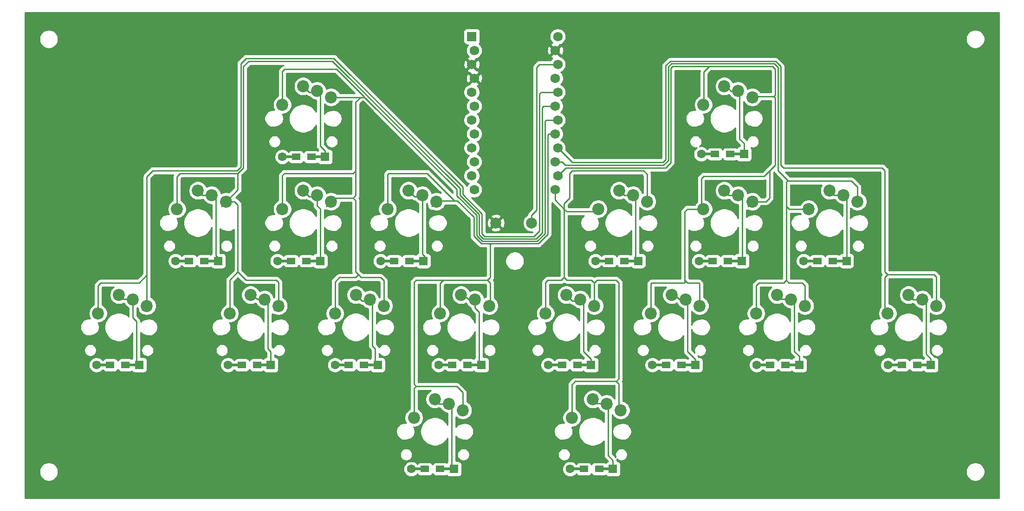
<source format=gbr>
G04 #@! TF.GenerationSoftware,KiCad,Pcbnew,(5.1.2-1)-1*
G04 #@! TF.CreationDate,2020-07-04T05:42:38+09:00*
G04 #@! TF.ProjectId,xipad,78697061-642e-46b6-9963-61645f706362,rev?*
G04 #@! TF.SameCoordinates,Original*
G04 #@! TF.FileFunction,Copper,L2,Bot*
G04 #@! TF.FilePolarity,Positive*
%FSLAX46Y46*%
G04 Gerber Fmt 4.6, Leading zero omitted, Abs format (unit mm)*
G04 Created by KiCad (PCBNEW (5.1.2-1)-1) date 2020-07-04 05:42:38*
%MOMM*%
%LPD*%
G04 APERTURE LIST*
%ADD10C,2.000000*%
%ADD11R,1.752600X1.752600*%
%ADD12C,1.752600*%
%ADD13C,2.200000*%
%ADD14R,2.900000X0.500000*%
%ADD15R,1.600000X1.200000*%
%ADD16C,1.600000*%
%ADD17R,1.600000X1.600000*%
%ADD18C,0.250000*%
%ADD19C,0.254000*%
G04 APERTURE END LIST*
D10*
X104062600Y-19050000D03*
X97562600Y-19050000D03*
D11*
X93151400Y14970000D03*
D12*
X93608600Y12430000D03*
X93151400Y9890000D03*
X93608600Y7350000D03*
X93151400Y4810000D03*
X93608600Y2270000D03*
X93151400Y-270000D03*
X93608600Y-2810000D03*
X93151400Y-5350000D03*
X93608600Y-7890000D03*
X93151400Y-10430000D03*
X108391400Y-12970000D03*
X108848600Y-10430000D03*
X108391400Y-7890000D03*
X108848600Y-5350000D03*
X108391400Y-2810000D03*
X108848600Y-270000D03*
X108391400Y2270000D03*
X108848600Y4810000D03*
X108391400Y7350000D03*
X108848600Y9890000D03*
X108391400Y12430000D03*
X93608600Y-12970000D03*
X108848600Y14970000D03*
D13*
X91510800Y-53250000D03*
X86410800Y-51250000D03*
X88950800Y-52070000D03*
X82600800Y-54610000D03*
X116205000Y-16510000D03*
X122555000Y-13970000D03*
X120015000Y-13150000D03*
X125115000Y-15150000D03*
X135407400Y2540000D03*
X141757400Y5080000D03*
X139217400Y5900000D03*
X144317400Y3900000D03*
X144317400Y-15150000D03*
X139217400Y-13150000D03*
X141757400Y-13970000D03*
X135407400Y-16510000D03*
D14*
X60000000Y-7000000D03*
D15*
X61100000Y-7000000D03*
X63900000Y-7000000D03*
D14*
X65000000Y-7000000D03*
D16*
X58600000Y-7000000D03*
D17*
X66400000Y-7000000D03*
X142800000Y-6500000D03*
D16*
X135000000Y-6500000D03*
D14*
X141400000Y-6500000D03*
D15*
X140300000Y-6500000D03*
X137500000Y-6500000D03*
D14*
X136400000Y-6500000D03*
X40500000Y-26000000D03*
D15*
X41600000Y-26000000D03*
X44400000Y-26000000D03*
D14*
X45500000Y-26000000D03*
D16*
X39100000Y-26000000D03*
D17*
X46900000Y-26000000D03*
D14*
X59100000Y-26000000D03*
D15*
X60200000Y-26000000D03*
X63000000Y-26000000D03*
D14*
X64100000Y-26000000D03*
D16*
X57700000Y-26000000D03*
D17*
X65500000Y-26000000D03*
X84300000Y-26000000D03*
D16*
X76500000Y-26000000D03*
D14*
X82900000Y-26000000D03*
D15*
X81800000Y-26000000D03*
X79000000Y-26000000D03*
D14*
X77900000Y-26000000D03*
D17*
X123500000Y-26000000D03*
D16*
X115700000Y-26000000D03*
D14*
X122100000Y-26000000D03*
D15*
X121000000Y-26000000D03*
X118200000Y-26000000D03*
D14*
X117100000Y-26000000D03*
D17*
X142400000Y-26000000D03*
D16*
X134600000Y-26000000D03*
D14*
X141000000Y-26000000D03*
D15*
X139900000Y-26000000D03*
X137100000Y-26000000D03*
D14*
X136000000Y-26000000D03*
D17*
X161500000Y-26000000D03*
D16*
X153700000Y-26000000D03*
D14*
X160100000Y-26000000D03*
D15*
X159000000Y-26000000D03*
X156200000Y-26000000D03*
D14*
X155100000Y-26000000D03*
X26100000Y-45000000D03*
D15*
X27200000Y-45000000D03*
X30000000Y-45000000D03*
D14*
X31100000Y-45000000D03*
D16*
X24700000Y-45000000D03*
D17*
X32500000Y-45000000D03*
D14*
X50100000Y-45000000D03*
D15*
X51200000Y-45000000D03*
X54000000Y-45000000D03*
D14*
X55100000Y-45000000D03*
D16*
X48700000Y-45000000D03*
D17*
X56500000Y-45000000D03*
D14*
X69600000Y-45000000D03*
D15*
X70700000Y-45000000D03*
X73500000Y-45000000D03*
D14*
X74600000Y-45000000D03*
D16*
X68200000Y-45000000D03*
D17*
X76000000Y-45000000D03*
D14*
X88500000Y-45000000D03*
D15*
X89600000Y-45000000D03*
X92400000Y-45000000D03*
D14*
X93500000Y-45000000D03*
D16*
X87100000Y-45000000D03*
D17*
X94900000Y-45000000D03*
D14*
X108500000Y-45000000D03*
D15*
X109600000Y-45000000D03*
X112400000Y-45000000D03*
D14*
X113500000Y-45000000D03*
D16*
X107100000Y-45000000D03*
D17*
X114900000Y-45000000D03*
X133900000Y-45000000D03*
D16*
X126100000Y-45000000D03*
D14*
X132500000Y-45000000D03*
D15*
X131400000Y-45000000D03*
X128600000Y-45000000D03*
D14*
X127500000Y-45000000D03*
D17*
X152900000Y-45000000D03*
D16*
X145100000Y-45000000D03*
D14*
X151500000Y-45000000D03*
D15*
X150400000Y-45000000D03*
X147600000Y-45000000D03*
D14*
X146500000Y-45000000D03*
D17*
X176900000Y-45000000D03*
D16*
X169100000Y-45000000D03*
D14*
X175500000Y-45000000D03*
D15*
X174400000Y-45000000D03*
X171600000Y-45000000D03*
D14*
X170500000Y-45000000D03*
X83500000Y-64000000D03*
D15*
X84600000Y-64000000D03*
X87400000Y-64000000D03*
D14*
X88500000Y-64000000D03*
D16*
X82100000Y-64000000D03*
D17*
X89900000Y-64000000D03*
X118900000Y-64000000D03*
D16*
X111100000Y-64000000D03*
D14*
X117500000Y-64000000D03*
D15*
X116400000Y-64000000D03*
X113600000Y-64000000D03*
D14*
X112500000Y-64000000D03*
D13*
X67507800Y3900000D03*
X62407800Y5900000D03*
X64947800Y5080000D03*
X58597800Y2540000D03*
X39395400Y-16510000D03*
X45745400Y-13970000D03*
X43205400Y-13150000D03*
X48305400Y-15150000D03*
X67507800Y-15150000D03*
X62407800Y-13150000D03*
X64947800Y-13970000D03*
X58597800Y-16510000D03*
X86710200Y-15150000D03*
X81610200Y-13150000D03*
X84150200Y-13970000D03*
X77800200Y-16510000D03*
X154609800Y-16510000D03*
X160959800Y-13970000D03*
X158419800Y-13150000D03*
X163519800Y-15150000D03*
X33903600Y-34200000D03*
X28803600Y-32200000D03*
X31343600Y-33020000D03*
X24993600Y-35560000D03*
X57906600Y-34200000D03*
X52806600Y-32200000D03*
X55346600Y-33020000D03*
X48996600Y-35560000D03*
X68199000Y-35560000D03*
X74549000Y-33020000D03*
X72009000Y-32200000D03*
X77109000Y-34200000D03*
X87401400Y-35560000D03*
X93751400Y-33020000D03*
X91211400Y-32200000D03*
X96311400Y-34200000D03*
X115513800Y-34200000D03*
X110413800Y-32200000D03*
X112953800Y-33020000D03*
X106603800Y-35560000D03*
X125806200Y-35560000D03*
X132156200Y-33020000D03*
X129616200Y-32200000D03*
X134716200Y-34200000D03*
X153918600Y-34200000D03*
X148818600Y-32200000D03*
X151358600Y-33020000D03*
X145008600Y-35560000D03*
X169011600Y-35560000D03*
X175361600Y-33020000D03*
X172821600Y-32200000D03*
X177921600Y-34200000D03*
X111404400Y-54610000D03*
X117754400Y-52070000D03*
X115214400Y-51250000D03*
X120314400Y-53250000D03*
D18*
X62407800Y5900000D02*
X62680000Y5900000D01*
X64667801Y4800001D02*
X64947800Y5080000D01*
X63507799Y4800001D02*
X64667801Y4800001D01*
X62407800Y5900000D02*
X63507799Y4800001D01*
X66400000Y-5900000D02*
X66400000Y-7000000D01*
X65500000Y-5000000D02*
X66400000Y-5900000D01*
X65500000Y4527800D02*
X65500000Y-5000000D01*
X64947800Y5080000D02*
X65500000Y4527800D01*
X141677400Y5000000D02*
X141757400Y5080000D01*
X140500000Y5000000D02*
X141677400Y5000000D01*
X139600000Y5900000D02*
X140500000Y5000000D01*
X139217400Y5900000D02*
X139600000Y5900000D01*
X142800000Y-5450000D02*
X142800000Y-6500000D01*
X142800000Y-4526202D02*
X142800000Y-5450000D01*
X142000000Y-3726202D02*
X142800000Y-4526202D01*
X142000000Y4837400D02*
X142000000Y-3726202D01*
X141757400Y5080000D02*
X142000000Y4837400D01*
X45745400Y-13970000D02*
X46500000Y-14724600D01*
X46900000Y-25400000D02*
X46500000Y-25000000D01*
X46900000Y-26000000D02*
X46900000Y-25400000D01*
X46500000Y-14724600D02*
X46500000Y-25000000D01*
X45715400Y-14000000D02*
X45745400Y-13970000D01*
X44055400Y-14000000D02*
X45715400Y-14000000D01*
X43205400Y-13150000D02*
X44055400Y-14000000D01*
X63507799Y-14249999D02*
X64667801Y-14249999D01*
X64667801Y-14249999D02*
X64947800Y-13970000D01*
X62407800Y-13150000D02*
X63507799Y-14249999D01*
X65500000Y-16500000D02*
X65500000Y-26000000D01*
X64947800Y-15947800D02*
X65500000Y-16500000D01*
X64947800Y-13970000D02*
X64947800Y-15947800D01*
X82710199Y-14249999D02*
X83870201Y-14249999D01*
X83870201Y-14249999D02*
X84150200Y-13970000D01*
X81610200Y-13150000D02*
X82710199Y-14249999D01*
X84600000Y-25500000D02*
X84100000Y-26000000D01*
X84600000Y-25199600D02*
X84600000Y-25500000D01*
X84100000Y-26000000D02*
X82900000Y-26000000D01*
X84150200Y-24749800D02*
X84600000Y-25199600D01*
X84150200Y-13970000D02*
X84150200Y-24749800D01*
X122525000Y-14000000D02*
X122555000Y-13970000D01*
X121000000Y-14000000D02*
X122525000Y-14000000D01*
X120150000Y-13150000D02*
X121000000Y-14000000D01*
X120015000Y-13150000D02*
X120150000Y-13150000D01*
X123000000Y-25500000D02*
X123500000Y-26000000D01*
X123000000Y-14415000D02*
X123000000Y-25500000D01*
X122555000Y-13970000D02*
X123000000Y-14415000D01*
X140067400Y-14000000D02*
X141727400Y-14000000D01*
X141727400Y-14000000D02*
X141757400Y-13970000D01*
X139217400Y-13150000D02*
X140067400Y-14000000D01*
X142500000Y-25900000D02*
X142400000Y-26000000D01*
X142500000Y-14712600D02*
X142500000Y-25900000D01*
X141757400Y-13970000D02*
X142500000Y-14712600D01*
X159269800Y-14000000D02*
X160929800Y-14000000D01*
X160929800Y-14000000D02*
X160959800Y-13970000D01*
X158419800Y-13150000D02*
X159269800Y-14000000D01*
X161500000Y-14510200D02*
X161500000Y-23000000D01*
X161500000Y-23000000D02*
X161500000Y-26000000D01*
X160959800Y-13970000D02*
X161500000Y-14510200D01*
X31323600Y-33000000D02*
X31343600Y-33020000D01*
X29603600Y-33000000D02*
X31323600Y-33000000D01*
X28803600Y-32200000D02*
X29603600Y-33000000D01*
X32000000Y-44500000D02*
X32500000Y-45000000D01*
X32000000Y-37000000D02*
X32000000Y-44500000D01*
X31343600Y-36343600D02*
X32000000Y-37000000D01*
X31343600Y-33020000D02*
X31343600Y-36343600D01*
X55326600Y-33000000D02*
X55346600Y-33020000D01*
X54000000Y-33000000D02*
X55326600Y-33000000D01*
X53200000Y-32200000D02*
X54000000Y-33000000D01*
X52806600Y-32200000D02*
X53200000Y-32200000D01*
X56500000Y-42500000D02*
X56500000Y-45000000D01*
X56000000Y-42000000D02*
X56500000Y-42500000D01*
X56000000Y-33673400D02*
X56000000Y-42000000D01*
X55346600Y-33020000D02*
X56000000Y-33673400D01*
X74269001Y-33299999D02*
X74549000Y-33020000D01*
X73108999Y-33299999D02*
X74269001Y-33299999D01*
X72009000Y-32200000D02*
X73108999Y-33299999D01*
X75500000Y-44500000D02*
X76000000Y-45000000D01*
X75000000Y-41500000D02*
X75500000Y-42000000D01*
X75000000Y-33471000D02*
X75000000Y-41500000D01*
X75500000Y-42000000D02*
X75500000Y-44500000D01*
X74549000Y-33020000D02*
X75000000Y-33471000D01*
X93731400Y-33000000D02*
X93751400Y-33020000D01*
X92500000Y-33000000D02*
X93731400Y-33000000D01*
X91700000Y-32200000D02*
X92500000Y-33000000D01*
X91211400Y-32200000D02*
X91700000Y-32200000D01*
X94500000Y-44600000D02*
X94900000Y-45000000D01*
X94500000Y-35324234D02*
X94500000Y-44600000D01*
X93751400Y-34575634D02*
X94500000Y-35324234D01*
X93751400Y-33020000D02*
X93751400Y-34575634D01*
X112673801Y-33299999D02*
X112953800Y-33020000D01*
X111513799Y-33299999D02*
X112673801Y-33299999D01*
X110413800Y-32200000D02*
X111513799Y-33299999D01*
X113500000Y-42500000D02*
X114900000Y-43900000D01*
X114900000Y-43900000D02*
X114900000Y-45000000D01*
X113500000Y-33566200D02*
X113500000Y-42500000D01*
X112953800Y-33020000D02*
X113500000Y-33566200D01*
X132136200Y-33000000D02*
X132156200Y-33020000D01*
X131000000Y-33000000D02*
X132136200Y-33000000D01*
X130200000Y-32200000D02*
X131000000Y-33000000D01*
X129616200Y-32200000D02*
X130200000Y-32200000D01*
X133900000Y-43950000D02*
X133900000Y-45000000D01*
X132500000Y-42550000D02*
X133900000Y-43950000D01*
X132500000Y-33363800D02*
X132500000Y-42550000D01*
X132156200Y-33020000D02*
X132500000Y-33363800D01*
X152000000Y-42500000D02*
X152900000Y-43400000D01*
X152900000Y-43400000D02*
X152900000Y-45000000D01*
X152000000Y-33661400D02*
X152000000Y-42500000D01*
X151358600Y-33020000D02*
X152000000Y-33661400D01*
X151338600Y-33000000D02*
X151358600Y-33020000D01*
X149618600Y-33000000D02*
X151338600Y-33000000D01*
X148818600Y-32200000D02*
X149618600Y-33000000D01*
X175197234Y-33020000D02*
X175361600Y-33020000D01*
X173641600Y-33020000D02*
X175197234Y-33020000D01*
X172821600Y-32200000D02*
X173641600Y-33020000D01*
X176900000Y-43900000D02*
X176900000Y-45000000D01*
X176000000Y-43000000D02*
X176900000Y-43900000D01*
X176000000Y-33658400D02*
X176000000Y-43000000D01*
X175361600Y-33020000D02*
X176000000Y-33658400D01*
X86410800Y-51250000D02*
X86750000Y-51250000D01*
X89500000Y-52619200D02*
X89500000Y-63600000D01*
X89500000Y-63600000D02*
X89900000Y-64000000D01*
X88950800Y-52070000D02*
X89500000Y-52619200D01*
X87230800Y-52070000D02*
X88950800Y-52070000D01*
X86410800Y-51250000D02*
X87230800Y-52070000D01*
X117684400Y-52000000D02*
X117754400Y-52070000D01*
X115964400Y-52000000D02*
X117684400Y-52000000D01*
X115214400Y-51250000D02*
X115964400Y-52000000D01*
X118000000Y-61500000D02*
X118900000Y-62400000D01*
X118000000Y-52315600D02*
X118000000Y-61500000D01*
X118900000Y-62400000D02*
X118900000Y-64000000D01*
X117754400Y-52070000D02*
X118000000Y-52315600D01*
X58597800Y2540000D02*
X59057800Y3000000D01*
X66657800Y-16000000D02*
X67507800Y-15150000D01*
X58597800Y-16510000D02*
X59107800Y-16000000D01*
X69063434Y3900000D02*
X67507800Y3900000D01*
X68157800Y-14500000D02*
X67507800Y-15150000D01*
X73600000Y3900000D02*
X72900000Y3900000D01*
X71500000Y-14500000D02*
X68157800Y-14500000D01*
X72000000Y-14000000D02*
X71500000Y-14500000D01*
X72900000Y3900000D02*
X72000000Y3000000D01*
X72500000Y-28500000D02*
X73000000Y-29000000D01*
X73000000Y-29000000D02*
X76500000Y-29000000D01*
X77109000Y-29609000D02*
X77109000Y-34200000D01*
X76500000Y-29000000D02*
X77109000Y-29609000D01*
X69000000Y-29000000D02*
X68199000Y-29801000D01*
X72000000Y-29000000D02*
X69000000Y-29000000D01*
X68199000Y-29801000D02*
X68199000Y-35560000D01*
X72500000Y-28500000D02*
X72000000Y-29000000D01*
X72000000Y3000000D02*
X72000000Y-9500000D01*
X72000000Y-9500000D02*
X72000000Y-14000000D01*
X72000000Y-28000000D02*
X72500000Y-28500000D01*
X72000000Y-15000000D02*
X72000000Y-28000000D01*
X71500000Y-14500000D02*
X72000000Y-15000000D01*
X58597800Y-10402200D02*
X58597800Y-16510000D01*
X59000000Y-10000000D02*
X58597800Y-10402200D01*
X71500000Y-10000000D02*
X59000000Y-10000000D01*
X72000000Y-9500000D02*
X71500000Y-10000000D01*
X106730000Y-270000D02*
X108848600Y-270000D01*
X106500000Y-500000D02*
X106730000Y-270000D01*
X106500000Y-21000000D02*
X106500000Y-500000D01*
X105099980Y-22400020D02*
X106500000Y-21000000D01*
X95066530Y-22400020D02*
X105099980Y-22400020D01*
X94049989Y-21383479D02*
X95066530Y-22400020D01*
X94049989Y-17686399D02*
X94049989Y-21383479D01*
X90431795Y-14068205D02*
X94049989Y-17686399D01*
X90431795Y-12931795D02*
X90431795Y-14068205D01*
X73600000Y3900000D02*
X90431795Y-12931795D01*
X73600000Y3900000D02*
X72600000Y3900000D01*
X72600000Y3900000D02*
X69063434Y3900000D01*
X58597800Y8597800D02*
X58597800Y2540000D01*
X68500000Y9000000D02*
X59000000Y9000000D01*
X73500000Y4000000D02*
X68500000Y9000000D01*
X59000000Y9000000D02*
X58597800Y8597800D01*
X73400000Y3900000D02*
X73500000Y4000000D01*
X72600000Y3900000D02*
X73400000Y3900000D01*
X135917400Y-16000000D02*
X135407400Y-16510000D01*
X144317400Y-15150000D02*
X143467400Y-16000000D01*
X126366200Y-35000000D02*
X125806200Y-35560000D01*
X134716200Y-34200000D02*
X134300000Y-34200000D01*
X134716200Y-30216200D02*
X134716200Y-34200000D01*
X134500000Y-30000000D02*
X134716200Y-30216200D01*
X132500000Y-30000000D02*
X134500000Y-30000000D01*
X132000000Y-29500000D02*
X132500000Y-30000000D01*
X132000000Y-17000000D02*
X132000000Y-29500000D01*
X132490000Y-16510000D02*
X132000000Y-17000000D01*
X135407400Y-16510000D02*
X132490000Y-16510000D01*
X135000000Y-16102600D02*
X135407400Y-16510000D01*
X135000000Y-11000000D02*
X135000000Y-16102600D01*
X135500000Y-10500000D02*
X135000000Y-11000000D01*
X146500000Y-10500000D02*
X135500000Y-10500000D01*
X147500000Y-9500000D02*
X146500000Y-10500000D01*
X146850000Y-15150000D02*
X144317400Y-15150000D01*
X147500000Y-14500000D02*
X146850000Y-15150000D01*
X147500000Y-9500000D02*
X147500000Y-14500000D01*
X125806200Y-30193800D02*
X125806200Y-35560000D01*
X126000000Y-30000000D02*
X125806200Y-30193800D01*
X132000000Y-30000000D02*
X126000000Y-30000000D01*
X132000000Y-29500000D02*
X132000000Y-30000000D01*
X135500000Y2632600D02*
X135500000Y8500000D01*
X135407400Y2540000D02*
X135500000Y2632600D01*
X135407400Y3342600D02*
X135407400Y2540000D01*
X135750000Y8750000D02*
X136000000Y9000000D01*
X135500000Y8500000D02*
X135750000Y8750000D01*
X136500000Y9500000D02*
X135750000Y8750000D01*
X129450011Y-8049989D02*
X129450011Y9200011D01*
X110278600Y-9000000D02*
X128500000Y-9000000D01*
X128500000Y-9000000D02*
X129450011Y-8049989D01*
X129450011Y9200011D02*
X129750000Y9500000D01*
X108848600Y-10430000D02*
X110278600Y-9000000D01*
X148000000Y9500000D02*
X148500000Y9000000D01*
X136750000Y9500000D02*
X136250000Y9500000D01*
X148000000Y9500000D02*
X136750000Y9500000D01*
X136250000Y9500000D02*
X136500000Y9500000D01*
X129750000Y9500000D02*
X136250000Y9500000D01*
X148500000Y9000000D02*
X148500000Y4250000D01*
X148500000Y4250000D02*
X148250000Y4000000D01*
X148500000Y-8500000D02*
X147500000Y-9500000D01*
X148500000Y3750000D02*
X148500000Y-8500000D01*
X148250000Y4000000D02*
X148500000Y3750000D01*
X144417400Y4000000D02*
X144317400Y3900000D01*
X148250000Y4000000D02*
X144417400Y4000000D01*
X57106600Y-35000000D02*
X57906600Y-34200000D01*
X48996600Y-35560000D02*
X49556600Y-35000000D01*
X47455400Y-16000000D02*
X48305400Y-15150000D01*
X39395400Y-16510000D02*
X39905400Y-16000000D01*
X49000000Y-35556600D02*
X48996600Y-35560000D01*
X50500000Y-28000000D02*
X49000000Y-29500000D01*
X49000000Y-29500000D02*
X49000000Y-35556600D01*
X50500000Y-15788966D02*
X50500000Y-28000000D01*
X49861034Y-15150000D02*
X50500000Y-15788966D01*
X48305400Y-15150000D02*
X49861034Y-15150000D01*
X57500000Y-29500000D02*
X57906600Y-29906600D01*
X52000000Y-29500000D02*
X57500000Y-29500000D01*
X57906600Y-29906600D02*
X57906600Y-34200000D01*
X50500000Y-28000000D02*
X52000000Y-29500000D01*
X50500000Y-10000000D02*
X50500000Y-12955400D01*
X50500000Y-12955400D02*
X48305400Y-15150000D01*
X39395400Y-10604600D02*
X39395400Y-16510000D01*
X40000000Y-10000000D02*
X39395400Y-10604600D01*
X50500000Y-10000000D02*
X40000000Y-10000000D01*
X106270000Y2270000D02*
X108391400Y2270000D01*
X106000000Y2000000D02*
X106270000Y2270000D01*
X104913581Y-21950009D02*
X106000000Y-20863590D01*
X94500000Y-21197080D02*
X95252929Y-21950009D01*
X106000000Y-20863590D02*
X106000000Y2000000D01*
X91000000Y-14000000D02*
X94500000Y-17499999D01*
X95252929Y-21950009D02*
X104913581Y-21950009D01*
X94500000Y-17499999D02*
X94500000Y-21197080D01*
X51500001Y-8999999D02*
X51500001Y9500001D01*
X51500001Y9500001D02*
X52500000Y10500000D01*
X91000000Y-12775737D02*
X91000000Y-14000000D01*
X52500000Y10500000D02*
X67724263Y10500000D01*
X67724263Y10500000D02*
X91000000Y-12775737D01*
X50500000Y-10000000D02*
X51500001Y-8999999D01*
X85860200Y-16000000D02*
X86710200Y-15150000D01*
X77800200Y-16510000D02*
X78310200Y-16000000D01*
X93515050Y-21484950D02*
X94880131Y-22850031D01*
X93515050Y-18000000D02*
X93515050Y-21484950D01*
X90515050Y-15000000D02*
X93515050Y-18000000D01*
X96350031Y-22850031D02*
X96500000Y-23000000D01*
X95350031Y-22850031D02*
X96350031Y-22850031D01*
X94880131Y-22850031D02*
X95350031Y-22850031D01*
X95350031Y-22850031D02*
X96149969Y-22850031D01*
X96500000Y-23000000D02*
X96649969Y-22850031D01*
X96149969Y-22850031D02*
X96649969Y-22850031D01*
X96500000Y-29000000D02*
X96500000Y-23000000D01*
X96000000Y-29500000D02*
X96500000Y-29000000D01*
X96500000Y-30000000D02*
X96000000Y-29500000D01*
X96500000Y-34011400D02*
X96500000Y-30000000D01*
X96311400Y-34200000D02*
X96500000Y-34011400D01*
X88000000Y-29500000D02*
X87401400Y-30098600D01*
X87401400Y-30098600D02*
X87401400Y-35560000D01*
X96000000Y-29500000D02*
X88000000Y-29500000D01*
X82600800Y-49298400D02*
X82600800Y-54610000D01*
X83000000Y-48899200D02*
X82600800Y-49298400D01*
X91510800Y-50010800D02*
X91510800Y-53250000D01*
X90399200Y-48899200D02*
X91510800Y-50010800D01*
X83000000Y-48899200D02*
X90399200Y-48899200D01*
X82600800Y-29899200D02*
X82600800Y-48500000D01*
X82600800Y-48500000D02*
X83000000Y-48899200D01*
X83000000Y-29500000D02*
X82600800Y-29899200D01*
X88000000Y-29500000D02*
X83000000Y-29500000D01*
X77800200Y-10199800D02*
X77800200Y-16510000D01*
X78000000Y-10000000D02*
X77800200Y-10199800D01*
X85000000Y-10000000D02*
X78000000Y-10000000D01*
X90000000Y-15000000D02*
X85000000Y-10000000D01*
X90500000Y-15000000D02*
X90000000Y-15000000D01*
X86860200Y-15000000D02*
X90200000Y-15000000D01*
X86710200Y-15150000D02*
X86860200Y-15000000D01*
X107190000Y-2810000D02*
X108391400Y-2810000D01*
X107000000Y-3000000D02*
X107190000Y-2810000D01*
X107000000Y-21136410D02*
X107000000Y-3000000D01*
X105286381Y-22850031D02*
X107000000Y-21136410D01*
X96649969Y-22850031D02*
X105286381Y-22850031D01*
X108391400Y-14891400D02*
X110010000Y-16510000D01*
X108391400Y-12970000D02*
X108391400Y-14891400D01*
X110010000Y-16510000D02*
X110010000Y-29010000D01*
X110010000Y-29010000D02*
X110500000Y-29500000D01*
X110500000Y-29500000D02*
X115000000Y-29500000D01*
X115513800Y-30013800D02*
X115513800Y-34200000D01*
X115000000Y-29500000D02*
X115513800Y-30013800D01*
X110010000Y-29010000D02*
X109990000Y-29010000D01*
X109990000Y-29010000D02*
X109500000Y-29500000D01*
X109500000Y-29500000D02*
X107000000Y-29500000D01*
X106603800Y-29896200D02*
X106603800Y-35560000D01*
X107000000Y-29500000D02*
X106603800Y-29896200D01*
X120000000Y-48500000D02*
X120000000Y-52935600D01*
X120000000Y-52935600D02*
X120314400Y-53250000D01*
X119500000Y-48000000D02*
X120000000Y-48500000D01*
X111404400Y-48595600D02*
X111404400Y-54610000D01*
X119500000Y-48000000D02*
X112000000Y-48000000D01*
X120000000Y-30000000D02*
X120000000Y-47500000D01*
X119500000Y-29500000D02*
X120000000Y-30000000D01*
X116000000Y-29500000D02*
X119500000Y-29500000D01*
X112000000Y-48000000D02*
X111404400Y-48595600D01*
X120000000Y-47500000D02*
X119500000Y-48000000D01*
X115513800Y-29986200D02*
X116000000Y-29500000D01*
X115513800Y-30013800D02*
X115513800Y-29986200D01*
X110010000Y-16510000D02*
X110010000Y-15490000D01*
X110010000Y-15490000D02*
X111000000Y-14500000D01*
X111000000Y-14500000D02*
X111000000Y-10000000D01*
X111000000Y-10000000D02*
X111500000Y-9500000D01*
X111500000Y-9500000D02*
X124500000Y-9500000D01*
X125115000Y-10115000D02*
X125115000Y-15150000D01*
X124500000Y-9500000D02*
X125115000Y-10115000D01*
X110500000Y-17000000D02*
X115715000Y-17000000D01*
X115715000Y-17000000D02*
X116205000Y-16510000D01*
X110010000Y-16510000D02*
X110500000Y-17000000D01*
X163519800Y-12519800D02*
X163519800Y-15150000D01*
X162400200Y-11400200D02*
X163519800Y-12519800D01*
X150900200Y-11400200D02*
X162400200Y-11400200D01*
X150500000Y-11599800D02*
X150500000Y-12500000D01*
X150699600Y-11400200D02*
X150500000Y-11599800D01*
X150900200Y-11400200D02*
X150699600Y-11400200D01*
X150500000Y-12500000D02*
X150500000Y-29500000D01*
X150500000Y-29500000D02*
X150000000Y-30000000D01*
X150000000Y-30000000D02*
X145500000Y-30000000D01*
X145500000Y-30000000D02*
X145000000Y-30500000D01*
X145008600Y-30508600D02*
X145008600Y-35560000D01*
X145000000Y-30500000D02*
X145008600Y-30508600D01*
X153418600Y-30000000D02*
X153918600Y-30500000D01*
X151000000Y-30000000D02*
X153418600Y-30000000D01*
X153918600Y-30500000D02*
X153918600Y-34200000D01*
X150500000Y-29500000D02*
X151000000Y-30000000D01*
X151010000Y-16510000D02*
X154609800Y-16510000D01*
X150500000Y-16000000D02*
X151010000Y-16510000D01*
X150500000Y-12500000D02*
X150500000Y-16000000D01*
X109630675Y-7890000D02*
X110240675Y-8500000D01*
X129000000Y9486389D02*
X129513611Y10000000D01*
X110240675Y-8500000D02*
X128136411Y-8500000D01*
X129513611Y10000000D02*
X148363590Y10000000D01*
X128136411Y-8500000D02*
X129000000Y-7636411D01*
X149000000Y9363590D02*
X149000000Y-9500000D01*
X149000000Y-9500000D02*
X150900200Y-11400200D01*
X148363590Y10000000D02*
X149000000Y9363590D01*
X108391400Y-7890000D02*
X109630675Y-7890000D01*
X129000000Y-7636411D02*
X129000000Y9486389D01*
X25553600Y-35000000D02*
X24993600Y-35560000D01*
X33903600Y-34200000D02*
X33103600Y-35000000D01*
X33903600Y-32644366D02*
X33903600Y-34200000D01*
X33903600Y-28596400D02*
X33903600Y-32644366D01*
X24993600Y-30506400D02*
X24993600Y-35560000D01*
X25500000Y-30000000D02*
X24993600Y-30506400D01*
X32500000Y-30000000D02*
X25500000Y-30000000D01*
X33903600Y-28596400D02*
X32500000Y-30000000D01*
X105810000Y4810000D02*
X108848600Y4810000D01*
X105500000Y4500000D02*
X105810000Y4810000D01*
X105500000Y-20500000D02*
X105500000Y4500000D01*
X104500002Y-21499998D02*
X105500000Y-20500000D01*
X95500000Y-21499998D02*
X104500002Y-21499998D01*
X91500004Y-12500004D02*
X91500004Y-13863593D01*
X95000000Y-17363590D02*
X95000000Y-20999998D01*
X33903600Y-28596400D02*
X33903600Y-10596400D01*
X52000000Y11000000D02*
X68000000Y11000000D01*
X35000000Y-9500000D02*
X50363590Y-9500000D01*
X68000000Y11000000D02*
X91500004Y-12500004D01*
X51049990Y10049990D02*
X52000000Y11000000D01*
X51049990Y-8813600D02*
X51049990Y10049990D01*
X50363590Y-9500000D02*
X51049990Y-8813600D01*
X91500004Y-13863593D02*
X95000000Y-17363590D01*
X95000000Y-20999998D02*
X95500000Y-21499998D01*
X33903600Y-10596400D02*
X35000000Y-9500000D01*
X168500000Y-35048400D02*
X169011600Y-35560000D01*
X168500000Y-29000000D02*
X168500000Y-35048400D01*
X169000000Y-28500000D02*
X168500000Y-29000000D01*
X177921600Y-28921600D02*
X177921600Y-34200000D01*
X177500000Y-28500000D02*
X177921600Y-28921600D01*
X169000000Y-28500000D02*
X177500000Y-28500000D01*
X111498600Y-8000000D02*
X128000000Y-8000000D01*
X129327211Y10450011D02*
X148549990Y10450011D01*
X148549990Y10450011D02*
X149500000Y9500000D01*
X128549989Y9672789D02*
X129327211Y10450011D01*
X128000000Y-8000000D02*
X128549989Y-7450011D01*
X149500000Y9500000D02*
X149500000Y-8500000D01*
X168500000Y-9500000D02*
X168500000Y-28000000D01*
X149500000Y-8500000D02*
X150000000Y-9000000D01*
X128549989Y-7450011D02*
X128549989Y9672789D01*
X150000000Y-9000000D02*
X168000000Y-9000000D01*
X168000000Y-9000000D02*
X168500000Y-9500000D01*
X108848600Y-5350000D02*
X111498600Y-8000000D01*
X168500000Y-28000000D02*
X169000000Y-28500000D01*
X105500000Y9890000D02*
X108848600Y9890000D01*
X105000000Y9390000D02*
X105500000Y9890000D01*
X105000000Y-16698387D02*
X105000000Y9390000D01*
X104062600Y-17635787D02*
X105000000Y-16698387D01*
X104062600Y-19050000D02*
X104062600Y-17635787D01*
X108391400Y12430000D02*
X108321400Y12500000D01*
D19*
G36*
X189315000Y-69315000D02*
G01*
X11685000Y-69315000D01*
X11685000Y-64329117D01*
X14265000Y-64329117D01*
X14265000Y-64670883D01*
X14331675Y-65006081D01*
X14462463Y-65321831D01*
X14652337Y-65605998D01*
X14894002Y-65847663D01*
X15178169Y-66037537D01*
X15493919Y-66168325D01*
X15829117Y-66235000D01*
X16170883Y-66235000D01*
X16506081Y-66168325D01*
X16821831Y-66037537D01*
X17105998Y-65847663D01*
X17347663Y-65605998D01*
X17537537Y-65321831D01*
X17668325Y-65006081D01*
X17735000Y-64670883D01*
X17735000Y-64329117D01*
X17668325Y-63993919D01*
X17537537Y-63678169D01*
X17347663Y-63394002D01*
X17105998Y-63152337D01*
X16821831Y-62962463D01*
X16506081Y-62831675D01*
X16170883Y-62765000D01*
X15829117Y-62765000D01*
X15493919Y-62831675D01*
X15178169Y-62962463D01*
X14894002Y-63152337D01*
X14652337Y-63394002D01*
X14462463Y-63678169D01*
X14331675Y-63993919D01*
X14265000Y-64329117D01*
X11685000Y-64329117D01*
X11685000Y-61238212D01*
X80055800Y-61238212D01*
X80055800Y-61461788D01*
X80099417Y-61681067D01*
X80184976Y-61887624D01*
X80309188Y-62073520D01*
X80467280Y-62231612D01*
X80653176Y-62355824D01*
X80859733Y-62441383D01*
X81079012Y-62485000D01*
X81302588Y-62485000D01*
X81521867Y-62441383D01*
X81728424Y-62355824D01*
X81914320Y-62231612D01*
X82072412Y-62073520D01*
X82196624Y-61887624D01*
X82282183Y-61681067D01*
X82325800Y-61461788D01*
X82325800Y-61238212D01*
X82282183Y-61018933D01*
X82196624Y-60812376D01*
X82072412Y-60626480D01*
X81914320Y-60468388D01*
X81728424Y-60344176D01*
X81521867Y-60258617D01*
X81302588Y-60215000D01*
X81079012Y-60215000D01*
X80859733Y-60258617D01*
X80653176Y-60344176D01*
X80467280Y-60468388D01*
X80309188Y-60626480D01*
X80184976Y-60812376D01*
X80099417Y-61018933D01*
X80055800Y-61238212D01*
X11685000Y-61238212D01*
X11685000Y-42188212D01*
X22448600Y-42188212D01*
X22448600Y-42411788D01*
X22492217Y-42631067D01*
X22577776Y-42837624D01*
X22701988Y-43023520D01*
X22860080Y-43181612D01*
X23045976Y-43305824D01*
X23252533Y-43391383D01*
X23471812Y-43435000D01*
X23695388Y-43435000D01*
X23914667Y-43391383D01*
X24121224Y-43305824D01*
X24307120Y-43181612D01*
X24465212Y-43023520D01*
X24589424Y-42837624D01*
X24674983Y-42631067D01*
X24718600Y-42411788D01*
X24718600Y-42188212D01*
X24674983Y-41968933D01*
X24589424Y-41762376D01*
X24465212Y-41576480D01*
X24307120Y-41418388D01*
X24121224Y-41294176D01*
X23914667Y-41208617D01*
X23695388Y-41165000D01*
X23471812Y-41165000D01*
X23252533Y-41208617D01*
X23045976Y-41294176D01*
X22860080Y-41418388D01*
X22701988Y-41576480D01*
X22577776Y-41762376D01*
X22492217Y-41968933D01*
X22448600Y-42188212D01*
X11685000Y-42188212D01*
X11685000Y-37943891D01*
X21718600Y-37943891D01*
X21718600Y-38256109D01*
X21779511Y-38562327D01*
X21898991Y-38850779D01*
X22072450Y-39110379D01*
X22293221Y-39331150D01*
X22552821Y-39504609D01*
X22841273Y-39624089D01*
X23147491Y-39685000D01*
X23459709Y-39685000D01*
X23765927Y-39624089D01*
X23860297Y-39585000D01*
X23869860Y-39585000D01*
X24156758Y-39527932D01*
X24427011Y-39415990D01*
X24670232Y-39253475D01*
X24877075Y-39046632D01*
X25039590Y-38803411D01*
X25151532Y-38533158D01*
X25208600Y-38246260D01*
X25208600Y-37953740D01*
X25151532Y-37666842D01*
X25039590Y-37396589D01*
X24971710Y-37295000D01*
X25164483Y-37295000D01*
X25499681Y-37228325D01*
X25815431Y-37097537D01*
X26099598Y-36907663D01*
X26341263Y-36665998D01*
X26531137Y-36381831D01*
X26661925Y-36066081D01*
X26728600Y-35730883D01*
X26728600Y-35389117D01*
X26661925Y-35053919D01*
X26531137Y-34738169D01*
X26341263Y-34454002D01*
X26099598Y-34212337D01*
X25815431Y-34022463D01*
X25753600Y-33996852D01*
X25753600Y-30821201D01*
X25814801Y-30760000D01*
X27835794Y-30760000D01*
X27697602Y-30852337D01*
X27455937Y-31094002D01*
X27266063Y-31378169D01*
X27135275Y-31693919D01*
X27068600Y-32029117D01*
X27068600Y-32370883D01*
X27135275Y-32706081D01*
X27266063Y-33021831D01*
X27455937Y-33305998D01*
X27697602Y-33547663D01*
X27981769Y-33737537D01*
X28297519Y-33868325D01*
X28632717Y-33935000D01*
X28974483Y-33935000D01*
X29309681Y-33868325D01*
X29570255Y-33760392D01*
X29603600Y-33763676D01*
X29640923Y-33760000D01*
X29772167Y-33760000D01*
X29806063Y-33841831D01*
X29995937Y-34125998D01*
X30237602Y-34367663D01*
X30521769Y-34557537D01*
X30583600Y-34583148D01*
X30583601Y-36153548D01*
X30483315Y-36053262D01*
X30051741Y-35764893D01*
X29572201Y-35566261D01*
X29063125Y-35465000D01*
X28544075Y-35465000D01*
X28034999Y-35566261D01*
X27555459Y-35764893D01*
X27123885Y-36053262D01*
X26756862Y-36420285D01*
X26468493Y-36851859D01*
X26269861Y-37331399D01*
X26168600Y-37840475D01*
X26168600Y-38359525D01*
X26269861Y-38868601D01*
X26468493Y-39348141D01*
X26756862Y-39779715D01*
X27123885Y-40146738D01*
X27555459Y-40435107D01*
X28034999Y-40633739D01*
X28544075Y-40735000D01*
X29063125Y-40735000D01*
X29572201Y-40633739D01*
X30051741Y-40435107D01*
X30483315Y-40146738D01*
X30850338Y-39779715D01*
X31138707Y-39348141D01*
X31240000Y-39103597D01*
X31240001Y-43759555D01*
X31169463Y-43845506D01*
X31155998Y-43870697D01*
X31154494Y-43869463D01*
X31044180Y-43810498D01*
X30924482Y-43774188D01*
X30800000Y-43761928D01*
X29200000Y-43761928D01*
X29075518Y-43774188D01*
X28955820Y-43810498D01*
X28845506Y-43869463D01*
X28748815Y-43948815D01*
X28669463Y-44045506D01*
X28610498Y-44155820D01*
X28600000Y-44190427D01*
X28589502Y-44155820D01*
X28530537Y-44045506D01*
X28451185Y-43948815D01*
X28354494Y-43869463D01*
X28244180Y-43810498D01*
X28124482Y-43774188D01*
X28000000Y-43761928D01*
X26400000Y-43761928D01*
X26275518Y-43774188D01*
X26155820Y-43810498D01*
X26045506Y-43869463D01*
X25948815Y-43948815D01*
X25869463Y-44045506D01*
X25833959Y-44111928D01*
X25832469Y-44111928D01*
X25814637Y-44085241D01*
X25614759Y-43885363D01*
X25379727Y-43728320D01*
X25118574Y-43620147D01*
X24841335Y-43565000D01*
X24558665Y-43565000D01*
X24281426Y-43620147D01*
X24020273Y-43728320D01*
X23785241Y-43885363D01*
X23585363Y-44085241D01*
X23428320Y-44320273D01*
X23320147Y-44581426D01*
X23265000Y-44858665D01*
X23265000Y-45141335D01*
X23320147Y-45418574D01*
X23428320Y-45679727D01*
X23585363Y-45914759D01*
X23785241Y-46114637D01*
X24020273Y-46271680D01*
X24281426Y-46379853D01*
X24558665Y-46435000D01*
X24841335Y-46435000D01*
X25118574Y-46379853D01*
X25379727Y-46271680D01*
X25614759Y-46114637D01*
X25814637Y-45914759D01*
X25832469Y-45888072D01*
X25833959Y-45888072D01*
X25869463Y-45954494D01*
X25948815Y-46051185D01*
X26045506Y-46130537D01*
X26155820Y-46189502D01*
X26275518Y-46225812D01*
X26400000Y-46238072D01*
X28000000Y-46238072D01*
X28124482Y-46225812D01*
X28244180Y-46189502D01*
X28354494Y-46130537D01*
X28451185Y-46051185D01*
X28530537Y-45954494D01*
X28589502Y-45844180D01*
X28600000Y-45809573D01*
X28610498Y-45844180D01*
X28669463Y-45954494D01*
X28748815Y-46051185D01*
X28845506Y-46130537D01*
X28955820Y-46189502D01*
X29075518Y-46225812D01*
X29200000Y-46238072D01*
X30800000Y-46238072D01*
X30924482Y-46225812D01*
X31044180Y-46189502D01*
X31154494Y-46130537D01*
X31155998Y-46129303D01*
X31169463Y-46154494D01*
X31248815Y-46251185D01*
X31345506Y-46330537D01*
X31455820Y-46389502D01*
X31575518Y-46425812D01*
X31700000Y-46438072D01*
X33300000Y-46438072D01*
X33424482Y-46425812D01*
X33544180Y-46389502D01*
X33654494Y-46330537D01*
X33751185Y-46251185D01*
X33830537Y-46154494D01*
X33889502Y-46044180D01*
X33925812Y-45924482D01*
X33938072Y-45800000D01*
X33938072Y-44200000D01*
X33925812Y-44075518D01*
X33889502Y-43955820D01*
X33830537Y-43845506D01*
X33751185Y-43748815D01*
X33654494Y-43669463D01*
X33544180Y-43610498D01*
X33424482Y-43574188D01*
X33300000Y-43561928D01*
X32760000Y-43561928D01*
X32760000Y-42188212D01*
X32888600Y-42188212D01*
X32888600Y-42411788D01*
X32932217Y-42631067D01*
X33017776Y-42837624D01*
X33141988Y-43023520D01*
X33300080Y-43181612D01*
X33485976Y-43305824D01*
X33692533Y-43391383D01*
X33911812Y-43435000D01*
X34135388Y-43435000D01*
X34354667Y-43391383D01*
X34561224Y-43305824D01*
X34747120Y-43181612D01*
X34905212Y-43023520D01*
X35029424Y-42837624D01*
X35114983Y-42631067D01*
X35158600Y-42411788D01*
X35158600Y-42188212D01*
X46451600Y-42188212D01*
X46451600Y-42411788D01*
X46495217Y-42631067D01*
X46580776Y-42837624D01*
X46704988Y-43023520D01*
X46863080Y-43181612D01*
X47048976Y-43305824D01*
X47255533Y-43391383D01*
X47474812Y-43435000D01*
X47698388Y-43435000D01*
X47917667Y-43391383D01*
X48124224Y-43305824D01*
X48310120Y-43181612D01*
X48468212Y-43023520D01*
X48592424Y-42837624D01*
X48677983Y-42631067D01*
X48721600Y-42411788D01*
X48721600Y-42188212D01*
X48677983Y-41968933D01*
X48592424Y-41762376D01*
X48468212Y-41576480D01*
X48310120Y-41418388D01*
X48124224Y-41294176D01*
X47917667Y-41208617D01*
X47698388Y-41165000D01*
X47474812Y-41165000D01*
X47255533Y-41208617D01*
X47048976Y-41294176D01*
X46863080Y-41418388D01*
X46704988Y-41576480D01*
X46580776Y-41762376D01*
X46495217Y-41968933D01*
X46451600Y-42188212D01*
X35158600Y-42188212D01*
X35114983Y-41968933D01*
X35029424Y-41762376D01*
X34905212Y-41576480D01*
X34747120Y-41418388D01*
X34561224Y-41294176D01*
X34354667Y-41208617D01*
X34135388Y-41165000D01*
X33911812Y-41165000D01*
X33692533Y-41208617D01*
X33485976Y-41294176D01*
X33300080Y-41418388D01*
X33141988Y-41576480D01*
X33017776Y-41762376D01*
X32932217Y-41968933D01*
X32888600Y-42188212D01*
X32760000Y-42188212D01*
X32760000Y-39076507D01*
X32936968Y-39253475D01*
X33180189Y-39415990D01*
X33450442Y-39527932D01*
X33737340Y-39585000D01*
X33746903Y-39585000D01*
X33841273Y-39624089D01*
X34147491Y-39685000D01*
X34459709Y-39685000D01*
X34765927Y-39624089D01*
X35054379Y-39504609D01*
X35313979Y-39331150D01*
X35534750Y-39110379D01*
X35708209Y-38850779D01*
X35827689Y-38562327D01*
X35888600Y-38256109D01*
X35888600Y-37943891D01*
X35827689Y-37637673D01*
X35708209Y-37349221D01*
X35534750Y-37089621D01*
X35313979Y-36868850D01*
X35054379Y-36695391D01*
X34765927Y-36575911D01*
X34459709Y-36515000D01*
X34147491Y-36515000D01*
X33841273Y-36575911D01*
X33746903Y-36615000D01*
X33737340Y-36615000D01*
X33450442Y-36672068D01*
X33180189Y-36784010D01*
X32936968Y-36946525D01*
X32760000Y-37123493D01*
X32760000Y-37037325D01*
X32763676Y-37000000D01*
X32760000Y-36962675D01*
X32760000Y-36962667D01*
X32749003Y-36851014D01*
X32705546Y-36707753D01*
X32634974Y-36575724D01*
X32540001Y-36459999D01*
X32511004Y-36436202D01*
X32103600Y-36028799D01*
X32103600Y-34583148D01*
X32165431Y-34557537D01*
X32201000Y-34533770D01*
X32235275Y-34706081D01*
X32343208Y-34966655D01*
X32339924Y-35000000D01*
X32354598Y-35148985D01*
X32398054Y-35292246D01*
X32468626Y-35424276D01*
X32563599Y-35540001D01*
X32679324Y-35634974D01*
X32811354Y-35705546D01*
X32954615Y-35749002D01*
X33103600Y-35763676D01*
X33136945Y-35760392D01*
X33397519Y-35868325D01*
X33732717Y-35935000D01*
X34074483Y-35935000D01*
X34409681Y-35868325D01*
X34725431Y-35737537D01*
X35009598Y-35547663D01*
X35251263Y-35305998D01*
X35441137Y-35021831D01*
X35571925Y-34706081D01*
X35638600Y-34370883D01*
X35638600Y-34029117D01*
X35571925Y-33693919D01*
X35441137Y-33378169D01*
X35251263Y-33094002D01*
X35009598Y-32852337D01*
X34725431Y-32662463D01*
X34663600Y-32636852D01*
X34663600Y-28633724D01*
X34667276Y-28596401D01*
X34663600Y-28559078D01*
X34663600Y-23138212D01*
X36850400Y-23138212D01*
X36850400Y-23361788D01*
X36894017Y-23581067D01*
X36979576Y-23787624D01*
X37103788Y-23973520D01*
X37261880Y-24131612D01*
X37447776Y-24255824D01*
X37654333Y-24341383D01*
X37873612Y-24385000D01*
X38097188Y-24385000D01*
X38316467Y-24341383D01*
X38523024Y-24255824D01*
X38708920Y-24131612D01*
X38867012Y-23973520D01*
X38991224Y-23787624D01*
X39076783Y-23581067D01*
X39120400Y-23361788D01*
X39120400Y-23138212D01*
X39076783Y-22918933D01*
X38991224Y-22712376D01*
X38867012Y-22526480D01*
X38708920Y-22368388D01*
X38523024Y-22244176D01*
X38316467Y-22158617D01*
X38097188Y-22115000D01*
X37873612Y-22115000D01*
X37654333Y-22158617D01*
X37447776Y-22244176D01*
X37261880Y-22368388D01*
X37103788Y-22526480D01*
X36979576Y-22712376D01*
X36894017Y-22918933D01*
X36850400Y-23138212D01*
X34663600Y-23138212D01*
X34663600Y-10911201D01*
X35314802Y-10260000D01*
X38717838Y-10260000D01*
X38699422Y-10294454D01*
X38689854Y-10312354D01*
X38646397Y-10455615D01*
X38635400Y-10567268D01*
X38635400Y-10567278D01*
X38631724Y-10604600D01*
X38635400Y-10641923D01*
X38635401Y-14946851D01*
X38573569Y-14972463D01*
X38289402Y-15162337D01*
X38047737Y-15404002D01*
X37857863Y-15688169D01*
X37727075Y-16003919D01*
X37660400Y-16339117D01*
X37660400Y-16680883D01*
X37727075Y-17016081D01*
X37857863Y-17331831D01*
X37959924Y-17484576D01*
X37861509Y-17465000D01*
X37549291Y-17465000D01*
X37243073Y-17525911D01*
X36954621Y-17645391D01*
X36695021Y-17818850D01*
X36474250Y-18039621D01*
X36300791Y-18299221D01*
X36181311Y-18587673D01*
X36120400Y-18893891D01*
X36120400Y-19206109D01*
X36181311Y-19512327D01*
X36300791Y-19800779D01*
X36474250Y-20060379D01*
X36695021Y-20281150D01*
X36954621Y-20454609D01*
X37243073Y-20574089D01*
X37549291Y-20635000D01*
X37861509Y-20635000D01*
X38167727Y-20574089D01*
X38262097Y-20535000D01*
X38271660Y-20535000D01*
X38558558Y-20477932D01*
X38828811Y-20365990D01*
X39072032Y-20203475D01*
X39278875Y-19996632D01*
X39441390Y-19753411D01*
X39553332Y-19483158D01*
X39610400Y-19196260D01*
X39610400Y-18903740D01*
X39553332Y-18616842D01*
X39441390Y-18346589D01*
X39373510Y-18245000D01*
X39566283Y-18245000D01*
X39901481Y-18178325D01*
X40217231Y-18047537D01*
X40501398Y-17857663D01*
X40743063Y-17615998D01*
X40932937Y-17331831D01*
X41063725Y-17016081D01*
X41130400Y-16680883D01*
X41130400Y-16339117D01*
X41063725Y-16003919D01*
X40932937Y-15688169D01*
X40743063Y-15404002D01*
X40501398Y-15162337D01*
X40217231Y-14972463D01*
X40155400Y-14946852D01*
X40155400Y-10919401D01*
X40314802Y-10760000D01*
X49740000Y-10760000D01*
X49740001Y-12640597D01*
X48873312Y-13507286D01*
X48811481Y-13481675D01*
X48476283Y-13415000D01*
X48134517Y-13415000D01*
X47799319Y-13481675D01*
X47483569Y-13612463D01*
X47448000Y-13636230D01*
X47413725Y-13463919D01*
X47282937Y-13148169D01*
X47093063Y-12864002D01*
X46851398Y-12622337D01*
X46567231Y-12432463D01*
X46251481Y-12301675D01*
X45916283Y-12235000D01*
X45574517Y-12235000D01*
X45239319Y-12301675D01*
X44923569Y-12432463D01*
X44815928Y-12504386D01*
X44742937Y-12328169D01*
X44553063Y-12044002D01*
X44311398Y-11802337D01*
X44027231Y-11612463D01*
X43711481Y-11481675D01*
X43376283Y-11415000D01*
X43034517Y-11415000D01*
X42699319Y-11481675D01*
X42383569Y-11612463D01*
X42099402Y-11802337D01*
X41857737Y-12044002D01*
X41667863Y-12328169D01*
X41537075Y-12643919D01*
X41470400Y-12979117D01*
X41470400Y-13320883D01*
X41537075Y-13656081D01*
X41667863Y-13971831D01*
X41857737Y-14255998D01*
X42099402Y-14497663D01*
X42383569Y-14687537D01*
X42699319Y-14818325D01*
X43034517Y-14885000D01*
X43376283Y-14885000D01*
X43711481Y-14818325D01*
X43890496Y-14744174D01*
X43906414Y-14749003D01*
X44055400Y-14763677D01*
X44092733Y-14760000D01*
X44194678Y-14760000D01*
X44207863Y-14791831D01*
X44397737Y-15075998D01*
X44639402Y-15317663D01*
X44923569Y-15507537D01*
X45239319Y-15638325D01*
X45574517Y-15705000D01*
X45740000Y-15705000D01*
X45740000Y-18285729D01*
X45739139Y-18281399D01*
X45540507Y-17801859D01*
X45252138Y-17370285D01*
X44885115Y-17003262D01*
X44453541Y-16714893D01*
X43974001Y-16516261D01*
X43464925Y-16415000D01*
X42945875Y-16415000D01*
X42436799Y-16516261D01*
X41957259Y-16714893D01*
X41525685Y-17003262D01*
X41158662Y-17370285D01*
X40870293Y-17801859D01*
X40671661Y-18281399D01*
X40570400Y-18790475D01*
X40570400Y-19309525D01*
X40671661Y-19818601D01*
X40870293Y-20298141D01*
X41158662Y-20729715D01*
X41525685Y-21096738D01*
X41957259Y-21385107D01*
X42436799Y-21583739D01*
X42945875Y-21685000D01*
X43464925Y-21685000D01*
X43974001Y-21583739D01*
X44453541Y-21385107D01*
X44885115Y-21096738D01*
X45252138Y-20729715D01*
X45540507Y-20298141D01*
X45739139Y-19818601D01*
X45740000Y-19814270D01*
X45740001Y-24673981D01*
X45648815Y-24748815D01*
X45569463Y-24845506D01*
X45555998Y-24870697D01*
X45554494Y-24869463D01*
X45444180Y-24810498D01*
X45324482Y-24774188D01*
X45200000Y-24761928D01*
X43600000Y-24761928D01*
X43475518Y-24774188D01*
X43355820Y-24810498D01*
X43245506Y-24869463D01*
X43148815Y-24948815D01*
X43069463Y-25045506D01*
X43010498Y-25155820D01*
X43000000Y-25190427D01*
X42989502Y-25155820D01*
X42930537Y-25045506D01*
X42851185Y-24948815D01*
X42754494Y-24869463D01*
X42644180Y-24810498D01*
X42524482Y-24774188D01*
X42400000Y-24761928D01*
X40800000Y-24761928D01*
X40675518Y-24774188D01*
X40555820Y-24810498D01*
X40445506Y-24869463D01*
X40348815Y-24948815D01*
X40269463Y-25045506D01*
X40233959Y-25111928D01*
X40232469Y-25111928D01*
X40214637Y-25085241D01*
X40014759Y-24885363D01*
X39779727Y-24728320D01*
X39518574Y-24620147D01*
X39241335Y-24565000D01*
X38958665Y-24565000D01*
X38681426Y-24620147D01*
X38420273Y-24728320D01*
X38185241Y-24885363D01*
X37985363Y-25085241D01*
X37828320Y-25320273D01*
X37720147Y-25581426D01*
X37665000Y-25858665D01*
X37665000Y-26141335D01*
X37720147Y-26418574D01*
X37828320Y-26679727D01*
X37985363Y-26914759D01*
X38185241Y-27114637D01*
X38420273Y-27271680D01*
X38681426Y-27379853D01*
X38958665Y-27435000D01*
X39241335Y-27435000D01*
X39518574Y-27379853D01*
X39779727Y-27271680D01*
X40014759Y-27114637D01*
X40214637Y-26914759D01*
X40232469Y-26888072D01*
X40233959Y-26888072D01*
X40269463Y-26954494D01*
X40348815Y-27051185D01*
X40445506Y-27130537D01*
X40555820Y-27189502D01*
X40675518Y-27225812D01*
X40800000Y-27238072D01*
X42400000Y-27238072D01*
X42524482Y-27225812D01*
X42644180Y-27189502D01*
X42754494Y-27130537D01*
X42851185Y-27051185D01*
X42930537Y-26954494D01*
X42989502Y-26844180D01*
X43000000Y-26809573D01*
X43010498Y-26844180D01*
X43069463Y-26954494D01*
X43148815Y-27051185D01*
X43245506Y-27130537D01*
X43355820Y-27189502D01*
X43475518Y-27225812D01*
X43600000Y-27238072D01*
X45200000Y-27238072D01*
X45324482Y-27225812D01*
X45444180Y-27189502D01*
X45554494Y-27130537D01*
X45555998Y-27129303D01*
X45569463Y-27154494D01*
X45648815Y-27251185D01*
X45745506Y-27330537D01*
X45855820Y-27389502D01*
X45975518Y-27425812D01*
X46100000Y-27438072D01*
X47700000Y-27438072D01*
X47824482Y-27425812D01*
X47944180Y-27389502D01*
X48054494Y-27330537D01*
X48151185Y-27251185D01*
X48230537Y-27154494D01*
X48289502Y-27044180D01*
X48325812Y-26924482D01*
X48338072Y-26800000D01*
X48338072Y-25200000D01*
X48325812Y-25075518D01*
X48289502Y-24955820D01*
X48230537Y-24845506D01*
X48151185Y-24748815D01*
X48054494Y-24669463D01*
X47944180Y-24610498D01*
X47824482Y-24574188D01*
X47700000Y-24561928D01*
X47260000Y-24561928D01*
X47260000Y-23138212D01*
X47290400Y-23138212D01*
X47290400Y-23361788D01*
X47334017Y-23581067D01*
X47419576Y-23787624D01*
X47543788Y-23973520D01*
X47701880Y-24131612D01*
X47887776Y-24255824D01*
X48094333Y-24341383D01*
X48313612Y-24385000D01*
X48537188Y-24385000D01*
X48756467Y-24341383D01*
X48963024Y-24255824D01*
X49148920Y-24131612D01*
X49307012Y-23973520D01*
X49431224Y-23787624D01*
X49516783Y-23581067D01*
X49560400Y-23361788D01*
X49560400Y-23138212D01*
X49516783Y-22918933D01*
X49431224Y-22712376D01*
X49307012Y-22526480D01*
X49148920Y-22368388D01*
X48963024Y-22244176D01*
X48756467Y-22158617D01*
X48537188Y-22115000D01*
X48313612Y-22115000D01*
X48094333Y-22158617D01*
X47887776Y-22244176D01*
X47701880Y-22368388D01*
X47543788Y-22526480D01*
X47419576Y-22712376D01*
X47334017Y-22918933D01*
X47290400Y-23138212D01*
X47260000Y-23138212D01*
X47260000Y-20124707D01*
X47338768Y-20203475D01*
X47581989Y-20365990D01*
X47852242Y-20477932D01*
X48139140Y-20535000D01*
X48148703Y-20535000D01*
X48243073Y-20574089D01*
X48549291Y-20635000D01*
X48861509Y-20635000D01*
X49167727Y-20574089D01*
X49456179Y-20454609D01*
X49715779Y-20281150D01*
X49740000Y-20256929D01*
X49740001Y-27685197D01*
X48489003Y-28936196D01*
X48459999Y-28959999D01*
X48410204Y-29020675D01*
X48365026Y-29075724D01*
X48306764Y-29184724D01*
X48294454Y-29207754D01*
X48250997Y-29351015D01*
X48240000Y-29462668D01*
X48240000Y-29462678D01*
X48236324Y-29500000D01*
X48240000Y-29537323D01*
X48240001Y-33995443D01*
X48174769Y-34022463D01*
X47890602Y-34212337D01*
X47648937Y-34454002D01*
X47459063Y-34738169D01*
X47328275Y-35053919D01*
X47261600Y-35389117D01*
X47261600Y-35730883D01*
X47328275Y-36066081D01*
X47459063Y-36381831D01*
X47561124Y-36534576D01*
X47462709Y-36515000D01*
X47150491Y-36515000D01*
X46844273Y-36575911D01*
X46555821Y-36695391D01*
X46296221Y-36868850D01*
X46075450Y-37089621D01*
X45901991Y-37349221D01*
X45782511Y-37637673D01*
X45721600Y-37943891D01*
X45721600Y-38256109D01*
X45782511Y-38562327D01*
X45901991Y-38850779D01*
X46075450Y-39110379D01*
X46296221Y-39331150D01*
X46555821Y-39504609D01*
X46844273Y-39624089D01*
X47150491Y-39685000D01*
X47462709Y-39685000D01*
X47768927Y-39624089D01*
X47863297Y-39585000D01*
X47872860Y-39585000D01*
X48159758Y-39527932D01*
X48430011Y-39415990D01*
X48673232Y-39253475D01*
X48880075Y-39046632D01*
X49042590Y-38803411D01*
X49154532Y-38533158D01*
X49211600Y-38246260D01*
X49211600Y-37953740D01*
X49154532Y-37666842D01*
X49042590Y-37396589D01*
X48974710Y-37295000D01*
X49167483Y-37295000D01*
X49502681Y-37228325D01*
X49818431Y-37097537D01*
X50102598Y-36907663D01*
X50344263Y-36665998D01*
X50534137Y-36381831D01*
X50664925Y-36066081D01*
X50731600Y-35730883D01*
X50731600Y-35389117D01*
X50664925Y-35053919D01*
X50534137Y-34738169D01*
X50344263Y-34454002D01*
X50102598Y-34212337D01*
X49818431Y-34022463D01*
X49760000Y-33998260D01*
X49760000Y-29814801D01*
X50500000Y-29074802D01*
X51436200Y-30011002D01*
X51459999Y-30040001D01*
X51575724Y-30134974D01*
X51707753Y-30205546D01*
X51851014Y-30249003D01*
X51962667Y-30260000D01*
X51962676Y-30260000D01*
X51999999Y-30263676D01*
X52037322Y-30260000D01*
X57146600Y-30260000D01*
X57146601Y-32636851D01*
X57084769Y-32662463D01*
X57049200Y-32686230D01*
X57014925Y-32513919D01*
X56884137Y-32198169D01*
X56694263Y-31914002D01*
X56452598Y-31672337D01*
X56168431Y-31482463D01*
X55852681Y-31351675D01*
X55517483Y-31285000D01*
X55175717Y-31285000D01*
X54840519Y-31351675D01*
X54524769Y-31482463D01*
X54417128Y-31554386D01*
X54344137Y-31378169D01*
X54154263Y-31094002D01*
X53912598Y-30852337D01*
X53628431Y-30662463D01*
X53312681Y-30531675D01*
X52977483Y-30465000D01*
X52635717Y-30465000D01*
X52300519Y-30531675D01*
X51984769Y-30662463D01*
X51700602Y-30852337D01*
X51458937Y-31094002D01*
X51269063Y-31378169D01*
X51138275Y-31693919D01*
X51071600Y-32029117D01*
X51071600Y-32370883D01*
X51138275Y-32706081D01*
X51269063Y-33021831D01*
X51458937Y-33305998D01*
X51700602Y-33547663D01*
X51984769Y-33737537D01*
X52300519Y-33868325D01*
X52635717Y-33935000D01*
X52977483Y-33935000D01*
X53312681Y-33868325D01*
X53628431Y-33737537D01*
X53690284Y-33696208D01*
X53707753Y-33705546D01*
X53759058Y-33721109D01*
X53809063Y-33841831D01*
X53998937Y-34125998D01*
X54240602Y-34367663D01*
X54524769Y-34557537D01*
X54840519Y-34688325D01*
X55175717Y-34755000D01*
X55240000Y-34755000D01*
X55240000Y-37089160D01*
X55141707Y-36851859D01*
X54853338Y-36420285D01*
X54486315Y-36053262D01*
X54054741Y-35764893D01*
X53575201Y-35566261D01*
X53066125Y-35465000D01*
X52547075Y-35465000D01*
X52037999Y-35566261D01*
X51558459Y-35764893D01*
X51126885Y-36053262D01*
X50759862Y-36420285D01*
X50471493Y-36851859D01*
X50272861Y-37331399D01*
X50171600Y-37840475D01*
X50171600Y-38359525D01*
X50272861Y-38868601D01*
X50471493Y-39348141D01*
X50759862Y-39779715D01*
X51126885Y-40146738D01*
X51558459Y-40435107D01*
X52037999Y-40633739D01*
X52547075Y-40735000D01*
X53066125Y-40735000D01*
X53575201Y-40633739D01*
X54054741Y-40435107D01*
X54486315Y-40146738D01*
X54853338Y-39779715D01*
X55141707Y-39348141D01*
X55240001Y-39110839D01*
X55240001Y-41962667D01*
X55236324Y-42000000D01*
X55250998Y-42148985D01*
X55294454Y-42292246D01*
X55365026Y-42424276D01*
X55396534Y-42462668D01*
X55460000Y-42540001D01*
X55488998Y-42563799D01*
X55740000Y-42814801D01*
X55740000Y-43561928D01*
X55700000Y-43561928D01*
X55575518Y-43574188D01*
X55455820Y-43610498D01*
X55345506Y-43669463D01*
X55248815Y-43748815D01*
X55169463Y-43845506D01*
X55155998Y-43870697D01*
X55154494Y-43869463D01*
X55044180Y-43810498D01*
X54924482Y-43774188D01*
X54800000Y-43761928D01*
X53200000Y-43761928D01*
X53075518Y-43774188D01*
X52955820Y-43810498D01*
X52845506Y-43869463D01*
X52748815Y-43948815D01*
X52669463Y-44045506D01*
X52610498Y-44155820D01*
X52600000Y-44190427D01*
X52589502Y-44155820D01*
X52530537Y-44045506D01*
X52451185Y-43948815D01*
X52354494Y-43869463D01*
X52244180Y-43810498D01*
X52124482Y-43774188D01*
X52000000Y-43761928D01*
X50400000Y-43761928D01*
X50275518Y-43774188D01*
X50155820Y-43810498D01*
X50045506Y-43869463D01*
X49948815Y-43948815D01*
X49869463Y-44045506D01*
X49833959Y-44111928D01*
X49832469Y-44111928D01*
X49814637Y-44085241D01*
X49614759Y-43885363D01*
X49379727Y-43728320D01*
X49118574Y-43620147D01*
X48841335Y-43565000D01*
X48558665Y-43565000D01*
X48281426Y-43620147D01*
X48020273Y-43728320D01*
X47785241Y-43885363D01*
X47585363Y-44085241D01*
X47428320Y-44320273D01*
X47320147Y-44581426D01*
X47265000Y-44858665D01*
X47265000Y-45141335D01*
X47320147Y-45418574D01*
X47428320Y-45679727D01*
X47585363Y-45914759D01*
X47785241Y-46114637D01*
X48020273Y-46271680D01*
X48281426Y-46379853D01*
X48558665Y-46435000D01*
X48841335Y-46435000D01*
X49118574Y-46379853D01*
X49379727Y-46271680D01*
X49614759Y-46114637D01*
X49814637Y-45914759D01*
X49832469Y-45888072D01*
X49833959Y-45888072D01*
X49869463Y-45954494D01*
X49948815Y-46051185D01*
X50045506Y-46130537D01*
X50155820Y-46189502D01*
X50275518Y-46225812D01*
X50400000Y-46238072D01*
X52000000Y-46238072D01*
X52124482Y-46225812D01*
X52244180Y-46189502D01*
X52354494Y-46130537D01*
X52451185Y-46051185D01*
X52530537Y-45954494D01*
X52589502Y-45844180D01*
X52600000Y-45809573D01*
X52610498Y-45844180D01*
X52669463Y-45954494D01*
X52748815Y-46051185D01*
X52845506Y-46130537D01*
X52955820Y-46189502D01*
X53075518Y-46225812D01*
X53200000Y-46238072D01*
X54800000Y-46238072D01*
X54924482Y-46225812D01*
X55044180Y-46189502D01*
X55154494Y-46130537D01*
X55155998Y-46129303D01*
X55169463Y-46154494D01*
X55248815Y-46251185D01*
X55345506Y-46330537D01*
X55455820Y-46389502D01*
X55575518Y-46425812D01*
X55700000Y-46438072D01*
X57300000Y-46438072D01*
X57424482Y-46425812D01*
X57544180Y-46389502D01*
X57654494Y-46330537D01*
X57751185Y-46251185D01*
X57830537Y-46154494D01*
X57889502Y-46044180D01*
X57925812Y-45924482D01*
X57938072Y-45800000D01*
X57938072Y-44200000D01*
X57925812Y-44075518D01*
X57889502Y-43955820D01*
X57830537Y-43845506D01*
X57751185Y-43748815D01*
X57654494Y-43669463D01*
X57544180Y-43610498D01*
X57424482Y-43574188D01*
X57300000Y-43561928D01*
X57260000Y-43561928D01*
X57260000Y-43138532D01*
X57303080Y-43181612D01*
X57488976Y-43305824D01*
X57695533Y-43391383D01*
X57914812Y-43435000D01*
X58138388Y-43435000D01*
X58357667Y-43391383D01*
X58564224Y-43305824D01*
X58750120Y-43181612D01*
X58908212Y-43023520D01*
X59032424Y-42837624D01*
X59117983Y-42631067D01*
X59161600Y-42411788D01*
X59161600Y-42188212D01*
X65654000Y-42188212D01*
X65654000Y-42411788D01*
X65697617Y-42631067D01*
X65783176Y-42837624D01*
X65907388Y-43023520D01*
X66065480Y-43181612D01*
X66251376Y-43305824D01*
X66457933Y-43391383D01*
X66677212Y-43435000D01*
X66900788Y-43435000D01*
X67120067Y-43391383D01*
X67326624Y-43305824D01*
X67512520Y-43181612D01*
X67670612Y-43023520D01*
X67794824Y-42837624D01*
X67880383Y-42631067D01*
X67924000Y-42411788D01*
X67924000Y-42188212D01*
X67880383Y-41968933D01*
X67794824Y-41762376D01*
X67670612Y-41576480D01*
X67512520Y-41418388D01*
X67326624Y-41294176D01*
X67120067Y-41208617D01*
X66900788Y-41165000D01*
X66677212Y-41165000D01*
X66457933Y-41208617D01*
X66251376Y-41294176D01*
X66065480Y-41418388D01*
X65907388Y-41576480D01*
X65783176Y-41762376D01*
X65697617Y-41968933D01*
X65654000Y-42188212D01*
X59161600Y-42188212D01*
X59117983Y-41968933D01*
X59032424Y-41762376D01*
X58908212Y-41576480D01*
X58750120Y-41418388D01*
X58564224Y-41294176D01*
X58357667Y-41208617D01*
X58138388Y-41165000D01*
X57914812Y-41165000D01*
X57695533Y-41208617D01*
X57488976Y-41294176D01*
X57303080Y-41418388D01*
X57144988Y-41576480D01*
X57020776Y-41762376D01*
X56967001Y-41892200D01*
X56760000Y-41685199D01*
X56760000Y-39073507D01*
X56939968Y-39253475D01*
X57183189Y-39415990D01*
X57453442Y-39527932D01*
X57740340Y-39585000D01*
X57749903Y-39585000D01*
X57844273Y-39624089D01*
X58150491Y-39685000D01*
X58462709Y-39685000D01*
X58768927Y-39624089D01*
X59057379Y-39504609D01*
X59316979Y-39331150D01*
X59537750Y-39110379D01*
X59711209Y-38850779D01*
X59830689Y-38562327D01*
X59891600Y-38256109D01*
X59891600Y-37943891D01*
X59830689Y-37637673D01*
X59711209Y-37349221D01*
X59537750Y-37089621D01*
X59316979Y-36868850D01*
X59057379Y-36695391D01*
X58768927Y-36575911D01*
X58462709Y-36515000D01*
X58150491Y-36515000D01*
X57844273Y-36575911D01*
X57749903Y-36615000D01*
X57740340Y-36615000D01*
X57453442Y-36672068D01*
X57183189Y-36784010D01*
X56939968Y-36946525D01*
X56760000Y-37126493D01*
X56760000Y-35676493D01*
X56814354Y-35705546D01*
X56957615Y-35749002D01*
X57106600Y-35763676D01*
X57139945Y-35760392D01*
X57400519Y-35868325D01*
X57735717Y-35935000D01*
X58077483Y-35935000D01*
X58412681Y-35868325D01*
X58728431Y-35737537D01*
X59012598Y-35547663D01*
X59254263Y-35305998D01*
X59444137Y-35021831D01*
X59574925Y-34706081D01*
X59641600Y-34370883D01*
X59641600Y-34029117D01*
X59574925Y-33693919D01*
X59444137Y-33378169D01*
X59254263Y-33094002D01*
X59012598Y-32852337D01*
X58728431Y-32662463D01*
X58666600Y-32636852D01*
X58666600Y-29943922D01*
X58670276Y-29906599D01*
X58666600Y-29869276D01*
X58666600Y-29869267D01*
X58655603Y-29757614D01*
X58612146Y-29614353D01*
X58541574Y-29482324D01*
X58446601Y-29366599D01*
X58417598Y-29342797D01*
X58063804Y-28989003D01*
X58040001Y-28959999D01*
X57924276Y-28865026D01*
X57792247Y-28794454D01*
X57648986Y-28750997D01*
X57537333Y-28740000D01*
X57537322Y-28740000D01*
X57500000Y-28736324D01*
X57462678Y-28740000D01*
X52314802Y-28740000D01*
X51260000Y-27685199D01*
X51260000Y-23138212D01*
X56052800Y-23138212D01*
X56052800Y-23361788D01*
X56096417Y-23581067D01*
X56181976Y-23787624D01*
X56306188Y-23973520D01*
X56464280Y-24131612D01*
X56650176Y-24255824D01*
X56856733Y-24341383D01*
X57076012Y-24385000D01*
X57299588Y-24385000D01*
X57518867Y-24341383D01*
X57725424Y-24255824D01*
X57911320Y-24131612D01*
X58069412Y-23973520D01*
X58193624Y-23787624D01*
X58279183Y-23581067D01*
X58322800Y-23361788D01*
X58322800Y-23138212D01*
X58279183Y-22918933D01*
X58193624Y-22712376D01*
X58069412Y-22526480D01*
X57911320Y-22368388D01*
X57725424Y-22244176D01*
X57518867Y-22158617D01*
X57299588Y-22115000D01*
X57076012Y-22115000D01*
X56856733Y-22158617D01*
X56650176Y-22244176D01*
X56464280Y-22368388D01*
X56306188Y-22526480D01*
X56181976Y-22712376D01*
X56096417Y-22918933D01*
X56052800Y-23138212D01*
X51260000Y-23138212D01*
X51260000Y-15826288D01*
X51263676Y-15788965D01*
X51260000Y-15751642D01*
X51260000Y-15751633D01*
X51249003Y-15639980D01*
X51205546Y-15496719D01*
X51134974Y-15364690D01*
X51120927Y-15347574D01*
X51063799Y-15277962D01*
X51063795Y-15277958D01*
X51040001Y-15248965D01*
X51011009Y-15225172D01*
X50424837Y-14639002D01*
X50401035Y-14609999D01*
X50285310Y-14515026D01*
X50153281Y-14444454D01*
X50101465Y-14428736D01*
X51011003Y-13519199D01*
X51040001Y-13495401D01*
X51069055Y-13459999D01*
X51134974Y-13379677D01*
X51205546Y-13247647D01*
X51235166Y-13150000D01*
X51249003Y-13104386D01*
X51260000Y-12992733D01*
X51260000Y-12992724D01*
X51263676Y-12955401D01*
X51260000Y-12918078D01*
X51260000Y-10314801D01*
X52011005Y-9563797D01*
X52040002Y-9540000D01*
X52081858Y-9488998D01*
X52134975Y-9424276D01*
X52205547Y-9292246D01*
X52214213Y-9263676D01*
X52249004Y-9148985D01*
X52260001Y-9037332D01*
X52260001Y-9037322D01*
X52263677Y-8999999D01*
X52260001Y-8962676D01*
X52260001Y-4088212D01*
X56052800Y-4088212D01*
X56052800Y-4311788D01*
X56096417Y-4531067D01*
X56181976Y-4737624D01*
X56306188Y-4923520D01*
X56464280Y-5081612D01*
X56650176Y-5205824D01*
X56856733Y-5291383D01*
X57076012Y-5335000D01*
X57299588Y-5335000D01*
X57518867Y-5291383D01*
X57725424Y-5205824D01*
X57911320Y-5081612D01*
X58069412Y-4923520D01*
X58193624Y-4737624D01*
X58279183Y-4531067D01*
X58322800Y-4311788D01*
X58322800Y-4088212D01*
X58279183Y-3868933D01*
X58193624Y-3662376D01*
X58069412Y-3476480D01*
X57911320Y-3318388D01*
X57725424Y-3194176D01*
X57518867Y-3108617D01*
X57299588Y-3065000D01*
X57076012Y-3065000D01*
X56856733Y-3108617D01*
X56650176Y-3194176D01*
X56464280Y-3318388D01*
X56306188Y-3476480D01*
X56181976Y-3662376D01*
X56096417Y-3868933D01*
X56052800Y-4088212D01*
X52260001Y-4088212D01*
X52260001Y9185200D01*
X52814802Y9740000D01*
X58821335Y9740000D01*
X58707753Y9705546D01*
X58575724Y9634974D01*
X58459999Y9540001D01*
X58436196Y9510997D01*
X58086803Y9161604D01*
X58057799Y9137801D01*
X58024934Y9097754D01*
X57962826Y9022076D01*
X57910289Y8923787D01*
X57892254Y8890046D01*
X57848797Y8746785D01*
X57837800Y8635132D01*
X57837800Y8635122D01*
X57834124Y8597800D01*
X57837800Y8560477D01*
X57837801Y4103149D01*
X57775969Y4077537D01*
X57491802Y3887663D01*
X57250137Y3645998D01*
X57060263Y3361831D01*
X56929475Y3046081D01*
X56862800Y2710883D01*
X56862800Y2369117D01*
X56929475Y2033919D01*
X57060263Y1718169D01*
X57162324Y1565424D01*
X57063909Y1585000D01*
X56751691Y1585000D01*
X56445473Y1524089D01*
X56157021Y1404609D01*
X55897421Y1231150D01*
X55676650Y1010379D01*
X55503191Y750779D01*
X55383711Y462327D01*
X55322800Y156109D01*
X55322800Y-156109D01*
X55383711Y-462327D01*
X55503191Y-750779D01*
X55676650Y-1010379D01*
X55897421Y-1231150D01*
X56157021Y-1404609D01*
X56445473Y-1524089D01*
X56751691Y-1585000D01*
X57063909Y-1585000D01*
X57370127Y-1524089D01*
X57464497Y-1485000D01*
X57474060Y-1485000D01*
X57760958Y-1427932D01*
X58031211Y-1315990D01*
X58274432Y-1153475D01*
X58481275Y-946632D01*
X58643790Y-703411D01*
X58755732Y-433158D01*
X58812800Y-146260D01*
X58812800Y146260D01*
X58755732Y433158D01*
X58643790Y703411D01*
X58575910Y805000D01*
X58768683Y805000D01*
X59103881Y871675D01*
X59419631Y1002463D01*
X59703798Y1192337D01*
X59945463Y1434002D01*
X60135337Y1718169D01*
X60266125Y2033919D01*
X60332800Y2369117D01*
X60332800Y2710883D01*
X60266125Y3046081D01*
X60135337Y3361831D01*
X59945463Y3645998D01*
X59703798Y3887663D01*
X59419631Y4077537D01*
X59357800Y4103148D01*
X59357800Y8240000D01*
X68185199Y8240000D01*
X71765198Y4660000D01*
X69070948Y4660000D01*
X69045337Y4721831D01*
X68855463Y5005998D01*
X68613798Y5247663D01*
X68329631Y5437537D01*
X68013881Y5568325D01*
X67678683Y5635000D01*
X67336917Y5635000D01*
X67001719Y5568325D01*
X66685969Y5437537D01*
X66650400Y5413770D01*
X66616125Y5586081D01*
X66485337Y5901831D01*
X66295463Y6185998D01*
X66053798Y6427663D01*
X65769631Y6617537D01*
X65453881Y6748325D01*
X65118683Y6815000D01*
X64776917Y6815000D01*
X64441719Y6748325D01*
X64125969Y6617537D01*
X64018328Y6545614D01*
X63945337Y6721831D01*
X63755463Y7005998D01*
X63513798Y7247663D01*
X63229631Y7437537D01*
X62913881Y7568325D01*
X62578683Y7635000D01*
X62236917Y7635000D01*
X61901719Y7568325D01*
X61585969Y7437537D01*
X61301802Y7247663D01*
X61060137Y7005998D01*
X60870263Y6721831D01*
X60739475Y6406081D01*
X60672800Y6070883D01*
X60672800Y5729117D01*
X60739475Y5393919D01*
X60870263Y5078169D01*
X61060137Y4794002D01*
X61301802Y4552337D01*
X61585969Y4362463D01*
X61901719Y4231675D01*
X62236917Y4165000D01*
X62578683Y4165000D01*
X62913881Y4231675D01*
X62972650Y4256018D01*
X63083523Y4165027D01*
X63215552Y4094455D01*
X63358813Y4050998D01*
X63447673Y4042246D01*
X63507799Y4036324D01*
X63545132Y4040001D01*
X63556038Y4040001D01*
X63600137Y3974002D01*
X63841802Y3732337D01*
X64125969Y3542463D01*
X64441719Y3411675D01*
X64740000Y3352343D01*
X64740000Y1252491D01*
X64454538Y1679715D01*
X64087515Y2046738D01*
X63655941Y2335107D01*
X63176401Y2533739D01*
X62667325Y2635000D01*
X62148275Y2635000D01*
X61639199Y2533739D01*
X61159659Y2335107D01*
X60728085Y2046738D01*
X60361062Y1679715D01*
X60072693Y1248141D01*
X59874061Y768601D01*
X59772800Y259525D01*
X59772800Y-259525D01*
X59874061Y-768601D01*
X60072693Y-1248141D01*
X60361062Y-1679715D01*
X60728085Y-2046738D01*
X61159659Y-2335107D01*
X61639199Y-2533739D01*
X62148275Y-2635000D01*
X62667325Y-2635000D01*
X63176401Y-2533739D01*
X63655941Y-2335107D01*
X64087515Y-2046738D01*
X64454538Y-1679715D01*
X64740001Y-1252491D01*
X64740001Y-4962668D01*
X64736324Y-5000000D01*
X64740001Y-5037333D01*
X64750998Y-5148986D01*
X64753658Y-5157754D01*
X64794454Y-5292246D01*
X64865026Y-5424276D01*
X64926228Y-5498850D01*
X64960000Y-5540001D01*
X64988998Y-5563799D01*
X65162655Y-5737457D01*
X65148815Y-5748815D01*
X65069463Y-5845506D01*
X65055998Y-5870697D01*
X65054494Y-5869463D01*
X64944180Y-5810498D01*
X64824482Y-5774188D01*
X64700000Y-5761928D01*
X63100000Y-5761928D01*
X62975518Y-5774188D01*
X62855820Y-5810498D01*
X62745506Y-5869463D01*
X62648815Y-5948815D01*
X62569463Y-6045506D01*
X62510498Y-6155820D01*
X62500000Y-6190427D01*
X62489502Y-6155820D01*
X62430537Y-6045506D01*
X62351185Y-5948815D01*
X62254494Y-5869463D01*
X62144180Y-5810498D01*
X62024482Y-5774188D01*
X61900000Y-5761928D01*
X60300000Y-5761928D01*
X60175518Y-5774188D01*
X60055820Y-5810498D01*
X59945506Y-5869463D01*
X59848815Y-5948815D01*
X59769463Y-6045506D01*
X59733959Y-6111928D01*
X59732469Y-6111928D01*
X59714637Y-6085241D01*
X59514759Y-5885363D01*
X59279727Y-5728320D01*
X59018574Y-5620147D01*
X58741335Y-5565000D01*
X58458665Y-5565000D01*
X58181426Y-5620147D01*
X57920273Y-5728320D01*
X57685241Y-5885363D01*
X57485363Y-6085241D01*
X57328320Y-6320273D01*
X57220147Y-6581426D01*
X57165000Y-6858665D01*
X57165000Y-7141335D01*
X57220147Y-7418574D01*
X57328320Y-7679727D01*
X57485363Y-7914759D01*
X57685241Y-8114637D01*
X57920273Y-8271680D01*
X58181426Y-8379853D01*
X58458665Y-8435000D01*
X58741335Y-8435000D01*
X59018574Y-8379853D01*
X59279727Y-8271680D01*
X59514759Y-8114637D01*
X59714637Y-7914759D01*
X59732469Y-7888072D01*
X59733959Y-7888072D01*
X59769463Y-7954494D01*
X59848815Y-8051185D01*
X59945506Y-8130537D01*
X60055820Y-8189502D01*
X60175518Y-8225812D01*
X60300000Y-8238072D01*
X61900000Y-8238072D01*
X62024482Y-8225812D01*
X62144180Y-8189502D01*
X62254494Y-8130537D01*
X62351185Y-8051185D01*
X62430537Y-7954494D01*
X62489502Y-7844180D01*
X62500000Y-7809573D01*
X62510498Y-7844180D01*
X62569463Y-7954494D01*
X62648815Y-8051185D01*
X62745506Y-8130537D01*
X62855820Y-8189502D01*
X62975518Y-8225812D01*
X63100000Y-8238072D01*
X64700000Y-8238072D01*
X64824482Y-8225812D01*
X64944180Y-8189502D01*
X65054494Y-8130537D01*
X65055998Y-8129303D01*
X65069463Y-8154494D01*
X65148815Y-8251185D01*
X65245506Y-8330537D01*
X65355820Y-8389502D01*
X65475518Y-8425812D01*
X65600000Y-8438072D01*
X67200000Y-8438072D01*
X67324482Y-8425812D01*
X67444180Y-8389502D01*
X67554494Y-8330537D01*
X67651185Y-8251185D01*
X67730537Y-8154494D01*
X67789502Y-8044180D01*
X67825812Y-7924482D01*
X67838072Y-7800000D01*
X67838072Y-6200000D01*
X67825812Y-6075518D01*
X67789502Y-5955820D01*
X67730537Y-5845506D01*
X67651185Y-5748815D01*
X67554494Y-5669463D01*
X67444180Y-5610498D01*
X67324482Y-5574188D01*
X67200000Y-5561928D01*
X67081052Y-5561928D01*
X67034974Y-5475724D01*
X66940001Y-5359999D01*
X66911004Y-5336202D01*
X66260000Y-4685199D01*
X66260000Y-4088212D01*
X66492800Y-4088212D01*
X66492800Y-4311788D01*
X66536417Y-4531067D01*
X66621976Y-4737624D01*
X66746188Y-4923520D01*
X66904280Y-5081612D01*
X67090176Y-5205824D01*
X67296733Y-5291383D01*
X67516012Y-5335000D01*
X67739588Y-5335000D01*
X67958867Y-5291383D01*
X68165424Y-5205824D01*
X68351320Y-5081612D01*
X68509412Y-4923520D01*
X68633624Y-4737624D01*
X68719183Y-4531067D01*
X68762800Y-4311788D01*
X68762800Y-4088212D01*
X68719183Y-3868933D01*
X68633624Y-3662376D01*
X68509412Y-3476480D01*
X68351320Y-3318388D01*
X68165424Y-3194176D01*
X67958867Y-3108617D01*
X67739588Y-3065000D01*
X67516012Y-3065000D01*
X67296733Y-3108617D01*
X67090176Y-3194176D01*
X66904280Y-3318388D01*
X66746188Y-3476480D01*
X66621976Y-3662376D01*
X66536417Y-3868933D01*
X66492800Y-4088212D01*
X66260000Y-4088212D01*
X66260000Y-835397D01*
X66334325Y-946632D01*
X66541168Y-1153475D01*
X66784389Y-1315990D01*
X67054642Y-1427932D01*
X67341540Y-1485000D01*
X67351103Y-1485000D01*
X67445473Y-1524089D01*
X67751691Y-1585000D01*
X68063909Y-1585000D01*
X68370127Y-1524089D01*
X68658579Y-1404609D01*
X68918179Y-1231150D01*
X69138950Y-1010379D01*
X69312409Y-750779D01*
X69431889Y-462327D01*
X69492800Y-156109D01*
X69492800Y156109D01*
X69431889Y462327D01*
X69312409Y750779D01*
X69138950Y1010379D01*
X68918179Y1231150D01*
X68658579Y1404609D01*
X68370127Y1524089D01*
X68063909Y1585000D01*
X67751691Y1585000D01*
X67445473Y1524089D01*
X67351103Y1485000D01*
X67341540Y1485000D01*
X67054642Y1427932D01*
X66784389Y1315990D01*
X66541168Y1153475D01*
X66334325Y946632D01*
X66260000Y835397D01*
X66260000Y2694139D01*
X66401802Y2552337D01*
X66685969Y2362463D01*
X67001719Y2231675D01*
X67336917Y2165000D01*
X67678683Y2165000D01*
X68013881Y2231675D01*
X68329631Y2362463D01*
X68613798Y2552337D01*
X68855463Y2794002D01*
X69045337Y3078169D01*
X69070948Y3140000D01*
X71250112Y3140000D01*
X71240000Y3037332D01*
X71240000Y3037322D01*
X71236324Y3000000D01*
X71240000Y2962678D01*
X71240001Y-9185198D01*
X71185199Y-9240000D01*
X59037325Y-9240000D01*
X59000000Y-9236324D01*
X58962675Y-9240000D01*
X58962667Y-9240000D01*
X58851014Y-9250997D01*
X58707753Y-9294454D01*
X58575724Y-9365026D01*
X58459999Y-9459999D01*
X58436196Y-9489003D01*
X58086803Y-9838396D01*
X58057799Y-9862199D01*
X58011186Y-9918998D01*
X57962826Y-9977924D01*
X57909512Y-10077667D01*
X57892254Y-10109954D01*
X57848797Y-10253215D01*
X57837800Y-10364868D01*
X57837800Y-10364878D01*
X57834124Y-10402200D01*
X57837800Y-10439523D01*
X57837801Y-14946851D01*
X57775969Y-14972463D01*
X57491802Y-15162337D01*
X57250137Y-15404002D01*
X57060263Y-15688169D01*
X56929475Y-16003919D01*
X56862800Y-16339117D01*
X56862800Y-16680883D01*
X56929475Y-17016081D01*
X57060263Y-17331831D01*
X57162324Y-17484576D01*
X57063909Y-17465000D01*
X56751691Y-17465000D01*
X56445473Y-17525911D01*
X56157021Y-17645391D01*
X55897421Y-17818850D01*
X55676650Y-18039621D01*
X55503191Y-18299221D01*
X55383711Y-18587673D01*
X55322800Y-18893891D01*
X55322800Y-19206109D01*
X55383711Y-19512327D01*
X55503191Y-19800779D01*
X55676650Y-20060379D01*
X55897421Y-20281150D01*
X56157021Y-20454609D01*
X56445473Y-20574089D01*
X56751691Y-20635000D01*
X57063909Y-20635000D01*
X57370127Y-20574089D01*
X57464497Y-20535000D01*
X57474060Y-20535000D01*
X57760958Y-20477932D01*
X58031211Y-20365990D01*
X58274432Y-20203475D01*
X58481275Y-19996632D01*
X58643790Y-19753411D01*
X58755732Y-19483158D01*
X58812800Y-19196260D01*
X58812800Y-18903740D01*
X58755732Y-18616842D01*
X58643790Y-18346589D01*
X58575910Y-18245000D01*
X58768683Y-18245000D01*
X59103881Y-18178325D01*
X59419631Y-18047537D01*
X59703798Y-17857663D01*
X59945463Y-17615998D01*
X60135337Y-17331831D01*
X60266125Y-17016081D01*
X60332800Y-16680883D01*
X60332800Y-16339117D01*
X60266125Y-16003919D01*
X60135337Y-15688169D01*
X59945463Y-15404002D01*
X59703798Y-15162337D01*
X59419631Y-14972463D01*
X59357800Y-14946852D01*
X59357800Y-10760000D01*
X71240000Y-10760000D01*
X71240001Y-13685198D01*
X71185199Y-13740000D01*
X68520504Y-13740000D01*
X68329631Y-13612463D01*
X68013881Y-13481675D01*
X67678683Y-13415000D01*
X67336917Y-13415000D01*
X67001719Y-13481675D01*
X66685969Y-13612463D01*
X66650400Y-13636230D01*
X66616125Y-13463919D01*
X66485337Y-13148169D01*
X66295463Y-12864002D01*
X66053798Y-12622337D01*
X65769631Y-12432463D01*
X65453881Y-12301675D01*
X65118683Y-12235000D01*
X64776917Y-12235000D01*
X64441719Y-12301675D01*
X64125969Y-12432463D01*
X64018328Y-12504386D01*
X63945337Y-12328169D01*
X63755463Y-12044002D01*
X63513798Y-11802337D01*
X63229631Y-11612463D01*
X62913881Y-11481675D01*
X62578683Y-11415000D01*
X62236917Y-11415000D01*
X61901719Y-11481675D01*
X61585969Y-11612463D01*
X61301802Y-11802337D01*
X61060137Y-12044002D01*
X60870263Y-12328169D01*
X60739475Y-12643919D01*
X60672800Y-12979117D01*
X60672800Y-13320883D01*
X60739475Y-13656081D01*
X60870263Y-13971831D01*
X61060137Y-14255998D01*
X61301802Y-14497663D01*
X61585969Y-14687537D01*
X61901719Y-14818325D01*
X62236917Y-14885000D01*
X62578683Y-14885000D01*
X62913881Y-14818325D01*
X62972650Y-14793982D01*
X62996796Y-14813798D01*
X63083523Y-14884973D01*
X63215552Y-14955545D01*
X63358813Y-14999002D01*
X63507799Y-15013676D01*
X63545132Y-15009999D01*
X63556038Y-15009999D01*
X63600137Y-15075998D01*
X63841802Y-15317663D01*
X64125969Y-15507537D01*
X64187801Y-15533149D01*
X64187801Y-15910468D01*
X64184124Y-15947800D01*
X64187801Y-15985133D01*
X64197709Y-16085724D01*
X64198798Y-16096785D01*
X64242254Y-16240046D01*
X64312826Y-16372076D01*
X64355666Y-16424276D01*
X64407800Y-16487801D01*
X64436798Y-16511599D01*
X64740000Y-16814802D01*
X64740000Y-17797509D01*
X64454538Y-17370285D01*
X64087515Y-17003262D01*
X63655941Y-16714893D01*
X63176401Y-16516261D01*
X62667325Y-16415000D01*
X62148275Y-16415000D01*
X61639199Y-16516261D01*
X61159659Y-16714893D01*
X60728085Y-17003262D01*
X60361062Y-17370285D01*
X60072693Y-17801859D01*
X59874061Y-18281399D01*
X59772800Y-18790475D01*
X59772800Y-19309525D01*
X59874061Y-19818601D01*
X60072693Y-20298141D01*
X60361062Y-20729715D01*
X60728085Y-21096738D01*
X61159659Y-21385107D01*
X61639199Y-21583739D01*
X62148275Y-21685000D01*
X62667325Y-21685000D01*
X63176401Y-21583739D01*
X63655941Y-21385107D01*
X64087515Y-21096738D01*
X64454538Y-20729715D01*
X64740000Y-20302491D01*
X64740001Y-24561928D01*
X64700000Y-24561928D01*
X64575518Y-24574188D01*
X64455820Y-24610498D01*
X64345506Y-24669463D01*
X64248815Y-24748815D01*
X64169463Y-24845506D01*
X64155998Y-24870697D01*
X64154494Y-24869463D01*
X64044180Y-24810498D01*
X63924482Y-24774188D01*
X63800000Y-24761928D01*
X62200000Y-24761928D01*
X62075518Y-24774188D01*
X61955820Y-24810498D01*
X61845506Y-24869463D01*
X61748815Y-24948815D01*
X61669463Y-25045506D01*
X61610498Y-25155820D01*
X61600000Y-25190427D01*
X61589502Y-25155820D01*
X61530537Y-25045506D01*
X61451185Y-24948815D01*
X61354494Y-24869463D01*
X61244180Y-24810498D01*
X61124482Y-24774188D01*
X61000000Y-24761928D01*
X59400000Y-24761928D01*
X59275518Y-24774188D01*
X59155820Y-24810498D01*
X59045506Y-24869463D01*
X58948815Y-24948815D01*
X58869463Y-25045506D01*
X58833959Y-25111928D01*
X58832469Y-25111928D01*
X58814637Y-25085241D01*
X58614759Y-24885363D01*
X58379727Y-24728320D01*
X58118574Y-24620147D01*
X57841335Y-24565000D01*
X57558665Y-24565000D01*
X57281426Y-24620147D01*
X57020273Y-24728320D01*
X56785241Y-24885363D01*
X56585363Y-25085241D01*
X56428320Y-25320273D01*
X56320147Y-25581426D01*
X56265000Y-25858665D01*
X56265000Y-26141335D01*
X56320147Y-26418574D01*
X56428320Y-26679727D01*
X56585363Y-26914759D01*
X56785241Y-27114637D01*
X57020273Y-27271680D01*
X57281426Y-27379853D01*
X57558665Y-27435000D01*
X57841335Y-27435000D01*
X58118574Y-27379853D01*
X58379727Y-27271680D01*
X58614759Y-27114637D01*
X58814637Y-26914759D01*
X58832469Y-26888072D01*
X58833959Y-26888072D01*
X58869463Y-26954494D01*
X58948815Y-27051185D01*
X59045506Y-27130537D01*
X59155820Y-27189502D01*
X59275518Y-27225812D01*
X59400000Y-27238072D01*
X61000000Y-27238072D01*
X61124482Y-27225812D01*
X61244180Y-27189502D01*
X61354494Y-27130537D01*
X61451185Y-27051185D01*
X61530537Y-26954494D01*
X61589502Y-26844180D01*
X61600000Y-26809573D01*
X61610498Y-26844180D01*
X61669463Y-26954494D01*
X61748815Y-27051185D01*
X61845506Y-27130537D01*
X61955820Y-27189502D01*
X62075518Y-27225812D01*
X62200000Y-27238072D01*
X63800000Y-27238072D01*
X63924482Y-27225812D01*
X64044180Y-27189502D01*
X64154494Y-27130537D01*
X64155998Y-27129303D01*
X64169463Y-27154494D01*
X64248815Y-27251185D01*
X64345506Y-27330537D01*
X64455820Y-27389502D01*
X64575518Y-27425812D01*
X64700000Y-27438072D01*
X66300000Y-27438072D01*
X66424482Y-27425812D01*
X66544180Y-27389502D01*
X66654494Y-27330537D01*
X66751185Y-27251185D01*
X66830537Y-27154494D01*
X66889502Y-27044180D01*
X66925812Y-26924482D01*
X66938072Y-26800000D01*
X66938072Y-25200000D01*
X66925812Y-25075518D01*
X66889502Y-24955820D01*
X66830537Y-24845506D01*
X66751185Y-24748815D01*
X66654494Y-24669463D01*
X66544180Y-24610498D01*
X66424482Y-24574188D01*
X66300000Y-24561928D01*
X66260000Y-24561928D01*
X66260000Y-23138212D01*
X66492800Y-23138212D01*
X66492800Y-23361788D01*
X66536417Y-23581067D01*
X66621976Y-23787624D01*
X66746188Y-23973520D01*
X66904280Y-24131612D01*
X67090176Y-24255824D01*
X67296733Y-24341383D01*
X67516012Y-24385000D01*
X67739588Y-24385000D01*
X67958867Y-24341383D01*
X68165424Y-24255824D01*
X68351320Y-24131612D01*
X68509412Y-23973520D01*
X68633624Y-23787624D01*
X68719183Y-23581067D01*
X68762800Y-23361788D01*
X68762800Y-23138212D01*
X68719183Y-22918933D01*
X68633624Y-22712376D01*
X68509412Y-22526480D01*
X68351320Y-22368388D01*
X68165424Y-22244176D01*
X67958867Y-22158617D01*
X67739588Y-22115000D01*
X67516012Y-22115000D01*
X67296733Y-22158617D01*
X67090176Y-22244176D01*
X66904280Y-22368388D01*
X66746188Y-22526480D01*
X66621976Y-22712376D01*
X66536417Y-22918933D01*
X66492800Y-23138212D01*
X66260000Y-23138212D01*
X66260000Y-19885397D01*
X66334325Y-19996632D01*
X66541168Y-20203475D01*
X66784389Y-20365990D01*
X67054642Y-20477932D01*
X67341540Y-20535000D01*
X67351103Y-20535000D01*
X67445473Y-20574089D01*
X67751691Y-20635000D01*
X68063909Y-20635000D01*
X68370127Y-20574089D01*
X68658579Y-20454609D01*
X68918179Y-20281150D01*
X69138950Y-20060379D01*
X69312409Y-19800779D01*
X69431889Y-19512327D01*
X69492800Y-19206109D01*
X69492800Y-18893891D01*
X69431889Y-18587673D01*
X69312409Y-18299221D01*
X69138950Y-18039621D01*
X68918179Y-17818850D01*
X68658579Y-17645391D01*
X68370127Y-17525911D01*
X68063909Y-17465000D01*
X67751691Y-17465000D01*
X67445473Y-17525911D01*
X67351103Y-17565000D01*
X67341540Y-17565000D01*
X67054642Y-17622068D01*
X66784389Y-17734010D01*
X66541168Y-17896525D01*
X66334325Y-18103368D01*
X66260000Y-18214603D01*
X66260000Y-16649126D01*
X66365554Y-16705546D01*
X66508815Y-16749002D01*
X66657800Y-16763676D01*
X66806785Y-16749002D01*
X66822702Y-16744174D01*
X67001719Y-16818325D01*
X67336917Y-16885000D01*
X67678683Y-16885000D01*
X68013881Y-16818325D01*
X68329631Y-16687537D01*
X68613798Y-16497663D01*
X68855463Y-16255998D01*
X69045337Y-15971831D01*
X69176125Y-15656081D01*
X69242800Y-15320883D01*
X69242800Y-15260000D01*
X71185199Y-15260000D01*
X71240000Y-15314801D01*
X71240001Y-27962668D01*
X71236324Y-28000000D01*
X71240001Y-28037333D01*
X71250998Y-28148986D01*
X71253709Y-28157923D01*
X71278606Y-28240000D01*
X69037322Y-28240000D01*
X68999999Y-28236324D01*
X68962676Y-28240000D01*
X68962667Y-28240000D01*
X68851014Y-28250997D01*
X68733559Y-28286626D01*
X68707753Y-28294454D01*
X68575723Y-28365026D01*
X68503526Y-28424277D01*
X68459999Y-28459999D01*
X68436201Y-28488998D01*
X67688002Y-29237197D01*
X67658999Y-29260999D01*
X67603871Y-29328174D01*
X67564026Y-29376724D01*
X67519514Y-29459999D01*
X67493454Y-29508754D01*
X67449997Y-29652015D01*
X67439000Y-29763668D01*
X67439000Y-29763676D01*
X67435324Y-29801000D01*
X67439000Y-29838323D01*
X67439001Y-33996851D01*
X67377169Y-34022463D01*
X67093002Y-34212337D01*
X66851337Y-34454002D01*
X66661463Y-34738169D01*
X66530675Y-35053919D01*
X66464000Y-35389117D01*
X66464000Y-35730883D01*
X66530675Y-36066081D01*
X66661463Y-36381831D01*
X66763524Y-36534576D01*
X66665109Y-36515000D01*
X66352891Y-36515000D01*
X66046673Y-36575911D01*
X65758221Y-36695391D01*
X65498621Y-36868850D01*
X65277850Y-37089621D01*
X65104391Y-37349221D01*
X64984911Y-37637673D01*
X64924000Y-37943891D01*
X64924000Y-38256109D01*
X64984911Y-38562327D01*
X65104391Y-38850779D01*
X65277850Y-39110379D01*
X65498621Y-39331150D01*
X65758221Y-39504609D01*
X66046673Y-39624089D01*
X66352891Y-39685000D01*
X66665109Y-39685000D01*
X66971327Y-39624089D01*
X67065697Y-39585000D01*
X67075260Y-39585000D01*
X67362158Y-39527932D01*
X67632411Y-39415990D01*
X67875632Y-39253475D01*
X68082475Y-39046632D01*
X68244990Y-38803411D01*
X68356932Y-38533158D01*
X68414000Y-38246260D01*
X68414000Y-37953740D01*
X68356932Y-37666842D01*
X68244990Y-37396589D01*
X68177110Y-37295000D01*
X68369883Y-37295000D01*
X68705081Y-37228325D01*
X69020831Y-37097537D01*
X69304998Y-36907663D01*
X69546663Y-36665998D01*
X69736537Y-36381831D01*
X69867325Y-36066081D01*
X69934000Y-35730883D01*
X69934000Y-35389117D01*
X69867325Y-35053919D01*
X69736537Y-34738169D01*
X69546663Y-34454002D01*
X69304998Y-34212337D01*
X69020831Y-34022463D01*
X68959000Y-33996852D01*
X68959000Y-30115801D01*
X69314802Y-29760000D01*
X71962678Y-29760000D01*
X72000000Y-29763676D01*
X72037322Y-29760000D01*
X72037333Y-29760000D01*
X72148986Y-29749003D01*
X72292247Y-29705546D01*
X72424276Y-29634974D01*
X72500000Y-29572829D01*
X72575724Y-29634974D01*
X72707753Y-29705546D01*
X72851014Y-29749003D01*
X72962667Y-29760000D01*
X72962675Y-29760000D01*
X73000000Y-29763676D01*
X73037325Y-29760000D01*
X76185199Y-29760000D01*
X76349000Y-29923802D01*
X76349001Y-32636851D01*
X76287169Y-32662463D01*
X76251600Y-32686230D01*
X76217325Y-32513919D01*
X76086537Y-32198169D01*
X75896663Y-31914002D01*
X75654998Y-31672337D01*
X75370831Y-31482463D01*
X75055081Y-31351675D01*
X74719883Y-31285000D01*
X74378117Y-31285000D01*
X74042919Y-31351675D01*
X73727169Y-31482463D01*
X73619528Y-31554386D01*
X73546537Y-31378169D01*
X73356663Y-31094002D01*
X73114998Y-30852337D01*
X72830831Y-30662463D01*
X72515081Y-30531675D01*
X72179883Y-30465000D01*
X71838117Y-30465000D01*
X71502919Y-30531675D01*
X71187169Y-30662463D01*
X70903002Y-30852337D01*
X70661337Y-31094002D01*
X70471463Y-31378169D01*
X70340675Y-31693919D01*
X70274000Y-32029117D01*
X70274000Y-32370883D01*
X70340675Y-32706081D01*
X70471463Y-33021831D01*
X70661337Y-33305998D01*
X70903002Y-33547663D01*
X71187169Y-33737537D01*
X71502919Y-33868325D01*
X71838117Y-33935000D01*
X72179883Y-33935000D01*
X72515081Y-33868325D01*
X72573850Y-33843982D01*
X72597996Y-33863798D01*
X72684723Y-33934973D01*
X72816752Y-34005545D01*
X72960013Y-34049002D01*
X73108999Y-34063676D01*
X73146332Y-34059999D01*
X73157238Y-34059999D01*
X73201337Y-34125998D01*
X73443002Y-34367663D01*
X73727169Y-34557537D01*
X74042919Y-34688325D01*
X74240000Y-34727527D01*
X74240000Y-36696053D01*
X74055738Y-36420285D01*
X73688715Y-36053262D01*
X73257141Y-35764893D01*
X72777601Y-35566261D01*
X72268525Y-35465000D01*
X71749475Y-35465000D01*
X71240399Y-35566261D01*
X70760859Y-35764893D01*
X70329285Y-36053262D01*
X69962262Y-36420285D01*
X69673893Y-36851859D01*
X69475261Y-37331399D01*
X69374000Y-37840475D01*
X69374000Y-38359525D01*
X69475261Y-38868601D01*
X69673893Y-39348141D01*
X69962262Y-39779715D01*
X70329285Y-40146738D01*
X70760859Y-40435107D01*
X71240399Y-40633739D01*
X71749475Y-40735000D01*
X72268525Y-40735000D01*
X72777601Y-40633739D01*
X73257141Y-40435107D01*
X73688715Y-40146738D01*
X74055738Y-39779715D01*
X74240001Y-39503947D01*
X74240001Y-41462668D01*
X74236324Y-41500000D01*
X74250998Y-41648985D01*
X74294454Y-41792246D01*
X74365026Y-41924276D01*
X74418143Y-41988998D01*
X74460000Y-42040001D01*
X74488998Y-42063799D01*
X74740000Y-42314801D01*
X74740001Y-43759555D01*
X74669463Y-43845506D01*
X74655998Y-43870697D01*
X74654494Y-43869463D01*
X74544180Y-43810498D01*
X74424482Y-43774188D01*
X74300000Y-43761928D01*
X72700000Y-43761928D01*
X72575518Y-43774188D01*
X72455820Y-43810498D01*
X72345506Y-43869463D01*
X72248815Y-43948815D01*
X72169463Y-44045506D01*
X72110498Y-44155820D01*
X72100000Y-44190427D01*
X72089502Y-44155820D01*
X72030537Y-44045506D01*
X71951185Y-43948815D01*
X71854494Y-43869463D01*
X71744180Y-43810498D01*
X71624482Y-43774188D01*
X71500000Y-43761928D01*
X69900000Y-43761928D01*
X69775518Y-43774188D01*
X69655820Y-43810498D01*
X69545506Y-43869463D01*
X69448815Y-43948815D01*
X69369463Y-44045506D01*
X69333959Y-44111928D01*
X69332469Y-44111928D01*
X69314637Y-44085241D01*
X69114759Y-43885363D01*
X68879727Y-43728320D01*
X68618574Y-43620147D01*
X68341335Y-43565000D01*
X68058665Y-43565000D01*
X67781426Y-43620147D01*
X67520273Y-43728320D01*
X67285241Y-43885363D01*
X67085363Y-44085241D01*
X66928320Y-44320273D01*
X66820147Y-44581426D01*
X66765000Y-44858665D01*
X66765000Y-45141335D01*
X66820147Y-45418574D01*
X66928320Y-45679727D01*
X67085363Y-45914759D01*
X67285241Y-46114637D01*
X67520273Y-46271680D01*
X67781426Y-46379853D01*
X68058665Y-46435000D01*
X68341335Y-46435000D01*
X68618574Y-46379853D01*
X68879727Y-46271680D01*
X69114759Y-46114637D01*
X69314637Y-45914759D01*
X69332469Y-45888072D01*
X69333959Y-45888072D01*
X69369463Y-45954494D01*
X69448815Y-46051185D01*
X69545506Y-46130537D01*
X69655820Y-46189502D01*
X69775518Y-46225812D01*
X69900000Y-46238072D01*
X71500000Y-46238072D01*
X71624482Y-46225812D01*
X71744180Y-46189502D01*
X71854494Y-46130537D01*
X71951185Y-46051185D01*
X72030537Y-45954494D01*
X72089502Y-45844180D01*
X72100000Y-45809573D01*
X72110498Y-45844180D01*
X72169463Y-45954494D01*
X72248815Y-46051185D01*
X72345506Y-46130537D01*
X72455820Y-46189502D01*
X72575518Y-46225812D01*
X72700000Y-46238072D01*
X74300000Y-46238072D01*
X74424482Y-46225812D01*
X74544180Y-46189502D01*
X74654494Y-46130537D01*
X74655998Y-46129303D01*
X74669463Y-46154494D01*
X74748815Y-46251185D01*
X74845506Y-46330537D01*
X74955820Y-46389502D01*
X75075518Y-46425812D01*
X75200000Y-46438072D01*
X76800000Y-46438072D01*
X76924482Y-46425812D01*
X77044180Y-46389502D01*
X77154494Y-46330537D01*
X77251185Y-46251185D01*
X77330537Y-46154494D01*
X77389502Y-46044180D01*
X77425812Y-45924482D01*
X77438072Y-45800000D01*
X77438072Y-44200000D01*
X77425812Y-44075518D01*
X77389502Y-43955820D01*
X77330537Y-43845506D01*
X77251185Y-43748815D01*
X77154494Y-43669463D01*
X77044180Y-43610498D01*
X76924482Y-43574188D01*
X76800000Y-43561928D01*
X76260000Y-43561928D01*
X76260000Y-42892735D01*
X76347388Y-43023520D01*
X76505480Y-43181612D01*
X76691376Y-43305824D01*
X76897933Y-43391383D01*
X77117212Y-43435000D01*
X77340788Y-43435000D01*
X77560067Y-43391383D01*
X77766624Y-43305824D01*
X77952520Y-43181612D01*
X78110612Y-43023520D01*
X78234824Y-42837624D01*
X78320383Y-42631067D01*
X78364000Y-42411788D01*
X78364000Y-42188212D01*
X78320383Y-41968933D01*
X78234824Y-41762376D01*
X78110612Y-41576480D01*
X77952520Y-41418388D01*
X77766624Y-41294176D01*
X77560067Y-41208617D01*
X77340788Y-41165000D01*
X77117212Y-41165000D01*
X76897933Y-41208617D01*
X76691376Y-41294176D01*
X76505480Y-41418388D01*
X76347388Y-41576480D01*
X76223176Y-41762376D01*
X76222564Y-41763854D01*
X76205546Y-41707753D01*
X76134974Y-41575724D01*
X76040001Y-41459999D01*
X76010998Y-41436197D01*
X75760000Y-41185199D01*
X75760000Y-38772002D01*
X75773010Y-38803411D01*
X75935525Y-39046632D01*
X76142368Y-39253475D01*
X76385589Y-39415990D01*
X76655842Y-39527932D01*
X76942740Y-39585000D01*
X76952303Y-39585000D01*
X77046673Y-39624089D01*
X77352891Y-39685000D01*
X77665109Y-39685000D01*
X77971327Y-39624089D01*
X78259779Y-39504609D01*
X78519379Y-39331150D01*
X78740150Y-39110379D01*
X78913609Y-38850779D01*
X79033089Y-38562327D01*
X79094000Y-38256109D01*
X79094000Y-37943891D01*
X79033089Y-37637673D01*
X78913609Y-37349221D01*
X78740150Y-37089621D01*
X78519379Y-36868850D01*
X78259779Y-36695391D01*
X77971327Y-36575911D01*
X77665109Y-36515000D01*
X77352891Y-36515000D01*
X77046673Y-36575911D01*
X76952303Y-36615000D01*
X76942740Y-36615000D01*
X76655842Y-36672068D01*
X76385589Y-36784010D01*
X76142368Y-36946525D01*
X75935525Y-37153368D01*
X75773010Y-37396589D01*
X75760000Y-37427998D01*
X75760000Y-35303997D01*
X75761337Y-35305998D01*
X76003002Y-35547663D01*
X76287169Y-35737537D01*
X76602919Y-35868325D01*
X76938117Y-35935000D01*
X77279883Y-35935000D01*
X77615081Y-35868325D01*
X77930831Y-35737537D01*
X78214998Y-35547663D01*
X78456663Y-35305998D01*
X78646537Y-35021831D01*
X78777325Y-34706081D01*
X78844000Y-34370883D01*
X78844000Y-34029117D01*
X78777325Y-33693919D01*
X78646537Y-33378169D01*
X78456663Y-33094002D01*
X78214998Y-32852337D01*
X77930831Y-32662463D01*
X77869000Y-32636852D01*
X77869000Y-29646322D01*
X77872676Y-29608999D01*
X77869000Y-29571676D01*
X77869000Y-29571667D01*
X77858003Y-29460014D01*
X77814546Y-29316753D01*
X77800245Y-29289998D01*
X77743974Y-29184723D01*
X77672799Y-29097997D01*
X77649001Y-29068999D01*
X77620004Y-29045202D01*
X77063803Y-28489002D01*
X77040001Y-28459999D01*
X76924276Y-28365026D01*
X76792247Y-28294454D01*
X76648986Y-28250997D01*
X76537333Y-28240000D01*
X76537322Y-28240000D01*
X76500000Y-28236324D01*
X76462678Y-28240000D01*
X73314801Y-28240000D01*
X73063804Y-27989003D01*
X73040001Y-27959999D01*
X73010997Y-27936196D01*
X72760000Y-27685199D01*
X72760000Y-23138212D01*
X75255200Y-23138212D01*
X75255200Y-23361788D01*
X75298817Y-23581067D01*
X75384376Y-23787624D01*
X75508588Y-23973520D01*
X75666680Y-24131612D01*
X75852576Y-24255824D01*
X76059133Y-24341383D01*
X76278412Y-24385000D01*
X76501988Y-24385000D01*
X76721267Y-24341383D01*
X76927824Y-24255824D01*
X77113720Y-24131612D01*
X77271812Y-23973520D01*
X77396024Y-23787624D01*
X77481583Y-23581067D01*
X77525200Y-23361788D01*
X77525200Y-23138212D01*
X77481583Y-22918933D01*
X77396024Y-22712376D01*
X77271812Y-22526480D01*
X77113720Y-22368388D01*
X76927824Y-22244176D01*
X76721267Y-22158617D01*
X76501988Y-22115000D01*
X76278412Y-22115000D01*
X76059133Y-22158617D01*
X75852576Y-22244176D01*
X75666680Y-22368388D01*
X75508588Y-22526480D01*
X75384376Y-22712376D01*
X75298817Y-22918933D01*
X75255200Y-23138212D01*
X72760000Y-23138212D01*
X72760000Y-15037325D01*
X72763676Y-15000000D01*
X72760000Y-14962675D01*
X72760000Y-14962667D01*
X72749003Y-14851014D01*
X72705546Y-14707753D01*
X72634974Y-14575724D01*
X72572829Y-14500000D01*
X72634974Y-14424276D01*
X72705546Y-14292247D01*
X72749003Y-14148986D01*
X72760000Y-14037333D01*
X72760000Y-14037325D01*
X72763676Y-14000000D01*
X72760000Y-13962675D01*
X72760000Y-9537325D01*
X72763676Y-9500000D01*
X72760000Y-9462675D01*
X72760000Y2685199D01*
X73214802Y3140000D01*
X73285199Y3140000D01*
X89671795Y-13246597D01*
X89671796Y-13596994D01*
X85563804Y-9489003D01*
X85540001Y-9459999D01*
X85424276Y-9365026D01*
X85292247Y-9294454D01*
X85148986Y-9250997D01*
X85037333Y-9240000D01*
X85037322Y-9240000D01*
X85000000Y-9236324D01*
X84962678Y-9240000D01*
X78037323Y-9240000D01*
X78000000Y-9236324D01*
X77962677Y-9240000D01*
X77962667Y-9240000D01*
X77851014Y-9250997D01*
X77707753Y-9294454D01*
X77575724Y-9365026D01*
X77459999Y-9459999D01*
X77436196Y-9489003D01*
X77289203Y-9635996D01*
X77260199Y-9659799D01*
X77205071Y-9726974D01*
X77165226Y-9775524D01*
X77124875Y-9851015D01*
X77094654Y-9907554D01*
X77051197Y-10050815D01*
X77040200Y-10162468D01*
X77040200Y-10162478D01*
X77036524Y-10199800D01*
X77040200Y-10237123D01*
X77040201Y-14946851D01*
X76978369Y-14972463D01*
X76694202Y-15162337D01*
X76452537Y-15404002D01*
X76262663Y-15688169D01*
X76131875Y-16003919D01*
X76065200Y-16339117D01*
X76065200Y-16680883D01*
X76131875Y-17016081D01*
X76262663Y-17331831D01*
X76364724Y-17484576D01*
X76266309Y-17465000D01*
X75954091Y-17465000D01*
X75647873Y-17525911D01*
X75359421Y-17645391D01*
X75099821Y-17818850D01*
X74879050Y-18039621D01*
X74705591Y-18299221D01*
X74586111Y-18587673D01*
X74525200Y-18893891D01*
X74525200Y-19206109D01*
X74586111Y-19512327D01*
X74705591Y-19800779D01*
X74879050Y-20060379D01*
X75099821Y-20281150D01*
X75359421Y-20454609D01*
X75647873Y-20574089D01*
X75954091Y-20635000D01*
X76266309Y-20635000D01*
X76572527Y-20574089D01*
X76666897Y-20535000D01*
X76676460Y-20535000D01*
X76963358Y-20477932D01*
X77233611Y-20365990D01*
X77476832Y-20203475D01*
X77683675Y-19996632D01*
X77846190Y-19753411D01*
X77958132Y-19483158D01*
X78015200Y-19196260D01*
X78015200Y-18903740D01*
X77958132Y-18616842D01*
X77846190Y-18346589D01*
X77778310Y-18245000D01*
X77971083Y-18245000D01*
X78306281Y-18178325D01*
X78622031Y-18047537D01*
X78906198Y-17857663D01*
X79147863Y-17615998D01*
X79337737Y-17331831D01*
X79468525Y-17016081D01*
X79535200Y-16680883D01*
X79535200Y-16339117D01*
X79468525Y-16003919D01*
X79337737Y-15688169D01*
X79147863Y-15404002D01*
X78906198Y-15162337D01*
X78622031Y-14972463D01*
X78560200Y-14946852D01*
X78560200Y-10760000D01*
X84685199Y-10760000D01*
X87548999Y-13623801D01*
X87532031Y-13612463D01*
X87216281Y-13481675D01*
X86881083Y-13415000D01*
X86539317Y-13415000D01*
X86204119Y-13481675D01*
X85888369Y-13612463D01*
X85852800Y-13636230D01*
X85818525Y-13463919D01*
X85687737Y-13148169D01*
X85497863Y-12864002D01*
X85256198Y-12622337D01*
X84972031Y-12432463D01*
X84656281Y-12301675D01*
X84321083Y-12235000D01*
X83979317Y-12235000D01*
X83644119Y-12301675D01*
X83328369Y-12432463D01*
X83220728Y-12504386D01*
X83147737Y-12328169D01*
X82957863Y-12044002D01*
X82716198Y-11802337D01*
X82432031Y-11612463D01*
X82116281Y-11481675D01*
X81781083Y-11415000D01*
X81439317Y-11415000D01*
X81104119Y-11481675D01*
X80788369Y-11612463D01*
X80504202Y-11802337D01*
X80262537Y-12044002D01*
X80072663Y-12328169D01*
X79941875Y-12643919D01*
X79875200Y-12979117D01*
X79875200Y-13320883D01*
X79941875Y-13656081D01*
X80072663Y-13971831D01*
X80262537Y-14255998D01*
X80504202Y-14497663D01*
X80788369Y-14687537D01*
X81104119Y-14818325D01*
X81439317Y-14885000D01*
X81781083Y-14885000D01*
X82116281Y-14818325D01*
X82175050Y-14793982D01*
X82199196Y-14813798D01*
X82285923Y-14884973D01*
X82417952Y-14955545D01*
X82561213Y-14999002D01*
X82710199Y-15013676D01*
X82747532Y-15009999D01*
X82758438Y-15009999D01*
X82802537Y-15075998D01*
X83044202Y-15317663D01*
X83328369Y-15507537D01*
X83390200Y-15533148D01*
X83390200Y-17103547D01*
X83289915Y-17003262D01*
X82858341Y-16714893D01*
X82378801Y-16516261D01*
X81869725Y-16415000D01*
X81350675Y-16415000D01*
X80841599Y-16516261D01*
X80362059Y-16714893D01*
X79930485Y-17003262D01*
X79563462Y-17370285D01*
X79275093Y-17801859D01*
X79076461Y-18281399D01*
X78975200Y-18790475D01*
X78975200Y-19309525D01*
X79076461Y-19818601D01*
X79275093Y-20298141D01*
X79563462Y-20729715D01*
X79930485Y-21096738D01*
X80362059Y-21385107D01*
X80841599Y-21583739D01*
X81350675Y-21685000D01*
X81869725Y-21685000D01*
X82378801Y-21583739D01*
X82858341Y-21385107D01*
X83289915Y-21096738D01*
X83390201Y-20996452D01*
X83390201Y-24572742D01*
X83375518Y-24574188D01*
X83255820Y-24610498D01*
X83145506Y-24669463D01*
X83048815Y-24748815D01*
X82969463Y-24845506D01*
X82955998Y-24870697D01*
X82954494Y-24869463D01*
X82844180Y-24810498D01*
X82724482Y-24774188D01*
X82600000Y-24761928D01*
X81000000Y-24761928D01*
X80875518Y-24774188D01*
X80755820Y-24810498D01*
X80645506Y-24869463D01*
X80548815Y-24948815D01*
X80469463Y-25045506D01*
X80410498Y-25155820D01*
X80400000Y-25190427D01*
X80389502Y-25155820D01*
X80330537Y-25045506D01*
X80251185Y-24948815D01*
X80154494Y-24869463D01*
X80044180Y-24810498D01*
X79924482Y-24774188D01*
X79800000Y-24761928D01*
X78200000Y-24761928D01*
X78075518Y-24774188D01*
X77955820Y-24810498D01*
X77845506Y-24869463D01*
X77748815Y-24948815D01*
X77669463Y-25045506D01*
X77633959Y-25111928D01*
X77632469Y-25111928D01*
X77614637Y-25085241D01*
X77414759Y-24885363D01*
X77179727Y-24728320D01*
X76918574Y-24620147D01*
X76641335Y-24565000D01*
X76358665Y-24565000D01*
X76081426Y-24620147D01*
X75820273Y-24728320D01*
X75585241Y-24885363D01*
X75385363Y-25085241D01*
X75228320Y-25320273D01*
X75120147Y-25581426D01*
X75065000Y-25858665D01*
X75065000Y-26141335D01*
X75120147Y-26418574D01*
X75228320Y-26679727D01*
X75385363Y-26914759D01*
X75585241Y-27114637D01*
X75820273Y-27271680D01*
X76081426Y-27379853D01*
X76358665Y-27435000D01*
X76641335Y-27435000D01*
X76918574Y-27379853D01*
X77179727Y-27271680D01*
X77414759Y-27114637D01*
X77614637Y-26914759D01*
X77632469Y-26888072D01*
X77633959Y-26888072D01*
X77669463Y-26954494D01*
X77748815Y-27051185D01*
X77845506Y-27130537D01*
X77955820Y-27189502D01*
X78075518Y-27225812D01*
X78200000Y-27238072D01*
X79800000Y-27238072D01*
X79924482Y-27225812D01*
X80044180Y-27189502D01*
X80154494Y-27130537D01*
X80251185Y-27051185D01*
X80330537Y-26954494D01*
X80389502Y-26844180D01*
X80400000Y-26809573D01*
X80410498Y-26844180D01*
X80469463Y-26954494D01*
X80548815Y-27051185D01*
X80645506Y-27130537D01*
X80755820Y-27189502D01*
X80875518Y-27225812D01*
X81000000Y-27238072D01*
X82600000Y-27238072D01*
X82724482Y-27225812D01*
X82844180Y-27189502D01*
X82954494Y-27130537D01*
X82955998Y-27129303D01*
X82969463Y-27154494D01*
X83048815Y-27251185D01*
X83145506Y-27330537D01*
X83255820Y-27389502D01*
X83375518Y-27425812D01*
X83500000Y-27438072D01*
X85100000Y-27438072D01*
X85224482Y-27425812D01*
X85344180Y-27389502D01*
X85454494Y-27330537D01*
X85551185Y-27251185D01*
X85630537Y-27154494D01*
X85689502Y-27044180D01*
X85725812Y-26924482D01*
X85738072Y-26800000D01*
X85738072Y-25200000D01*
X85725812Y-25075518D01*
X85689502Y-24955820D01*
X85630537Y-24845506D01*
X85551185Y-24748815D01*
X85454494Y-24669463D01*
X85344180Y-24610498D01*
X85224482Y-24574188D01*
X85100000Y-24561928D01*
X85037129Y-24561928D01*
X84910200Y-24434999D01*
X84910200Y-23138212D01*
X85695200Y-23138212D01*
X85695200Y-23361788D01*
X85738817Y-23581067D01*
X85824376Y-23787624D01*
X85948588Y-23973520D01*
X86106680Y-24131612D01*
X86292576Y-24255824D01*
X86499133Y-24341383D01*
X86718412Y-24385000D01*
X86941988Y-24385000D01*
X87161267Y-24341383D01*
X87367824Y-24255824D01*
X87553720Y-24131612D01*
X87711812Y-23973520D01*
X87836024Y-23787624D01*
X87921583Y-23581067D01*
X87965200Y-23361788D01*
X87965200Y-23138212D01*
X87921583Y-22918933D01*
X87836024Y-22712376D01*
X87711812Y-22526480D01*
X87553720Y-22368388D01*
X87367824Y-22244176D01*
X87161267Y-22158617D01*
X86941988Y-22115000D01*
X86718412Y-22115000D01*
X86499133Y-22158617D01*
X86292576Y-22244176D01*
X86106680Y-22368388D01*
X85948588Y-22526480D01*
X85824376Y-22712376D01*
X85738817Y-22918933D01*
X85695200Y-23138212D01*
X84910200Y-23138212D01*
X84910200Y-18903740D01*
X85205200Y-18903740D01*
X85205200Y-19196260D01*
X85262268Y-19483158D01*
X85374210Y-19753411D01*
X85536725Y-19996632D01*
X85743568Y-20203475D01*
X85986789Y-20365990D01*
X86257042Y-20477932D01*
X86543940Y-20535000D01*
X86553503Y-20535000D01*
X86647873Y-20574089D01*
X86954091Y-20635000D01*
X87266309Y-20635000D01*
X87572527Y-20574089D01*
X87860979Y-20454609D01*
X88120579Y-20281150D01*
X88341350Y-20060379D01*
X88514809Y-19800779D01*
X88634289Y-19512327D01*
X88695200Y-19206109D01*
X88695200Y-18893891D01*
X88634289Y-18587673D01*
X88514809Y-18299221D01*
X88341350Y-18039621D01*
X88120579Y-17818850D01*
X87860979Y-17645391D01*
X87572527Y-17525911D01*
X87266309Y-17465000D01*
X86954091Y-17465000D01*
X86647873Y-17525911D01*
X86553503Y-17565000D01*
X86543940Y-17565000D01*
X86257042Y-17622068D01*
X85986789Y-17734010D01*
X85743568Y-17896525D01*
X85536725Y-18103368D01*
X85374210Y-18346589D01*
X85262268Y-18616842D01*
X85205200Y-18903740D01*
X84910200Y-18903740D01*
X84910200Y-15533148D01*
X84972031Y-15507537D01*
X85007600Y-15483770D01*
X85041875Y-15656081D01*
X85116026Y-15835098D01*
X85111198Y-15851015D01*
X85096524Y-16000000D01*
X85111198Y-16148985D01*
X85154654Y-16292246D01*
X85225226Y-16424276D01*
X85320199Y-16540001D01*
X85435924Y-16634974D01*
X85567954Y-16705546D01*
X85711215Y-16749002D01*
X85860200Y-16763676D01*
X86009185Y-16749002D01*
X86025102Y-16744174D01*
X86204119Y-16818325D01*
X86539317Y-16885000D01*
X86881083Y-16885000D01*
X87216281Y-16818325D01*
X87532031Y-16687537D01*
X87816198Y-16497663D01*
X88057863Y-16255998D01*
X88247737Y-15971831D01*
X88335480Y-15760000D01*
X89962677Y-15760000D01*
X90000000Y-15763676D01*
X90037323Y-15760000D01*
X90200249Y-15760000D01*
X92755050Y-18314802D01*
X92755051Y-21447618D01*
X92751374Y-21484950D01*
X92755051Y-21522283D01*
X92766048Y-21633936D01*
X92773276Y-21657763D01*
X92809504Y-21777196D01*
X92880076Y-21909226D01*
X92922367Y-21960757D01*
X92975050Y-22024951D01*
X93004048Y-22048749D01*
X94316331Y-23361033D01*
X94340130Y-23390032D01*
X94369128Y-23413830D01*
X94455854Y-23485005D01*
X94558744Y-23540001D01*
X94587884Y-23555577D01*
X94731145Y-23599034D01*
X94842798Y-23610031D01*
X94842807Y-23610031D01*
X94880130Y-23613707D01*
X94917453Y-23610031D01*
X95740001Y-23610031D01*
X95740000Y-28685199D01*
X95685199Y-28740000D01*
X88037322Y-28740000D01*
X87999999Y-28736324D01*
X87962676Y-28740000D01*
X83037322Y-28740000D01*
X82999999Y-28736324D01*
X82962676Y-28740000D01*
X82962667Y-28740000D01*
X82851014Y-28750997D01*
X82707753Y-28794454D01*
X82575724Y-28865026D01*
X82459999Y-28959999D01*
X82436196Y-28989003D01*
X82089803Y-29335396D01*
X82060799Y-29359199D01*
X82007393Y-29424275D01*
X81965826Y-29474924D01*
X81914115Y-29571668D01*
X81895254Y-29606954D01*
X81851797Y-29750215D01*
X81840800Y-29861868D01*
X81840800Y-29861878D01*
X81837124Y-29899200D01*
X81840800Y-29936522D01*
X81840801Y-48462667D01*
X81837124Y-48500000D01*
X81851798Y-48648985D01*
X81895254Y-48792246D01*
X81952423Y-48899200D01*
X81895254Y-49006154D01*
X81851797Y-49149415D01*
X81840800Y-49261068D01*
X81840800Y-49261078D01*
X81837124Y-49298400D01*
X81840800Y-49335723D01*
X81840801Y-53046851D01*
X81778969Y-53072463D01*
X81494802Y-53262337D01*
X81253137Y-53504002D01*
X81063263Y-53788169D01*
X80932475Y-54103919D01*
X80865800Y-54439117D01*
X80865800Y-54780883D01*
X80932475Y-55116081D01*
X81063263Y-55431831D01*
X81165324Y-55584576D01*
X81066909Y-55565000D01*
X80754691Y-55565000D01*
X80448473Y-55625911D01*
X80160021Y-55745391D01*
X79900421Y-55918850D01*
X79679650Y-56139621D01*
X79506191Y-56399221D01*
X79386711Y-56687673D01*
X79325800Y-56993891D01*
X79325800Y-57306109D01*
X79386711Y-57612327D01*
X79506191Y-57900779D01*
X79679650Y-58160379D01*
X79900421Y-58381150D01*
X80160021Y-58554609D01*
X80448473Y-58674089D01*
X80754691Y-58735000D01*
X81066909Y-58735000D01*
X81373127Y-58674089D01*
X81467497Y-58635000D01*
X81477060Y-58635000D01*
X81763958Y-58577932D01*
X82034211Y-58465990D01*
X82277432Y-58303475D01*
X82484275Y-58096632D01*
X82646790Y-57853411D01*
X82758732Y-57583158D01*
X82815800Y-57296260D01*
X82815800Y-57003740D01*
X82758732Y-56716842D01*
X82646790Y-56446589D01*
X82578910Y-56345000D01*
X82771683Y-56345000D01*
X83106881Y-56278325D01*
X83422631Y-56147537D01*
X83706798Y-55957663D01*
X83948463Y-55715998D01*
X84138337Y-55431831D01*
X84269125Y-55116081D01*
X84335800Y-54780883D01*
X84335800Y-54439117D01*
X84269125Y-54103919D01*
X84138337Y-53788169D01*
X83948463Y-53504002D01*
X83706798Y-53262337D01*
X83422631Y-53072463D01*
X83360800Y-53046852D01*
X83360800Y-49659200D01*
X85717557Y-49659200D01*
X85588969Y-49712463D01*
X85304802Y-49902337D01*
X85063137Y-50144002D01*
X84873263Y-50428169D01*
X84742475Y-50743919D01*
X84675800Y-51079117D01*
X84675800Y-51420883D01*
X84742475Y-51756081D01*
X84873263Y-52071831D01*
X85063137Y-52355998D01*
X85304802Y-52597663D01*
X85588969Y-52787537D01*
X85904719Y-52918325D01*
X86239917Y-52985000D01*
X86581683Y-52985000D01*
X86916881Y-52918325D01*
X87142286Y-52824959D01*
X87193467Y-52830000D01*
X87193476Y-52830000D01*
X87230799Y-52833676D01*
X87268122Y-52830000D01*
X87387652Y-52830000D01*
X87413263Y-52891831D01*
X87603137Y-53175998D01*
X87844802Y-53417663D01*
X88128969Y-53607537D01*
X88444719Y-53738325D01*
X88740000Y-53797060D01*
X88740000Y-55893019D01*
X88457538Y-55470285D01*
X88090515Y-55103262D01*
X87658941Y-54814893D01*
X87179401Y-54616261D01*
X86670325Y-54515000D01*
X86151275Y-54515000D01*
X85642199Y-54616261D01*
X85162659Y-54814893D01*
X84731085Y-55103262D01*
X84364062Y-55470285D01*
X84075693Y-55901859D01*
X83877061Y-56381399D01*
X83775800Y-56890475D01*
X83775800Y-57409525D01*
X83877061Y-57918601D01*
X84075693Y-58398141D01*
X84364062Y-58829715D01*
X84731085Y-59196738D01*
X85162659Y-59485107D01*
X85642199Y-59683739D01*
X86151275Y-59785000D01*
X86670325Y-59785000D01*
X87179401Y-59683739D01*
X87658941Y-59485107D01*
X88090515Y-59196738D01*
X88457538Y-58829715D01*
X88740001Y-58406981D01*
X88740001Y-62673981D01*
X88648815Y-62748815D01*
X88569463Y-62845506D01*
X88555998Y-62870697D01*
X88554494Y-62869463D01*
X88444180Y-62810498D01*
X88324482Y-62774188D01*
X88200000Y-62761928D01*
X86600000Y-62761928D01*
X86475518Y-62774188D01*
X86355820Y-62810498D01*
X86245506Y-62869463D01*
X86148815Y-62948815D01*
X86069463Y-63045506D01*
X86010498Y-63155820D01*
X86000000Y-63190427D01*
X85989502Y-63155820D01*
X85930537Y-63045506D01*
X85851185Y-62948815D01*
X85754494Y-62869463D01*
X85644180Y-62810498D01*
X85524482Y-62774188D01*
X85400000Y-62761928D01*
X83800000Y-62761928D01*
X83675518Y-62774188D01*
X83555820Y-62810498D01*
X83445506Y-62869463D01*
X83348815Y-62948815D01*
X83269463Y-63045506D01*
X83233959Y-63111928D01*
X83232469Y-63111928D01*
X83214637Y-63085241D01*
X83014759Y-62885363D01*
X82779727Y-62728320D01*
X82518574Y-62620147D01*
X82241335Y-62565000D01*
X81958665Y-62565000D01*
X81681426Y-62620147D01*
X81420273Y-62728320D01*
X81185241Y-62885363D01*
X80985363Y-63085241D01*
X80828320Y-63320273D01*
X80720147Y-63581426D01*
X80665000Y-63858665D01*
X80665000Y-64141335D01*
X80720147Y-64418574D01*
X80828320Y-64679727D01*
X80985363Y-64914759D01*
X81185241Y-65114637D01*
X81420273Y-65271680D01*
X81681426Y-65379853D01*
X81958665Y-65435000D01*
X82241335Y-65435000D01*
X82518574Y-65379853D01*
X82779727Y-65271680D01*
X83014759Y-65114637D01*
X83214637Y-64914759D01*
X83232469Y-64888072D01*
X83233959Y-64888072D01*
X83269463Y-64954494D01*
X83348815Y-65051185D01*
X83445506Y-65130537D01*
X83555820Y-65189502D01*
X83675518Y-65225812D01*
X83800000Y-65238072D01*
X85400000Y-65238072D01*
X85524482Y-65225812D01*
X85644180Y-65189502D01*
X85754494Y-65130537D01*
X85851185Y-65051185D01*
X85930537Y-64954494D01*
X85989502Y-64844180D01*
X86000000Y-64809573D01*
X86010498Y-64844180D01*
X86069463Y-64954494D01*
X86148815Y-65051185D01*
X86245506Y-65130537D01*
X86355820Y-65189502D01*
X86475518Y-65225812D01*
X86600000Y-65238072D01*
X88200000Y-65238072D01*
X88324482Y-65225812D01*
X88444180Y-65189502D01*
X88554494Y-65130537D01*
X88555998Y-65129303D01*
X88569463Y-65154494D01*
X88648815Y-65251185D01*
X88745506Y-65330537D01*
X88855820Y-65389502D01*
X88975518Y-65425812D01*
X89100000Y-65438072D01*
X90700000Y-65438072D01*
X90824482Y-65425812D01*
X90944180Y-65389502D01*
X91054494Y-65330537D01*
X91151185Y-65251185D01*
X91230537Y-65154494D01*
X91289502Y-65044180D01*
X91325812Y-64924482D01*
X91338072Y-64800000D01*
X91338072Y-63200000D01*
X91325812Y-63075518D01*
X91289502Y-62955820D01*
X91230537Y-62845506D01*
X91151185Y-62748815D01*
X91054494Y-62669463D01*
X90944180Y-62610498D01*
X90824482Y-62574188D01*
X90700000Y-62561928D01*
X90260000Y-62561928D01*
X90260000Y-61238212D01*
X90495800Y-61238212D01*
X90495800Y-61461788D01*
X90539417Y-61681067D01*
X90624976Y-61887624D01*
X90749188Y-62073520D01*
X90907280Y-62231612D01*
X91093176Y-62355824D01*
X91299733Y-62441383D01*
X91519012Y-62485000D01*
X91742588Y-62485000D01*
X91961867Y-62441383D01*
X92168424Y-62355824D01*
X92354320Y-62231612D01*
X92512412Y-62073520D01*
X92636624Y-61887624D01*
X92722183Y-61681067D01*
X92765800Y-61461788D01*
X92765800Y-61238212D01*
X108859400Y-61238212D01*
X108859400Y-61461788D01*
X108903017Y-61681067D01*
X108988576Y-61887624D01*
X109112788Y-62073520D01*
X109270880Y-62231612D01*
X109456776Y-62355824D01*
X109663333Y-62441383D01*
X109882612Y-62485000D01*
X110106188Y-62485000D01*
X110325467Y-62441383D01*
X110532024Y-62355824D01*
X110717920Y-62231612D01*
X110876012Y-62073520D01*
X111000224Y-61887624D01*
X111085783Y-61681067D01*
X111129400Y-61461788D01*
X111129400Y-61238212D01*
X111085783Y-61018933D01*
X111000224Y-60812376D01*
X110876012Y-60626480D01*
X110717920Y-60468388D01*
X110532024Y-60344176D01*
X110325467Y-60258617D01*
X110106188Y-60215000D01*
X109882612Y-60215000D01*
X109663333Y-60258617D01*
X109456776Y-60344176D01*
X109270880Y-60468388D01*
X109112788Y-60626480D01*
X108988576Y-60812376D01*
X108903017Y-61018933D01*
X108859400Y-61238212D01*
X92765800Y-61238212D01*
X92722183Y-61018933D01*
X92636624Y-60812376D01*
X92512412Y-60626480D01*
X92354320Y-60468388D01*
X92168424Y-60344176D01*
X91961867Y-60258617D01*
X91742588Y-60215000D01*
X91519012Y-60215000D01*
X91299733Y-60258617D01*
X91093176Y-60344176D01*
X90907280Y-60468388D01*
X90749188Y-60626480D01*
X90624976Y-60812376D01*
X90539417Y-61018933D01*
X90495800Y-61238212D01*
X90260000Y-61238212D01*
X90260000Y-57980907D01*
X90337325Y-58096632D01*
X90544168Y-58303475D01*
X90787389Y-58465990D01*
X91057642Y-58577932D01*
X91344540Y-58635000D01*
X91354103Y-58635000D01*
X91448473Y-58674089D01*
X91754691Y-58735000D01*
X92066909Y-58735000D01*
X92373127Y-58674089D01*
X92661579Y-58554609D01*
X92921179Y-58381150D01*
X93141950Y-58160379D01*
X93315409Y-57900779D01*
X93434889Y-57612327D01*
X93495800Y-57306109D01*
X93495800Y-56993891D01*
X93434889Y-56687673D01*
X93315409Y-56399221D01*
X93141950Y-56139621D01*
X92921179Y-55918850D01*
X92661579Y-55745391D01*
X92373127Y-55625911D01*
X92066909Y-55565000D01*
X91754691Y-55565000D01*
X91448473Y-55625911D01*
X91354103Y-55665000D01*
X91344540Y-55665000D01*
X91057642Y-55722068D01*
X90787389Y-55834010D01*
X90544168Y-55996525D01*
X90337325Y-56203368D01*
X90260000Y-56319093D01*
X90260000Y-54452861D01*
X90404802Y-54597663D01*
X90688969Y-54787537D01*
X91004719Y-54918325D01*
X91339917Y-54985000D01*
X91681683Y-54985000D01*
X92016881Y-54918325D01*
X92332631Y-54787537D01*
X92616798Y-54597663D01*
X92858463Y-54355998D01*
X93048337Y-54071831D01*
X93179125Y-53756081D01*
X93245800Y-53420883D01*
X93245800Y-53079117D01*
X93179125Y-52743919D01*
X93048337Y-52428169D01*
X92858463Y-52144002D01*
X92616798Y-51902337D01*
X92332631Y-51712463D01*
X92270800Y-51686852D01*
X92270800Y-50048125D01*
X92274476Y-50010800D01*
X92270800Y-49973475D01*
X92270800Y-49973467D01*
X92259803Y-49861814D01*
X92216346Y-49718553D01*
X92145774Y-49586524D01*
X92050801Y-49470799D01*
X92021804Y-49447002D01*
X90963004Y-48388202D01*
X90939201Y-48359199D01*
X90823476Y-48264226D01*
X90691447Y-48193654D01*
X90548186Y-48150197D01*
X90436533Y-48139200D01*
X90436522Y-48139200D01*
X90399200Y-48135524D01*
X90361878Y-48139200D01*
X83360800Y-48139200D01*
X83360800Y-42188212D01*
X84856400Y-42188212D01*
X84856400Y-42411788D01*
X84900017Y-42631067D01*
X84985576Y-42837624D01*
X85109788Y-43023520D01*
X85267880Y-43181612D01*
X85453776Y-43305824D01*
X85660333Y-43391383D01*
X85879612Y-43435000D01*
X86103188Y-43435000D01*
X86322467Y-43391383D01*
X86529024Y-43305824D01*
X86714920Y-43181612D01*
X86873012Y-43023520D01*
X86997224Y-42837624D01*
X87082783Y-42631067D01*
X87126400Y-42411788D01*
X87126400Y-42188212D01*
X87082783Y-41968933D01*
X86997224Y-41762376D01*
X86873012Y-41576480D01*
X86714920Y-41418388D01*
X86529024Y-41294176D01*
X86322467Y-41208617D01*
X86103188Y-41165000D01*
X85879612Y-41165000D01*
X85660333Y-41208617D01*
X85453776Y-41294176D01*
X85267880Y-41418388D01*
X85109788Y-41576480D01*
X84985576Y-41762376D01*
X84900017Y-41968933D01*
X84856400Y-42188212D01*
X83360800Y-42188212D01*
X83360800Y-30260000D01*
X86641400Y-30260000D01*
X86641401Y-33996851D01*
X86579569Y-34022463D01*
X86295402Y-34212337D01*
X86053737Y-34454002D01*
X85863863Y-34738169D01*
X85733075Y-35053919D01*
X85666400Y-35389117D01*
X85666400Y-35730883D01*
X85733075Y-36066081D01*
X85863863Y-36381831D01*
X85965924Y-36534576D01*
X85867509Y-36515000D01*
X85555291Y-36515000D01*
X85249073Y-36575911D01*
X84960621Y-36695391D01*
X84701021Y-36868850D01*
X84480250Y-37089621D01*
X84306791Y-37349221D01*
X84187311Y-37637673D01*
X84126400Y-37943891D01*
X84126400Y-38256109D01*
X84187311Y-38562327D01*
X84306791Y-38850779D01*
X84480250Y-39110379D01*
X84701021Y-39331150D01*
X84960621Y-39504609D01*
X85249073Y-39624089D01*
X85555291Y-39685000D01*
X85867509Y-39685000D01*
X86173727Y-39624089D01*
X86268097Y-39585000D01*
X86277660Y-39585000D01*
X86564558Y-39527932D01*
X86834811Y-39415990D01*
X87078032Y-39253475D01*
X87284875Y-39046632D01*
X87447390Y-38803411D01*
X87559332Y-38533158D01*
X87616400Y-38246260D01*
X87616400Y-37953740D01*
X87559332Y-37666842D01*
X87447390Y-37396589D01*
X87379510Y-37295000D01*
X87572283Y-37295000D01*
X87907481Y-37228325D01*
X88223231Y-37097537D01*
X88507398Y-36907663D01*
X88749063Y-36665998D01*
X88938937Y-36381831D01*
X89069725Y-36066081D01*
X89136400Y-35730883D01*
X89136400Y-35389117D01*
X89069725Y-35053919D01*
X88938937Y-34738169D01*
X88749063Y-34454002D01*
X88507398Y-34212337D01*
X88223231Y-34022463D01*
X88161400Y-33996852D01*
X88161400Y-30413401D01*
X88314802Y-30260000D01*
X95685199Y-30260000D01*
X95740001Y-30314802D01*
X95740000Y-32558731D01*
X95489569Y-32662463D01*
X95454000Y-32686230D01*
X95419725Y-32513919D01*
X95288937Y-32198169D01*
X95099063Y-31914002D01*
X94857398Y-31672337D01*
X94573231Y-31482463D01*
X94257481Y-31351675D01*
X93922283Y-31285000D01*
X93580517Y-31285000D01*
X93245319Y-31351675D01*
X92929569Y-31482463D01*
X92821928Y-31554386D01*
X92748937Y-31378169D01*
X92559063Y-31094002D01*
X92317398Y-30852337D01*
X92033231Y-30662463D01*
X91717481Y-30531675D01*
X91382283Y-30465000D01*
X91040517Y-30465000D01*
X90705319Y-30531675D01*
X90389569Y-30662463D01*
X90105402Y-30852337D01*
X89863737Y-31094002D01*
X89673863Y-31378169D01*
X89543075Y-31693919D01*
X89476400Y-32029117D01*
X89476400Y-32370883D01*
X89543075Y-32706081D01*
X89673863Y-33021831D01*
X89863737Y-33305998D01*
X90105402Y-33547663D01*
X90389569Y-33737537D01*
X90705319Y-33868325D01*
X91040517Y-33935000D01*
X91382283Y-33935000D01*
X91717481Y-33868325D01*
X92033231Y-33737537D01*
X92137394Y-33667938D01*
X92143097Y-33670986D01*
X92213863Y-33841831D01*
X92403737Y-34125998D01*
X92645402Y-34367663D01*
X92929569Y-34557537D01*
X92988339Y-34581880D01*
X92991401Y-34612967D01*
X93002398Y-34724620D01*
X93014283Y-34763799D01*
X93045854Y-34867880D01*
X93116426Y-34999910D01*
X93156712Y-35048998D01*
X93211400Y-35115635D01*
X93240398Y-35139433D01*
X93740000Y-35639036D01*
X93740000Y-37318993D01*
X93546507Y-36851859D01*
X93258138Y-36420285D01*
X92891115Y-36053262D01*
X92459541Y-35764893D01*
X91980001Y-35566261D01*
X91470925Y-35465000D01*
X90951875Y-35465000D01*
X90442799Y-35566261D01*
X89963259Y-35764893D01*
X89531685Y-36053262D01*
X89164662Y-36420285D01*
X88876293Y-36851859D01*
X88677661Y-37331399D01*
X88576400Y-37840475D01*
X88576400Y-38359525D01*
X88677661Y-38868601D01*
X88876293Y-39348141D01*
X89164662Y-39779715D01*
X89531685Y-40146738D01*
X89963259Y-40435107D01*
X90442799Y-40633739D01*
X90951875Y-40735000D01*
X91470925Y-40735000D01*
X91980001Y-40633739D01*
X92459541Y-40435107D01*
X92891115Y-40146738D01*
X93258138Y-39779715D01*
X93546507Y-39348141D01*
X93740000Y-38881007D01*
X93740001Y-43673981D01*
X93648815Y-43748815D01*
X93569463Y-43845506D01*
X93555998Y-43870697D01*
X93554494Y-43869463D01*
X93444180Y-43810498D01*
X93324482Y-43774188D01*
X93200000Y-43761928D01*
X91600000Y-43761928D01*
X91475518Y-43774188D01*
X91355820Y-43810498D01*
X91245506Y-43869463D01*
X91148815Y-43948815D01*
X91069463Y-44045506D01*
X91010498Y-44155820D01*
X91000000Y-44190427D01*
X90989502Y-44155820D01*
X90930537Y-44045506D01*
X90851185Y-43948815D01*
X90754494Y-43869463D01*
X90644180Y-43810498D01*
X90524482Y-43774188D01*
X90400000Y-43761928D01*
X88800000Y-43761928D01*
X88675518Y-43774188D01*
X88555820Y-43810498D01*
X88445506Y-43869463D01*
X88348815Y-43948815D01*
X88269463Y-44045506D01*
X88233959Y-44111928D01*
X88232469Y-44111928D01*
X88214637Y-44085241D01*
X88014759Y-43885363D01*
X87779727Y-43728320D01*
X87518574Y-43620147D01*
X87241335Y-43565000D01*
X86958665Y-43565000D01*
X86681426Y-43620147D01*
X86420273Y-43728320D01*
X86185241Y-43885363D01*
X85985363Y-44085241D01*
X85828320Y-44320273D01*
X85720147Y-44581426D01*
X85665000Y-44858665D01*
X85665000Y-45141335D01*
X85720147Y-45418574D01*
X85828320Y-45679727D01*
X85985363Y-45914759D01*
X86185241Y-46114637D01*
X86420273Y-46271680D01*
X86681426Y-46379853D01*
X86958665Y-46435000D01*
X87241335Y-46435000D01*
X87518574Y-46379853D01*
X87779727Y-46271680D01*
X88014759Y-46114637D01*
X88214637Y-45914759D01*
X88232469Y-45888072D01*
X88233959Y-45888072D01*
X88269463Y-45954494D01*
X88348815Y-46051185D01*
X88445506Y-46130537D01*
X88555820Y-46189502D01*
X88675518Y-46225812D01*
X88800000Y-46238072D01*
X90400000Y-46238072D01*
X90524482Y-46225812D01*
X90644180Y-46189502D01*
X90754494Y-46130537D01*
X90851185Y-46051185D01*
X90930537Y-45954494D01*
X90989502Y-45844180D01*
X91000000Y-45809573D01*
X91010498Y-45844180D01*
X91069463Y-45954494D01*
X91148815Y-46051185D01*
X91245506Y-46130537D01*
X91355820Y-46189502D01*
X91475518Y-46225812D01*
X91600000Y-46238072D01*
X93200000Y-46238072D01*
X93324482Y-46225812D01*
X93444180Y-46189502D01*
X93554494Y-46130537D01*
X93555998Y-46129303D01*
X93569463Y-46154494D01*
X93648815Y-46251185D01*
X93745506Y-46330537D01*
X93855820Y-46389502D01*
X93975518Y-46425812D01*
X94100000Y-46438072D01*
X95700000Y-46438072D01*
X95824482Y-46425812D01*
X95944180Y-46389502D01*
X96054494Y-46330537D01*
X96151185Y-46251185D01*
X96230537Y-46154494D01*
X96289502Y-46044180D01*
X96325812Y-45924482D01*
X96338072Y-45800000D01*
X96338072Y-44200000D01*
X96325812Y-44075518D01*
X96289502Y-43955820D01*
X96230537Y-43845506D01*
X96151185Y-43748815D01*
X96054494Y-43669463D01*
X95944180Y-43610498D01*
X95824482Y-43574188D01*
X95700000Y-43561928D01*
X95260000Y-43561928D01*
X95260000Y-42188212D01*
X95296400Y-42188212D01*
X95296400Y-42411788D01*
X95340017Y-42631067D01*
X95425576Y-42837624D01*
X95549788Y-43023520D01*
X95707880Y-43181612D01*
X95893776Y-43305824D01*
X96100333Y-43391383D01*
X96319612Y-43435000D01*
X96543188Y-43435000D01*
X96762467Y-43391383D01*
X96969024Y-43305824D01*
X97154920Y-43181612D01*
X97313012Y-43023520D01*
X97437224Y-42837624D01*
X97522783Y-42631067D01*
X97566400Y-42411788D01*
X97566400Y-42188212D01*
X104058800Y-42188212D01*
X104058800Y-42411788D01*
X104102417Y-42631067D01*
X104187976Y-42837624D01*
X104312188Y-43023520D01*
X104470280Y-43181612D01*
X104656176Y-43305824D01*
X104862733Y-43391383D01*
X105082012Y-43435000D01*
X105305588Y-43435000D01*
X105524867Y-43391383D01*
X105731424Y-43305824D01*
X105917320Y-43181612D01*
X106075412Y-43023520D01*
X106199624Y-42837624D01*
X106285183Y-42631067D01*
X106328800Y-42411788D01*
X106328800Y-42188212D01*
X106285183Y-41968933D01*
X106199624Y-41762376D01*
X106075412Y-41576480D01*
X105917320Y-41418388D01*
X105731424Y-41294176D01*
X105524867Y-41208617D01*
X105305588Y-41165000D01*
X105082012Y-41165000D01*
X104862733Y-41208617D01*
X104656176Y-41294176D01*
X104470280Y-41418388D01*
X104312188Y-41576480D01*
X104187976Y-41762376D01*
X104102417Y-41968933D01*
X104058800Y-42188212D01*
X97566400Y-42188212D01*
X97522783Y-41968933D01*
X97437224Y-41762376D01*
X97313012Y-41576480D01*
X97154920Y-41418388D01*
X96969024Y-41294176D01*
X96762467Y-41208617D01*
X96543188Y-41165000D01*
X96319612Y-41165000D01*
X96100333Y-41208617D01*
X95893776Y-41294176D01*
X95707880Y-41418388D01*
X95549788Y-41576480D01*
X95425576Y-41762376D01*
X95340017Y-41968933D01*
X95296400Y-42188212D01*
X95260000Y-42188212D01*
X95260000Y-39168707D01*
X95344768Y-39253475D01*
X95587989Y-39415990D01*
X95858242Y-39527932D01*
X96145140Y-39585000D01*
X96154703Y-39585000D01*
X96249073Y-39624089D01*
X96555291Y-39685000D01*
X96867509Y-39685000D01*
X97173727Y-39624089D01*
X97462179Y-39504609D01*
X97721779Y-39331150D01*
X97942550Y-39110379D01*
X98116009Y-38850779D01*
X98235489Y-38562327D01*
X98296400Y-38256109D01*
X98296400Y-37943891D01*
X98235489Y-37637673D01*
X98116009Y-37349221D01*
X97942550Y-37089621D01*
X97721779Y-36868850D01*
X97462179Y-36695391D01*
X97173727Y-36575911D01*
X96867509Y-36515000D01*
X96555291Y-36515000D01*
X96249073Y-36575911D01*
X96154703Y-36615000D01*
X96145140Y-36615000D01*
X95858242Y-36672068D01*
X95587989Y-36784010D01*
X95344768Y-36946525D01*
X95260000Y-37031293D01*
X95260000Y-35584144D01*
X95489569Y-35737537D01*
X95805319Y-35868325D01*
X96140517Y-35935000D01*
X96482283Y-35935000D01*
X96817481Y-35868325D01*
X97133231Y-35737537D01*
X97417398Y-35547663D01*
X97659063Y-35305998D01*
X97848937Y-35021831D01*
X97979725Y-34706081D01*
X98046400Y-34370883D01*
X98046400Y-34029117D01*
X97979725Y-33693919D01*
X97848937Y-33378169D01*
X97659063Y-33094002D01*
X97417398Y-32852337D01*
X97260000Y-32747167D01*
X97260000Y-30037325D01*
X97263676Y-30000000D01*
X97260000Y-29962675D01*
X97260000Y-29962667D01*
X97249003Y-29851014D01*
X97205546Y-29707753D01*
X97134974Y-29575724D01*
X97072829Y-29500000D01*
X97134974Y-29424276D01*
X97205546Y-29292247D01*
X97249003Y-29148986D01*
X97260000Y-29037333D01*
X97260000Y-29037323D01*
X97263676Y-29000000D01*
X97260000Y-28962675D01*
X97260000Y-25829117D01*
X99265000Y-25829117D01*
X99265000Y-26170883D01*
X99331675Y-26506081D01*
X99462463Y-26821831D01*
X99652337Y-27105998D01*
X99894002Y-27347663D01*
X100178169Y-27537537D01*
X100493919Y-27668325D01*
X100829117Y-27735000D01*
X101170883Y-27735000D01*
X101506081Y-27668325D01*
X101821831Y-27537537D01*
X102105998Y-27347663D01*
X102347663Y-27105998D01*
X102537537Y-26821831D01*
X102668325Y-26506081D01*
X102735000Y-26170883D01*
X102735000Y-25829117D01*
X102668325Y-25493919D01*
X102537537Y-25178169D01*
X102347663Y-24894002D01*
X102105998Y-24652337D01*
X101821831Y-24462463D01*
X101506081Y-24331675D01*
X101170883Y-24265000D01*
X100829117Y-24265000D01*
X100493919Y-24331675D01*
X100178169Y-24462463D01*
X99894002Y-24652337D01*
X99652337Y-24894002D01*
X99462463Y-25178169D01*
X99331675Y-25493919D01*
X99265000Y-25829117D01*
X97260000Y-25829117D01*
X97260000Y-23610031D01*
X105249059Y-23610031D01*
X105286381Y-23613707D01*
X105323704Y-23610031D01*
X105323714Y-23610031D01*
X105435367Y-23599034D01*
X105578628Y-23555577D01*
X105710657Y-23485005D01*
X105826382Y-23390032D01*
X105850181Y-23361033D01*
X107511010Y-21700203D01*
X107540001Y-21676411D01*
X107563795Y-21647418D01*
X107563800Y-21647413D01*
X107634974Y-21560686D01*
X107634975Y-21560685D01*
X107705546Y-21428657D01*
X107749003Y-21285396D01*
X107760000Y-21173743D01*
X107760000Y-21173735D01*
X107763676Y-21136410D01*
X107760000Y-21099085D01*
X107760000Y-15320031D01*
X107796927Y-15365026D01*
X107851400Y-15431401D01*
X107880398Y-15455199D01*
X109250000Y-16824802D01*
X109250001Y-28675198D01*
X109185199Y-28740000D01*
X107037322Y-28740000D01*
X106999999Y-28736324D01*
X106962676Y-28740000D01*
X106962667Y-28740000D01*
X106851014Y-28750997D01*
X106707753Y-28794454D01*
X106575724Y-28865026D01*
X106459999Y-28959999D01*
X106436201Y-28988997D01*
X106092802Y-29332397D01*
X106063799Y-29356199D01*
X106008671Y-29423374D01*
X105968826Y-29471924D01*
X105906997Y-29587598D01*
X105898254Y-29603954D01*
X105854797Y-29747215D01*
X105843800Y-29858868D01*
X105843800Y-29858878D01*
X105840124Y-29896200D01*
X105843800Y-29933523D01*
X105843801Y-33996851D01*
X105781969Y-34022463D01*
X105497802Y-34212337D01*
X105256137Y-34454002D01*
X105066263Y-34738169D01*
X104935475Y-35053919D01*
X104868800Y-35389117D01*
X104868800Y-35730883D01*
X104935475Y-36066081D01*
X105066263Y-36381831D01*
X105168324Y-36534576D01*
X105069909Y-36515000D01*
X104757691Y-36515000D01*
X104451473Y-36575911D01*
X104163021Y-36695391D01*
X103903421Y-36868850D01*
X103682650Y-37089621D01*
X103509191Y-37349221D01*
X103389711Y-37637673D01*
X103328800Y-37943891D01*
X103328800Y-38256109D01*
X103389711Y-38562327D01*
X103509191Y-38850779D01*
X103682650Y-39110379D01*
X103903421Y-39331150D01*
X104163021Y-39504609D01*
X104451473Y-39624089D01*
X104757691Y-39685000D01*
X105069909Y-39685000D01*
X105376127Y-39624089D01*
X105470497Y-39585000D01*
X105480060Y-39585000D01*
X105766958Y-39527932D01*
X106037211Y-39415990D01*
X106280432Y-39253475D01*
X106487275Y-39046632D01*
X106649790Y-38803411D01*
X106761732Y-38533158D01*
X106818800Y-38246260D01*
X106818800Y-37953740D01*
X106761732Y-37666842D01*
X106649790Y-37396589D01*
X106581910Y-37295000D01*
X106774683Y-37295000D01*
X107109881Y-37228325D01*
X107425631Y-37097537D01*
X107709798Y-36907663D01*
X107951463Y-36665998D01*
X108141337Y-36381831D01*
X108272125Y-36066081D01*
X108338800Y-35730883D01*
X108338800Y-35389117D01*
X108272125Y-35053919D01*
X108141337Y-34738169D01*
X107951463Y-34454002D01*
X107709798Y-34212337D01*
X107425631Y-34022463D01*
X107363800Y-33996852D01*
X107363800Y-30260000D01*
X109462678Y-30260000D01*
X109500000Y-30263676D01*
X109537322Y-30260000D01*
X109537333Y-30260000D01*
X109648986Y-30249003D01*
X109792247Y-30205546D01*
X109924276Y-30134974D01*
X110000000Y-30072829D01*
X110075724Y-30134974D01*
X110207753Y-30205546D01*
X110351014Y-30249003D01*
X110462667Y-30260000D01*
X110462675Y-30260000D01*
X110500000Y-30263676D01*
X110537325Y-30260000D01*
X114685199Y-30260000D01*
X114753800Y-30328602D01*
X114753801Y-32636851D01*
X114691969Y-32662463D01*
X114656400Y-32686230D01*
X114622125Y-32513919D01*
X114491337Y-32198169D01*
X114301463Y-31914002D01*
X114059798Y-31672337D01*
X113775631Y-31482463D01*
X113459881Y-31351675D01*
X113124683Y-31285000D01*
X112782917Y-31285000D01*
X112447719Y-31351675D01*
X112131969Y-31482463D01*
X112024328Y-31554386D01*
X111951337Y-31378169D01*
X111761463Y-31094002D01*
X111519798Y-30852337D01*
X111235631Y-30662463D01*
X110919881Y-30531675D01*
X110584683Y-30465000D01*
X110242917Y-30465000D01*
X109907719Y-30531675D01*
X109591969Y-30662463D01*
X109307802Y-30852337D01*
X109066137Y-31094002D01*
X108876263Y-31378169D01*
X108745475Y-31693919D01*
X108678800Y-32029117D01*
X108678800Y-32370883D01*
X108745475Y-32706081D01*
X108876263Y-33021831D01*
X109066137Y-33305998D01*
X109307802Y-33547663D01*
X109591969Y-33737537D01*
X109907719Y-33868325D01*
X110242917Y-33935000D01*
X110584683Y-33935000D01*
X110919881Y-33868325D01*
X110978650Y-33843982D01*
X111002796Y-33863798D01*
X111089523Y-33934973D01*
X111221552Y-34005545D01*
X111364813Y-34049002D01*
X111513799Y-34063676D01*
X111551132Y-34059999D01*
X111562038Y-34059999D01*
X111606137Y-34125998D01*
X111847802Y-34367663D01*
X112131969Y-34557537D01*
X112447719Y-34688325D01*
X112740000Y-34746463D01*
X112740000Y-36838529D01*
X112460538Y-36420285D01*
X112093515Y-36053262D01*
X111661941Y-35764893D01*
X111182401Y-35566261D01*
X110673325Y-35465000D01*
X110154275Y-35465000D01*
X109645199Y-35566261D01*
X109165659Y-35764893D01*
X108734085Y-36053262D01*
X108367062Y-36420285D01*
X108078693Y-36851859D01*
X107880061Y-37331399D01*
X107778800Y-37840475D01*
X107778800Y-38359525D01*
X107880061Y-38868601D01*
X108078693Y-39348141D01*
X108367062Y-39779715D01*
X108734085Y-40146738D01*
X109165659Y-40435107D01*
X109645199Y-40633739D01*
X110154275Y-40735000D01*
X110673325Y-40735000D01*
X111182401Y-40633739D01*
X111661941Y-40435107D01*
X112093515Y-40146738D01*
X112460538Y-39779715D01*
X112740001Y-39361470D01*
X112740001Y-42462667D01*
X112736324Y-42500000D01*
X112750998Y-42648985D01*
X112794454Y-42792246D01*
X112865026Y-42924276D01*
X112907248Y-42975723D01*
X112960000Y-43040001D01*
X112988998Y-43063799D01*
X113662655Y-43737457D01*
X113648815Y-43748815D01*
X113569463Y-43845506D01*
X113555998Y-43870697D01*
X113554494Y-43869463D01*
X113444180Y-43810498D01*
X113324482Y-43774188D01*
X113200000Y-43761928D01*
X111600000Y-43761928D01*
X111475518Y-43774188D01*
X111355820Y-43810498D01*
X111245506Y-43869463D01*
X111148815Y-43948815D01*
X111069463Y-44045506D01*
X111010498Y-44155820D01*
X111000000Y-44190427D01*
X110989502Y-44155820D01*
X110930537Y-44045506D01*
X110851185Y-43948815D01*
X110754494Y-43869463D01*
X110644180Y-43810498D01*
X110524482Y-43774188D01*
X110400000Y-43761928D01*
X108800000Y-43761928D01*
X108675518Y-43774188D01*
X108555820Y-43810498D01*
X108445506Y-43869463D01*
X108348815Y-43948815D01*
X108269463Y-44045506D01*
X108233959Y-44111928D01*
X108232469Y-44111928D01*
X108214637Y-44085241D01*
X108014759Y-43885363D01*
X107779727Y-43728320D01*
X107518574Y-43620147D01*
X107241335Y-43565000D01*
X106958665Y-43565000D01*
X106681426Y-43620147D01*
X106420273Y-43728320D01*
X106185241Y-43885363D01*
X105985363Y-44085241D01*
X105828320Y-44320273D01*
X105720147Y-44581426D01*
X105665000Y-44858665D01*
X105665000Y-45141335D01*
X105720147Y-45418574D01*
X105828320Y-45679727D01*
X105985363Y-45914759D01*
X106185241Y-46114637D01*
X106420273Y-46271680D01*
X106681426Y-46379853D01*
X106958665Y-46435000D01*
X107241335Y-46435000D01*
X107518574Y-46379853D01*
X107779727Y-46271680D01*
X108014759Y-46114637D01*
X108214637Y-45914759D01*
X108232469Y-45888072D01*
X108233959Y-45888072D01*
X108269463Y-45954494D01*
X108348815Y-46051185D01*
X108445506Y-46130537D01*
X108555820Y-46189502D01*
X108675518Y-46225812D01*
X108800000Y-46238072D01*
X110400000Y-46238072D01*
X110524482Y-46225812D01*
X110644180Y-46189502D01*
X110754494Y-46130537D01*
X110851185Y-46051185D01*
X110930537Y-45954494D01*
X110989502Y-45844180D01*
X111000000Y-45809573D01*
X111010498Y-45844180D01*
X111069463Y-45954494D01*
X111148815Y-46051185D01*
X111245506Y-46130537D01*
X111355820Y-46189502D01*
X111475518Y-46225812D01*
X111600000Y-46238072D01*
X113200000Y-46238072D01*
X113324482Y-46225812D01*
X113444180Y-46189502D01*
X113554494Y-46130537D01*
X113555998Y-46129303D01*
X113569463Y-46154494D01*
X113648815Y-46251185D01*
X113745506Y-46330537D01*
X113855820Y-46389502D01*
X113975518Y-46425812D01*
X114100000Y-46438072D01*
X115700000Y-46438072D01*
X115824482Y-46425812D01*
X115944180Y-46389502D01*
X116054494Y-46330537D01*
X116151185Y-46251185D01*
X116230537Y-46154494D01*
X116289502Y-46044180D01*
X116325812Y-45924482D01*
X116338072Y-45800000D01*
X116338072Y-44200000D01*
X116325812Y-44075518D01*
X116289502Y-43955820D01*
X116230537Y-43845506D01*
X116151185Y-43748815D01*
X116054494Y-43669463D01*
X115944180Y-43610498D01*
X115824482Y-43574188D01*
X115700000Y-43561928D01*
X115581052Y-43561928D01*
X115534974Y-43475723D01*
X115497562Y-43430137D01*
X115522012Y-43435000D01*
X115745588Y-43435000D01*
X115964867Y-43391383D01*
X116171424Y-43305824D01*
X116357320Y-43181612D01*
X116515412Y-43023520D01*
X116639624Y-42837624D01*
X116725183Y-42631067D01*
X116768800Y-42411788D01*
X116768800Y-42188212D01*
X116725183Y-41968933D01*
X116639624Y-41762376D01*
X116515412Y-41576480D01*
X116357320Y-41418388D01*
X116171424Y-41294176D01*
X115964867Y-41208617D01*
X115745588Y-41165000D01*
X115522012Y-41165000D01*
X115302733Y-41208617D01*
X115096176Y-41294176D01*
X114910280Y-41418388D01*
X114752188Y-41576480D01*
X114627976Y-41762376D01*
X114542417Y-41968933D01*
X114498800Y-42188212D01*
X114498800Y-42411788D01*
X114501832Y-42427031D01*
X114260000Y-42185199D01*
X114260000Y-38926417D01*
X114340325Y-39046632D01*
X114547168Y-39253475D01*
X114790389Y-39415990D01*
X115060642Y-39527932D01*
X115347540Y-39585000D01*
X115357103Y-39585000D01*
X115451473Y-39624089D01*
X115757691Y-39685000D01*
X116069909Y-39685000D01*
X116376127Y-39624089D01*
X116664579Y-39504609D01*
X116924179Y-39331150D01*
X117144950Y-39110379D01*
X117318409Y-38850779D01*
X117437889Y-38562327D01*
X117498800Y-38256109D01*
X117498800Y-37943891D01*
X117437889Y-37637673D01*
X117318409Y-37349221D01*
X117144950Y-37089621D01*
X116924179Y-36868850D01*
X116664579Y-36695391D01*
X116376127Y-36575911D01*
X116069909Y-36515000D01*
X115757691Y-36515000D01*
X115451473Y-36575911D01*
X115357103Y-36615000D01*
X115347540Y-36615000D01*
X115060642Y-36672068D01*
X114790389Y-36784010D01*
X114547168Y-36946525D01*
X114340325Y-37153368D01*
X114260000Y-37273583D01*
X114260000Y-35399861D01*
X114407802Y-35547663D01*
X114691969Y-35737537D01*
X115007719Y-35868325D01*
X115342917Y-35935000D01*
X115684683Y-35935000D01*
X116019881Y-35868325D01*
X116335631Y-35737537D01*
X116619798Y-35547663D01*
X116861463Y-35305998D01*
X117051337Y-35021831D01*
X117182125Y-34706081D01*
X117248800Y-34370883D01*
X117248800Y-34029117D01*
X117182125Y-33693919D01*
X117051337Y-33378169D01*
X116861463Y-33094002D01*
X116619798Y-32852337D01*
X116335631Y-32662463D01*
X116273800Y-32636852D01*
X116273800Y-30301001D01*
X116314801Y-30260000D01*
X119185199Y-30260000D01*
X119240000Y-30314801D01*
X119240001Y-47185198D01*
X119185199Y-47240000D01*
X112037333Y-47240000D01*
X112000000Y-47236323D01*
X111962667Y-47240000D01*
X111851014Y-47250997D01*
X111707753Y-47294454D01*
X111575724Y-47365026D01*
X111459999Y-47459999D01*
X111436200Y-47488998D01*
X110893402Y-48031797D01*
X110864399Y-48055599D01*
X110809271Y-48122774D01*
X110769426Y-48171324D01*
X110704791Y-48292246D01*
X110698854Y-48303354D01*
X110655397Y-48446615D01*
X110644400Y-48558268D01*
X110644400Y-48558278D01*
X110640724Y-48595600D01*
X110644400Y-48632923D01*
X110644401Y-53046851D01*
X110582569Y-53072463D01*
X110298402Y-53262337D01*
X110056737Y-53504002D01*
X109866863Y-53788169D01*
X109736075Y-54103919D01*
X109669400Y-54439117D01*
X109669400Y-54780883D01*
X109736075Y-55116081D01*
X109866863Y-55431831D01*
X109968924Y-55584576D01*
X109870509Y-55565000D01*
X109558291Y-55565000D01*
X109252073Y-55625911D01*
X108963621Y-55745391D01*
X108704021Y-55918850D01*
X108483250Y-56139621D01*
X108309791Y-56399221D01*
X108190311Y-56687673D01*
X108129400Y-56993891D01*
X108129400Y-57306109D01*
X108190311Y-57612327D01*
X108309791Y-57900779D01*
X108483250Y-58160379D01*
X108704021Y-58381150D01*
X108963621Y-58554609D01*
X109252073Y-58674089D01*
X109558291Y-58735000D01*
X109870509Y-58735000D01*
X110176727Y-58674089D01*
X110271097Y-58635000D01*
X110280660Y-58635000D01*
X110567558Y-58577932D01*
X110837811Y-58465990D01*
X111081032Y-58303475D01*
X111287875Y-58096632D01*
X111450390Y-57853411D01*
X111562332Y-57583158D01*
X111619400Y-57296260D01*
X111619400Y-57003740D01*
X111562332Y-56716842D01*
X111450390Y-56446589D01*
X111382510Y-56345000D01*
X111575283Y-56345000D01*
X111910481Y-56278325D01*
X112226231Y-56147537D01*
X112510398Y-55957663D01*
X112752063Y-55715998D01*
X112941937Y-55431831D01*
X113072725Y-55116081D01*
X113139400Y-54780883D01*
X113139400Y-54439117D01*
X113072725Y-54103919D01*
X112941937Y-53788169D01*
X112752063Y-53504002D01*
X112510398Y-53262337D01*
X112226231Y-53072463D01*
X112164400Y-53046852D01*
X112164400Y-48910401D01*
X112314802Y-48760000D01*
X119185199Y-48760000D01*
X119240000Y-48814801D01*
X119240001Y-51170441D01*
X119102063Y-50964002D01*
X118860398Y-50722337D01*
X118576231Y-50532463D01*
X118260481Y-50401675D01*
X117925283Y-50335000D01*
X117583517Y-50335000D01*
X117248319Y-50401675D01*
X116932569Y-50532463D01*
X116824928Y-50604386D01*
X116751937Y-50428169D01*
X116562063Y-50144002D01*
X116320398Y-49902337D01*
X116036231Y-49712463D01*
X115720481Y-49581675D01*
X115385283Y-49515000D01*
X115043517Y-49515000D01*
X114708319Y-49581675D01*
X114392569Y-49712463D01*
X114108402Y-49902337D01*
X113866737Y-50144002D01*
X113676863Y-50428169D01*
X113546075Y-50743919D01*
X113479400Y-51079117D01*
X113479400Y-51420883D01*
X113546075Y-51756081D01*
X113676863Y-52071831D01*
X113866737Y-52355998D01*
X114108402Y-52597663D01*
X114392569Y-52787537D01*
X114708319Y-52918325D01*
X115043517Y-52985000D01*
X115385283Y-52985000D01*
X115720481Y-52918325D01*
X116036231Y-52787537D01*
X116077443Y-52760000D01*
X116162257Y-52760000D01*
X116216863Y-52891831D01*
X116406737Y-53175998D01*
X116648402Y-53417663D01*
X116932569Y-53607537D01*
X117240000Y-53734879D01*
X117240000Y-55449147D01*
X116894115Y-55103262D01*
X116462541Y-54814893D01*
X115983001Y-54616261D01*
X115473925Y-54515000D01*
X114954875Y-54515000D01*
X114445799Y-54616261D01*
X113966259Y-54814893D01*
X113534685Y-55103262D01*
X113167662Y-55470285D01*
X112879293Y-55901859D01*
X112680661Y-56381399D01*
X112579400Y-56890475D01*
X112579400Y-57409525D01*
X112680661Y-57918601D01*
X112879293Y-58398141D01*
X113167662Y-58829715D01*
X113534685Y-59196738D01*
X113966259Y-59485107D01*
X114445799Y-59683739D01*
X114954875Y-59785000D01*
X115473925Y-59785000D01*
X115983001Y-59683739D01*
X116462541Y-59485107D01*
X116894115Y-59196738D01*
X117240001Y-58850852D01*
X117240001Y-61462668D01*
X117236324Y-61500000D01*
X117240001Y-61537333D01*
X117250998Y-61648986D01*
X117264180Y-61692442D01*
X117294454Y-61792246D01*
X117365026Y-61924276D01*
X117407248Y-61975723D01*
X117460000Y-62040001D01*
X117488998Y-62063799D01*
X117997246Y-62572048D01*
X117975518Y-62574188D01*
X117855820Y-62610498D01*
X117745506Y-62669463D01*
X117648815Y-62748815D01*
X117569463Y-62845506D01*
X117555998Y-62870697D01*
X117554494Y-62869463D01*
X117444180Y-62810498D01*
X117324482Y-62774188D01*
X117200000Y-62761928D01*
X115600000Y-62761928D01*
X115475518Y-62774188D01*
X115355820Y-62810498D01*
X115245506Y-62869463D01*
X115148815Y-62948815D01*
X115069463Y-63045506D01*
X115010498Y-63155820D01*
X115000000Y-63190427D01*
X114989502Y-63155820D01*
X114930537Y-63045506D01*
X114851185Y-62948815D01*
X114754494Y-62869463D01*
X114644180Y-62810498D01*
X114524482Y-62774188D01*
X114400000Y-62761928D01*
X112800000Y-62761928D01*
X112675518Y-62774188D01*
X112555820Y-62810498D01*
X112445506Y-62869463D01*
X112348815Y-62948815D01*
X112269463Y-63045506D01*
X112233959Y-63111928D01*
X112232469Y-63111928D01*
X112214637Y-63085241D01*
X112014759Y-62885363D01*
X111779727Y-62728320D01*
X111518574Y-62620147D01*
X111241335Y-62565000D01*
X110958665Y-62565000D01*
X110681426Y-62620147D01*
X110420273Y-62728320D01*
X110185241Y-62885363D01*
X109985363Y-63085241D01*
X109828320Y-63320273D01*
X109720147Y-63581426D01*
X109665000Y-63858665D01*
X109665000Y-64141335D01*
X109720147Y-64418574D01*
X109828320Y-64679727D01*
X109985363Y-64914759D01*
X110185241Y-65114637D01*
X110420273Y-65271680D01*
X110681426Y-65379853D01*
X110958665Y-65435000D01*
X111241335Y-65435000D01*
X111518574Y-65379853D01*
X111779727Y-65271680D01*
X112014759Y-65114637D01*
X112214637Y-64914759D01*
X112232469Y-64888072D01*
X112233959Y-64888072D01*
X112269463Y-64954494D01*
X112348815Y-65051185D01*
X112445506Y-65130537D01*
X112555820Y-65189502D01*
X112675518Y-65225812D01*
X112800000Y-65238072D01*
X114400000Y-65238072D01*
X114524482Y-65225812D01*
X114644180Y-65189502D01*
X114754494Y-65130537D01*
X114851185Y-65051185D01*
X114930537Y-64954494D01*
X114989502Y-64844180D01*
X115000000Y-64809573D01*
X115010498Y-64844180D01*
X115069463Y-64954494D01*
X115148815Y-65051185D01*
X115245506Y-65130537D01*
X115355820Y-65189502D01*
X115475518Y-65225812D01*
X115600000Y-65238072D01*
X117200000Y-65238072D01*
X117324482Y-65225812D01*
X117444180Y-65189502D01*
X117554494Y-65130537D01*
X117555998Y-65129303D01*
X117569463Y-65154494D01*
X117648815Y-65251185D01*
X117745506Y-65330537D01*
X117855820Y-65389502D01*
X117975518Y-65425812D01*
X118100000Y-65438072D01*
X119700000Y-65438072D01*
X119824482Y-65425812D01*
X119944180Y-65389502D01*
X120054494Y-65330537D01*
X120151185Y-65251185D01*
X120230537Y-65154494D01*
X120289502Y-65044180D01*
X120325812Y-64924482D01*
X120338072Y-64800000D01*
X120338072Y-64329117D01*
X183265000Y-64329117D01*
X183265000Y-64670883D01*
X183331675Y-65006081D01*
X183462463Y-65321831D01*
X183652337Y-65605998D01*
X183894002Y-65847663D01*
X184178169Y-66037537D01*
X184493919Y-66168325D01*
X184829117Y-66235000D01*
X185170883Y-66235000D01*
X185506081Y-66168325D01*
X185821831Y-66037537D01*
X186105998Y-65847663D01*
X186347663Y-65605998D01*
X186537537Y-65321831D01*
X186668325Y-65006081D01*
X186735000Y-64670883D01*
X186735000Y-64329117D01*
X186668325Y-63993919D01*
X186537537Y-63678169D01*
X186347663Y-63394002D01*
X186105998Y-63152337D01*
X185821831Y-62962463D01*
X185506081Y-62831675D01*
X185170883Y-62765000D01*
X184829117Y-62765000D01*
X184493919Y-62831675D01*
X184178169Y-62962463D01*
X183894002Y-63152337D01*
X183652337Y-63394002D01*
X183462463Y-63678169D01*
X183331675Y-63993919D01*
X183265000Y-64329117D01*
X120338072Y-64329117D01*
X120338072Y-63200000D01*
X120325812Y-63075518D01*
X120289502Y-62955820D01*
X120230537Y-62845506D01*
X120151185Y-62748815D01*
X120054494Y-62669463D01*
X119944180Y-62610498D01*
X119824482Y-62574188D01*
X119700000Y-62561928D01*
X119660000Y-62561928D01*
X119660000Y-62437322D01*
X119663676Y-62399999D01*
X119660000Y-62362676D01*
X119660000Y-62362667D01*
X119649003Y-62251014D01*
X119613612Y-62134344D01*
X119710880Y-62231612D01*
X119896776Y-62355824D01*
X120103333Y-62441383D01*
X120322612Y-62485000D01*
X120546188Y-62485000D01*
X120765467Y-62441383D01*
X120972024Y-62355824D01*
X121157920Y-62231612D01*
X121316012Y-62073520D01*
X121440224Y-61887624D01*
X121525783Y-61681067D01*
X121569400Y-61461788D01*
X121569400Y-61238212D01*
X121525783Y-61018933D01*
X121440224Y-60812376D01*
X121316012Y-60626480D01*
X121157920Y-60468388D01*
X120972024Y-60344176D01*
X120765467Y-60258617D01*
X120546188Y-60215000D01*
X120322612Y-60215000D01*
X120103333Y-60258617D01*
X119896776Y-60344176D01*
X119710880Y-60468388D01*
X119552788Y-60626480D01*
X119428576Y-60812376D01*
X119343017Y-61018933D01*
X119299400Y-61238212D01*
X119299400Y-61461788D01*
X119343017Y-61681067D01*
X119404640Y-61829838D01*
X118760000Y-61185199D01*
X118760000Y-57003740D01*
X118809400Y-57003740D01*
X118809400Y-57296260D01*
X118866468Y-57583158D01*
X118978410Y-57853411D01*
X119140925Y-58096632D01*
X119347768Y-58303475D01*
X119590989Y-58465990D01*
X119861242Y-58577932D01*
X120148140Y-58635000D01*
X120157703Y-58635000D01*
X120252073Y-58674089D01*
X120558291Y-58735000D01*
X120870509Y-58735000D01*
X121176727Y-58674089D01*
X121465179Y-58554609D01*
X121724779Y-58381150D01*
X121945550Y-58160379D01*
X122119009Y-57900779D01*
X122238489Y-57612327D01*
X122299400Y-57306109D01*
X122299400Y-56993891D01*
X122238489Y-56687673D01*
X122119009Y-56399221D01*
X121945550Y-56139621D01*
X121724779Y-55918850D01*
X121465179Y-55745391D01*
X121176727Y-55625911D01*
X120870509Y-55565000D01*
X120558291Y-55565000D01*
X120252073Y-55625911D01*
X120157703Y-55665000D01*
X120148140Y-55665000D01*
X119861242Y-55722068D01*
X119590989Y-55834010D01*
X119347768Y-55996525D01*
X119140925Y-56203368D01*
X118978410Y-56446589D01*
X118866468Y-56716842D01*
X118809400Y-57003740D01*
X118760000Y-57003740D01*
X118760000Y-54031120D01*
X118776863Y-54071831D01*
X118966737Y-54355998D01*
X119208402Y-54597663D01*
X119492569Y-54787537D01*
X119808319Y-54918325D01*
X120143517Y-54985000D01*
X120485283Y-54985000D01*
X120820481Y-54918325D01*
X121136231Y-54787537D01*
X121420398Y-54597663D01*
X121662063Y-54355998D01*
X121851937Y-54071831D01*
X121982725Y-53756081D01*
X122049400Y-53420883D01*
X122049400Y-53079117D01*
X121982725Y-52743919D01*
X121851937Y-52428169D01*
X121662063Y-52144002D01*
X121420398Y-51902337D01*
X121136231Y-51712463D01*
X120820481Y-51581675D01*
X120760000Y-51569645D01*
X120760000Y-48537325D01*
X120763676Y-48500000D01*
X120760000Y-48462675D01*
X120760000Y-48462667D01*
X120749003Y-48351014D01*
X120705546Y-48207753D01*
X120634974Y-48075724D01*
X120572829Y-48000000D01*
X120634974Y-47924276D01*
X120705546Y-47792247D01*
X120749003Y-47648986D01*
X120760000Y-47537333D01*
X120760000Y-47537325D01*
X120763676Y-47500000D01*
X120760000Y-47462675D01*
X120760000Y-42188212D01*
X123261200Y-42188212D01*
X123261200Y-42411788D01*
X123304817Y-42631067D01*
X123390376Y-42837624D01*
X123514588Y-43023520D01*
X123672680Y-43181612D01*
X123858576Y-43305824D01*
X124065133Y-43391383D01*
X124284412Y-43435000D01*
X124507988Y-43435000D01*
X124727267Y-43391383D01*
X124933824Y-43305824D01*
X125119720Y-43181612D01*
X125277812Y-43023520D01*
X125402024Y-42837624D01*
X125487583Y-42631067D01*
X125531200Y-42411788D01*
X125531200Y-42188212D01*
X125487583Y-41968933D01*
X125402024Y-41762376D01*
X125277812Y-41576480D01*
X125119720Y-41418388D01*
X124933824Y-41294176D01*
X124727267Y-41208617D01*
X124507988Y-41165000D01*
X124284412Y-41165000D01*
X124065133Y-41208617D01*
X123858576Y-41294176D01*
X123672680Y-41418388D01*
X123514588Y-41576480D01*
X123390376Y-41762376D01*
X123304817Y-41968933D01*
X123261200Y-42188212D01*
X120760000Y-42188212D01*
X120760000Y-30037325D01*
X120763676Y-30000000D01*
X120760000Y-29962675D01*
X120760000Y-29962667D01*
X120749003Y-29851014D01*
X120705546Y-29707753D01*
X120634974Y-29575724D01*
X120540001Y-29459999D01*
X120510998Y-29436197D01*
X120063804Y-28989003D01*
X120040001Y-28959999D01*
X119924276Y-28865026D01*
X119792247Y-28794454D01*
X119648986Y-28750997D01*
X119537333Y-28740000D01*
X119537322Y-28740000D01*
X119500000Y-28736324D01*
X119462678Y-28740000D01*
X116037325Y-28740000D01*
X116000000Y-28736324D01*
X115962675Y-28740000D01*
X115962667Y-28740000D01*
X115851014Y-28750997D01*
X115707753Y-28794454D01*
X115575724Y-28865026D01*
X115500000Y-28927171D01*
X115424276Y-28865026D01*
X115292247Y-28794454D01*
X115148986Y-28750997D01*
X115037333Y-28740000D01*
X115037322Y-28740000D01*
X115000000Y-28736324D01*
X114962678Y-28740000D01*
X110814801Y-28740000D01*
X110770000Y-28695199D01*
X110770000Y-23138212D01*
X113660000Y-23138212D01*
X113660000Y-23361788D01*
X113703617Y-23581067D01*
X113789176Y-23787624D01*
X113913388Y-23973520D01*
X114071480Y-24131612D01*
X114257376Y-24255824D01*
X114463933Y-24341383D01*
X114683212Y-24385000D01*
X114906788Y-24385000D01*
X115126067Y-24341383D01*
X115332624Y-24255824D01*
X115518520Y-24131612D01*
X115676612Y-23973520D01*
X115800824Y-23787624D01*
X115886383Y-23581067D01*
X115930000Y-23361788D01*
X115930000Y-23138212D01*
X115886383Y-22918933D01*
X115800824Y-22712376D01*
X115676612Y-22526480D01*
X115518520Y-22368388D01*
X115332624Y-22244176D01*
X115126067Y-22158617D01*
X114906788Y-22115000D01*
X114683212Y-22115000D01*
X114463933Y-22158617D01*
X114257376Y-22244176D01*
X114071480Y-22368388D01*
X113913388Y-22526480D01*
X113789176Y-22712376D01*
X113703617Y-22918933D01*
X113660000Y-23138212D01*
X110770000Y-23138212D01*
X110770000Y-17760000D01*
X113592696Y-17760000D01*
X113504621Y-17818850D01*
X113283850Y-18039621D01*
X113110391Y-18299221D01*
X112990911Y-18587673D01*
X112930000Y-18893891D01*
X112930000Y-19206109D01*
X112990911Y-19512327D01*
X113110391Y-19800779D01*
X113283850Y-20060379D01*
X113504621Y-20281150D01*
X113764221Y-20454609D01*
X114052673Y-20574089D01*
X114358891Y-20635000D01*
X114671109Y-20635000D01*
X114977327Y-20574089D01*
X115071697Y-20535000D01*
X115081260Y-20535000D01*
X115368158Y-20477932D01*
X115638411Y-20365990D01*
X115881632Y-20203475D01*
X116088475Y-19996632D01*
X116250990Y-19753411D01*
X116362932Y-19483158D01*
X116420000Y-19196260D01*
X116420000Y-18903740D01*
X116362932Y-18616842D01*
X116250990Y-18346589D01*
X116183110Y-18245000D01*
X116375883Y-18245000D01*
X116711081Y-18178325D01*
X117026831Y-18047537D01*
X117310998Y-17857663D01*
X117552663Y-17615998D01*
X117742537Y-17331831D01*
X117873325Y-17016081D01*
X117940000Y-16680883D01*
X117940000Y-16339117D01*
X117873325Y-16003919D01*
X117742537Y-15688169D01*
X117552663Y-15404002D01*
X117310998Y-15162337D01*
X117026831Y-14972463D01*
X116711081Y-14841675D01*
X116375883Y-14775000D01*
X116034117Y-14775000D01*
X115698919Y-14841675D01*
X115383169Y-14972463D01*
X115099002Y-15162337D01*
X114857337Y-15404002D01*
X114667463Y-15688169D01*
X114536675Y-16003919D01*
X114489716Y-16240000D01*
X110814801Y-16240000D01*
X110770000Y-16195199D01*
X110770000Y-15804801D01*
X111511009Y-15063794D01*
X111540001Y-15040001D01*
X111563795Y-15011008D01*
X111563799Y-15011004D01*
X111634973Y-14924277D01*
X111634974Y-14924276D01*
X111705546Y-14792247D01*
X111749003Y-14648986D01*
X111760000Y-14537333D01*
X111760000Y-14537324D01*
X111763676Y-14500001D01*
X111760000Y-14462678D01*
X111760000Y-10314801D01*
X111814801Y-10260000D01*
X124185199Y-10260000D01*
X124355000Y-10429802D01*
X124355001Y-13586851D01*
X124293169Y-13612463D01*
X124257600Y-13636230D01*
X124223325Y-13463919D01*
X124092537Y-13148169D01*
X123902663Y-12864002D01*
X123660998Y-12622337D01*
X123376831Y-12432463D01*
X123061081Y-12301675D01*
X122725883Y-12235000D01*
X122384117Y-12235000D01*
X122048919Y-12301675D01*
X121733169Y-12432463D01*
X121625528Y-12504386D01*
X121552537Y-12328169D01*
X121362663Y-12044002D01*
X121120998Y-11802337D01*
X120836831Y-11612463D01*
X120521081Y-11481675D01*
X120185883Y-11415000D01*
X119844117Y-11415000D01*
X119508919Y-11481675D01*
X119193169Y-11612463D01*
X118909002Y-11802337D01*
X118667337Y-12044002D01*
X118477463Y-12328169D01*
X118346675Y-12643919D01*
X118280000Y-12979117D01*
X118280000Y-13320883D01*
X118346675Y-13656081D01*
X118477463Y-13971831D01*
X118667337Y-14255998D01*
X118909002Y-14497663D01*
X119193169Y-14687537D01*
X119508919Y-14818325D01*
X119844117Y-14885000D01*
X120185883Y-14885000D01*
X120521081Y-14818325D01*
X120757166Y-14720535D01*
X120851014Y-14749003D01*
X121000000Y-14763677D01*
X121005574Y-14763128D01*
X121017463Y-14791831D01*
X121207337Y-15075998D01*
X121449002Y-15317663D01*
X121733169Y-15507537D01*
X122048919Y-15638325D01*
X122240000Y-15676333D01*
X122240000Y-17637073D01*
X122061738Y-17370285D01*
X121694715Y-17003262D01*
X121263141Y-16714893D01*
X120783601Y-16516261D01*
X120274525Y-16415000D01*
X119755475Y-16415000D01*
X119246399Y-16516261D01*
X118766859Y-16714893D01*
X118335285Y-17003262D01*
X117968262Y-17370285D01*
X117679893Y-17801859D01*
X117481261Y-18281399D01*
X117380000Y-18790475D01*
X117380000Y-19309525D01*
X117481261Y-19818601D01*
X117679893Y-20298141D01*
X117968262Y-20729715D01*
X118335285Y-21096738D01*
X118766859Y-21385107D01*
X119246399Y-21583739D01*
X119755475Y-21685000D01*
X120274525Y-21685000D01*
X120783601Y-21583739D01*
X121263141Y-21385107D01*
X121694715Y-21096738D01*
X122061738Y-20729715D01*
X122240001Y-20462927D01*
X122240001Y-24759555D01*
X122169463Y-24845506D01*
X122155998Y-24870697D01*
X122154494Y-24869463D01*
X122044180Y-24810498D01*
X121924482Y-24774188D01*
X121800000Y-24761928D01*
X120200000Y-24761928D01*
X120075518Y-24774188D01*
X119955820Y-24810498D01*
X119845506Y-24869463D01*
X119748815Y-24948815D01*
X119669463Y-25045506D01*
X119610498Y-25155820D01*
X119600000Y-25190427D01*
X119589502Y-25155820D01*
X119530537Y-25045506D01*
X119451185Y-24948815D01*
X119354494Y-24869463D01*
X119244180Y-24810498D01*
X119124482Y-24774188D01*
X119000000Y-24761928D01*
X117400000Y-24761928D01*
X117275518Y-24774188D01*
X117155820Y-24810498D01*
X117045506Y-24869463D01*
X116948815Y-24948815D01*
X116869463Y-25045506D01*
X116833959Y-25111928D01*
X116832469Y-25111928D01*
X116814637Y-25085241D01*
X116614759Y-24885363D01*
X116379727Y-24728320D01*
X116118574Y-24620147D01*
X115841335Y-24565000D01*
X115558665Y-24565000D01*
X115281426Y-24620147D01*
X115020273Y-24728320D01*
X114785241Y-24885363D01*
X114585363Y-25085241D01*
X114428320Y-25320273D01*
X114320147Y-25581426D01*
X114265000Y-25858665D01*
X114265000Y-26141335D01*
X114320147Y-26418574D01*
X114428320Y-26679727D01*
X114585363Y-26914759D01*
X114785241Y-27114637D01*
X115020273Y-27271680D01*
X115281426Y-27379853D01*
X115558665Y-27435000D01*
X115841335Y-27435000D01*
X116118574Y-27379853D01*
X116379727Y-27271680D01*
X116614759Y-27114637D01*
X116814637Y-26914759D01*
X116832469Y-26888072D01*
X116833959Y-26888072D01*
X116869463Y-26954494D01*
X116948815Y-27051185D01*
X117045506Y-27130537D01*
X117155820Y-27189502D01*
X117275518Y-27225812D01*
X117400000Y-27238072D01*
X119000000Y-27238072D01*
X119124482Y-27225812D01*
X119244180Y-27189502D01*
X119354494Y-27130537D01*
X119451185Y-27051185D01*
X119530537Y-26954494D01*
X119589502Y-26844180D01*
X119600000Y-26809573D01*
X119610498Y-26844180D01*
X119669463Y-26954494D01*
X119748815Y-27051185D01*
X119845506Y-27130537D01*
X119955820Y-27189502D01*
X120075518Y-27225812D01*
X120200000Y-27238072D01*
X121800000Y-27238072D01*
X121924482Y-27225812D01*
X122044180Y-27189502D01*
X122154494Y-27130537D01*
X122155998Y-27129303D01*
X122169463Y-27154494D01*
X122248815Y-27251185D01*
X122345506Y-27330537D01*
X122455820Y-27389502D01*
X122575518Y-27425812D01*
X122700000Y-27438072D01*
X124300000Y-27438072D01*
X124424482Y-27425812D01*
X124544180Y-27389502D01*
X124654494Y-27330537D01*
X124751185Y-27251185D01*
X124830537Y-27154494D01*
X124889502Y-27044180D01*
X124925812Y-26924482D01*
X124938072Y-26800000D01*
X124938072Y-25200000D01*
X124925812Y-25075518D01*
X124889502Y-24955820D01*
X124830537Y-24845506D01*
X124751185Y-24748815D01*
X124654494Y-24669463D01*
X124544180Y-24610498D01*
X124424482Y-24574188D01*
X124300000Y-24561928D01*
X123760000Y-24561928D01*
X123760000Y-23138212D01*
X124100000Y-23138212D01*
X124100000Y-23361788D01*
X124143617Y-23581067D01*
X124229176Y-23787624D01*
X124353388Y-23973520D01*
X124511480Y-24131612D01*
X124697376Y-24255824D01*
X124903933Y-24341383D01*
X125123212Y-24385000D01*
X125346788Y-24385000D01*
X125566067Y-24341383D01*
X125772624Y-24255824D01*
X125958520Y-24131612D01*
X126116612Y-23973520D01*
X126240824Y-23787624D01*
X126326383Y-23581067D01*
X126370000Y-23361788D01*
X126370000Y-23138212D01*
X126326383Y-22918933D01*
X126240824Y-22712376D01*
X126116612Y-22526480D01*
X125958520Y-22368388D01*
X125772624Y-22244176D01*
X125566067Y-22158617D01*
X125346788Y-22115000D01*
X125123212Y-22115000D01*
X124903933Y-22158617D01*
X124697376Y-22244176D01*
X124511480Y-22368388D01*
X124353388Y-22526480D01*
X124229176Y-22712376D01*
X124143617Y-22918933D01*
X124100000Y-23138212D01*
X123760000Y-23138212D01*
X123760000Y-19707517D01*
X123779010Y-19753411D01*
X123941525Y-19996632D01*
X124148368Y-20203475D01*
X124391589Y-20365990D01*
X124661842Y-20477932D01*
X124948740Y-20535000D01*
X124958303Y-20535000D01*
X125052673Y-20574089D01*
X125358891Y-20635000D01*
X125671109Y-20635000D01*
X125977327Y-20574089D01*
X126265779Y-20454609D01*
X126525379Y-20281150D01*
X126746150Y-20060379D01*
X126919609Y-19800779D01*
X127039089Y-19512327D01*
X127100000Y-19206109D01*
X127100000Y-18893891D01*
X127039089Y-18587673D01*
X126919609Y-18299221D01*
X126746150Y-18039621D01*
X126525379Y-17818850D01*
X126265779Y-17645391D01*
X125977327Y-17525911D01*
X125671109Y-17465000D01*
X125358891Y-17465000D01*
X125052673Y-17525911D01*
X124958303Y-17565000D01*
X124948740Y-17565000D01*
X124661842Y-17622068D01*
X124391589Y-17734010D01*
X124148368Y-17896525D01*
X123941525Y-18103368D01*
X123779010Y-18346589D01*
X123760000Y-18392483D01*
X123760000Y-16245017D01*
X123767337Y-16255998D01*
X124009002Y-16497663D01*
X124293169Y-16687537D01*
X124608919Y-16818325D01*
X124944117Y-16885000D01*
X125285883Y-16885000D01*
X125621081Y-16818325D01*
X125936831Y-16687537D01*
X126220998Y-16497663D01*
X126462663Y-16255998D01*
X126652537Y-15971831D01*
X126783325Y-15656081D01*
X126850000Y-15320883D01*
X126850000Y-14979117D01*
X126783325Y-14643919D01*
X126652537Y-14328169D01*
X126462663Y-14044002D01*
X126220998Y-13802337D01*
X125936831Y-13612463D01*
X125875000Y-13586852D01*
X125875000Y-10152322D01*
X125878676Y-10114999D01*
X125875000Y-10077676D01*
X125875000Y-10077667D01*
X125864003Y-9966014D01*
X125820546Y-9822753D01*
X125787003Y-9760000D01*
X128462678Y-9760000D01*
X128500000Y-9763676D01*
X128537322Y-9760000D01*
X128537333Y-9760000D01*
X128648986Y-9749003D01*
X128792247Y-9705546D01*
X128924276Y-9634974D01*
X129040001Y-9540001D01*
X129063803Y-9510998D01*
X129961020Y-8613783D01*
X129990012Y-8589990D01*
X130013806Y-8560997D01*
X130013810Y-8560993D01*
X130084984Y-8474266D01*
X130084985Y-8474265D01*
X130155557Y-8342236D01*
X130199014Y-8198975D01*
X130210011Y-8087322D01*
X130210011Y-8087313D01*
X130213687Y-8049990D01*
X130210011Y-8012667D01*
X130210011Y8740000D01*
X134778606Y8740000D01*
X134777491Y8736324D01*
X134750998Y8648986D01*
X134748766Y8626324D01*
X134736324Y8500000D01*
X134740001Y8462668D01*
X134740000Y4141505D01*
X134585569Y4077537D01*
X134301402Y3887663D01*
X134059737Y3645998D01*
X133869863Y3361831D01*
X133739075Y3046081D01*
X133672400Y2710883D01*
X133672400Y2369117D01*
X133739075Y2033919D01*
X133869863Y1718169D01*
X133971924Y1565424D01*
X133873509Y1585000D01*
X133561291Y1585000D01*
X133255073Y1524089D01*
X132966621Y1404609D01*
X132707021Y1231150D01*
X132486250Y1010379D01*
X132312791Y750779D01*
X132193311Y462327D01*
X132132400Y156109D01*
X132132400Y-156109D01*
X132193311Y-462327D01*
X132312791Y-750779D01*
X132486250Y-1010379D01*
X132707021Y-1231150D01*
X132966621Y-1404609D01*
X133255073Y-1524089D01*
X133561291Y-1585000D01*
X133873509Y-1585000D01*
X134179727Y-1524089D01*
X134274097Y-1485000D01*
X134283660Y-1485000D01*
X134570558Y-1427932D01*
X134840811Y-1315990D01*
X135084032Y-1153475D01*
X135290875Y-946632D01*
X135453390Y-703411D01*
X135565332Y-433158D01*
X135622400Y-146260D01*
X135622400Y146260D01*
X135565332Y433158D01*
X135453390Y703411D01*
X135385510Y805000D01*
X135578283Y805000D01*
X135913481Y871675D01*
X136229231Y1002463D01*
X136513398Y1192337D01*
X136755063Y1434002D01*
X136944937Y1718169D01*
X137075725Y2033919D01*
X137142400Y2369117D01*
X137142400Y2710883D01*
X137075725Y3046081D01*
X136944937Y3361831D01*
X136755063Y3645998D01*
X136513398Y3887663D01*
X136260000Y4056978D01*
X136260000Y8185198D01*
X136313799Y8238997D01*
X136313803Y8239002D01*
X136400525Y8325724D01*
X136563799Y8488997D01*
X136814802Y8740000D01*
X147685199Y8740000D01*
X147740000Y8685199D01*
X147740001Y4760000D01*
X145829433Y4760000D01*
X145665063Y5005998D01*
X145423398Y5247663D01*
X145139231Y5437537D01*
X144823481Y5568325D01*
X144488283Y5635000D01*
X144146517Y5635000D01*
X143811319Y5568325D01*
X143495569Y5437537D01*
X143460000Y5413770D01*
X143425725Y5586081D01*
X143294937Y5901831D01*
X143105063Y6185998D01*
X142863398Y6427663D01*
X142579231Y6617537D01*
X142263481Y6748325D01*
X141928283Y6815000D01*
X141586517Y6815000D01*
X141251319Y6748325D01*
X140935569Y6617537D01*
X140827928Y6545614D01*
X140754937Y6721831D01*
X140565063Y7005998D01*
X140323398Y7247663D01*
X140039231Y7437537D01*
X139723481Y7568325D01*
X139388283Y7635000D01*
X139046517Y7635000D01*
X138711319Y7568325D01*
X138395569Y7437537D01*
X138111402Y7247663D01*
X137869737Y7005998D01*
X137679863Y6721831D01*
X137549075Y6406081D01*
X137482400Y6070883D01*
X137482400Y5729117D01*
X137549075Y5393919D01*
X137679863Y5078169D01*
X137869737Y4794002D01*
X138111402Y4552337D01*
X138395569Y4362463D01*
X138711319Y4231675D01*
X139046517Y4165000D01*
X139388283Y4165000D01*
X139723481Y4231675D01*
X140039231Y4362463D01*
X140061068Y4377054D01*
X140075724Y4365026D01*
X140204003Y4296458D01*
X140219863Y4258169D01*
X140409737Y3974002D01*
X140651402Y3732337D01*
X140935569Y3542463D01*
X141240000Y3416363D01*
X141240000Y1703853D01*
X140897115Y2046738D01*
X140465541Y2335107D01*
X139986001Y2533739D01*
X139476925Y2635000D01*
X138957875Y2635000D01*
X138448799Y2533739D01*
X137969259Y2335107D01*
X137537685Y2046738D01*
X137170662Y1679715D01*
X136882293Y1248141D01*
X136683661Y768601D01*
X136582400Y259525D01*
X136582400Y-259525D01*
X136683661Y-768601D01*
X136882293Y-1248141D01*
X137170662Y-1679715D01*
X137537685Y-2046738D01*
X137969259Y-2335107D01*
X138448799Y-2533739D01*
X138957875Y-2635000D01*
X139476925Y-2635000D01*
X139986001Y-2533739D01*
X140465541Y-2335107D01*
X140897115Y-2046738D01*
X141240001Y-1703852D01*
X141240001Y-3688870D01*
X141236324Y-3726202D01*
X141250998Y-3875187D01*
X141294454Y-4018448D01*
X141365026Y-4150478D01*
X141435479Y-4236324D01*
X141460000Y-4266203D01*
X141488998Y-4290001D01*
X142040000Y-4841004D01*
X142040001Y-5061928D01*
X142000000Y-5061928D01*
X141875518Y-5074188D01*
X141755820Y-5110498D01*
X141645506Y-5169463D01*
X141548815Y-5248815D01*
X141469463Y-5345506D01*
X141455998Y-5370697D01*
X141454494Y-5369463D01*
X141344180Y-5310498D01*
X141224482Y-5274188D01*
X141100000Y-5261928D01*
X139500000Y-5261928D01*
X139375518Y-5274188D01*
X139255820Y-5310498D01*
X139145506Y-5369463D01*
X139048815Y-5448815D01*
X138969463Y-5545506D01*
X138910498Y-5655820D01*
X138900000Y-5690427D01*
X138889502Y-5655820D01*
X138830537Y-5545506D01*
X138751185Y-5448815D01*
X138654494Y-5369463D01*
X138544180Y-5310498D01*
X138424482Y-5274188D01*
X138300000Y-5261928D01*
X136700000Y-5261928D01*
X136575518Y-5274188D01*
X136455820Y-5310498D01*
X136345506Y-5369463D01*
X136248815Y-5448815D01*
X136169463Y-5545506D01*
X136133959Y-5611928D01*
X136132469Y-5611928D01*
X136114637Y-5585241D01*
X135914759Y-5385363D01*
X135679727Y-5228320D01*
X135418574Y-5120147D01*
X135141335Y-5065000D01*
X134858665Y-5065000D01*
X134697932Y-5096972D01*
X134720920Y-5081612D01*
X134879012Y-4923520D01*
X135003224Y-4737624D01*
X135088783Y-4531067D01*
X135132400Y-4311788D01*
X135132400Y-4088212D01*
X135088783Y-3868933D01*
X135003224Y-3662376D01*
X134879012Y-3476480D01*
X134720920Y-3318388D01*
X134535024Y-3194176D01*
X134328467Y-3108617D01*
X134109188Y-3065000D01*
X133885612Y-3065000D01*
X133666333Y-3108617D01*
X133459776Y-3194176D01*
X133273880Y-3318388D01*
X133115788Y-3476480D01*
X132991576Y-3662376D01*
X132906017Y-3868933D01*
X132862400Y-4088212D01*
X132862400Y-4311788D01*
X132906017Y-4531067D01*
X132991576Y-4737624D01*
X133115788Y-4923520D01*
X133273880Y-5081612D01*
X133459776Y-5205824D01*
X133666333Y-5291383D01*
X133885612Y-5335000D01*
X134109188Y-5335000D01*
X134182413Y-5320435D01*
X134085241Y-5385363D01*
X133885363Y-5585241D01*
X133728320Y-5820273D01*
X133620147Y-6081426D01*
X133565000Y-6358665D01*
X133565000Y-6641335D01*
X133620147Y-6918574D01*
X133728320Y-7179727D01*
X133885363Y-7414759D01*
X134085241Y-7614637D01*
X134320273Y-7771680D01*
X134581426Y-7879853D01*
X134858665Y-7935000D01*
X135141335Y-7935000D01*
X135418574Y-7879853D01*
X135679727Y-7771680D01*
X135914759Y-7614637D01*
X136114637Y-7414759D01*
X136132469Y-7388072D01*
X136133959Y-7388072D01*
X136169463Y-7454494D01*
X136248815Y-7551185D01*
X136345506Y-7630537D01*
X136455820Y-7689502D01*
X136575518Y-7725812D01*
X136700000Y-7738072D01*
X138300000Y-7738072D01*
X138424482Y-7725812D01*
X138544180Y-7689502D01*
X138654494Y-7630537D01*
X138751185Y-7551185D01*
X138830537Y-7454494D01*
X138889502Y-7344180D01*
X138900000Y-7309573D01*
X138910498Y-7344180D01*
X138969463Y-7454494D01*
X139048815Y-7551185D01*
X139145506Y-7630537D01*
X139255820Y-7689502D01*
X139375518Y-7725812D01*
X139500000Y-7738072D01*
X141100000Y-7738072D01*
X141224482Y-7725812D01*
X141344180Y-7689502D01*
X141454494Y-7630537D01*
X141455998Y-7629303D01*
X141469463Y-7654494D01*
X141548815Y-7751185D01*
X141645506Y-7830537D01*
X141755820Y-7889502D01*
X141875518Y-7925812D01*
X142000000Y-7938072D01*
X143600000Y-7938072D01*
X143724482Y-7925812D01*
X143844180Y-7889502D01*
X143954494Y-7830537D01*
X144051185Y-7751185D01*
X144130537Y-7654494D01*
X144189502Y-7544180D01*
X144225812Y-7424482D01*
X144238072Y-7300000D01*
X144238072Y-5700000D01*
X144225812Y-5575518D01*
X144189502Y-5455820D01*
X144130537Y-5345506D01*
X144075710Y-5278698D01*
X144106333Y-5291383D01*
X144325612Y-5335000D01*
X144549188Y-5335000D01*
X144768467Y-5291383D01*
X144975024Y-5205824D01*
X145160920Y-5081612D01*
X145319012Y-4923520D01*
X145443224Y-4737624D01*
X145528783Y-4531067D01*
X145572400Y-4311788D01*
X145572400Y-4088212D01*
X145528783Y-3868933D01*
X145443224Y-3662376D01*
X145319012Y-3476480D01*
X145160920Y-3318388D01*
X144975024Y-3194176D01*
X144768467Y-3108617D01*
X144549188Y-3065000D01*
X144325612Y-3065000D01*
X144106333Y-3108617D01*
X143899776Y-3194176D01*
X143713880Y-3318388D01*
X143555788Y-3476480D01*
X143431576Y-3662376D01*
X143346017Y-3868933D01*
X143325120Y-3973989D01*
X143311004Y-3962404D01*
X142760000Y-3411401D01*
X142760000Y146260D01*
X142812400Y146260D01*
X142812400Y-146260D01*
X142869468Y-433158D01*
X142981410Y-703411D01*
X143143925Y-946632D01*
X143350768Y-1153475D01*
X143593989Y-1315990D01*
X143864242Y-1427932D01*
X144151140Y-1485000D01*
X144160703Y-1485000D01*
X144255073Y-1524089D01*
X144561291Y-1585000D01*
X144873509Y-1585000D01*
X145179727Y-1524089D01*
X145468179Y-1404609D01*
X145727779Y-1231150D01*
X145948550Y-1010379D01*
X146122009Y-750779D01*
X146241489Y-462327D01*
X146302400Y-156109D01*
X146302400Y156109D01*
X146241489Y462327D01*
X146122009Y750779D01*
X145948550Y1010379D01*
X145727779Y1231150D01*
X145468179Y1404609D01*
X145179727Y1524089D01*
X144873509Y1585000D01*
X144561291Y1585000D01*
X144255073Y1524089D01*
X144160703Y1485000D01*
X144151140Y1485000D01*
X143864242Y1427932D01*
X143593989Y1315990D01*
X143350768Y1153475D01*
X143143925Y946632D01*
X142981410Y703411D01*
X142869468Y433158D01*
X142812400Y146260D01*
X142760000Y146260D01*
X142760000Y3126122D01*
X142779863Y3078169D01*
X142969737Y2794002D01*
X143211402Y2552337D01*
X143495569Y2362463D01*
X143811319Y2231675D01*
X144146517Y2165000D01*
X144488283Y2165000D01*
X144823481Y2231675D01*
X145139231Y2362463D01*
X145423398Y2552337D01*
X145665063Y2794002D01*
X145854937Y3078169D01*
X145921970Y3240000D01*
X147740000Y3240000D01*
X147740001Y-8185197D01*
X146989002Y-8936196D01*
X146959999Y-8959999D01*
X146936202Y-8988996D01*
X146185199Y-9740000D01*
X135537325Y-9740000D01*
X135500000Y-9736324D01*
X135462675Y-9740000D01*
X135462667Y-9740000D01*
X135351014Y-9750997D01*
X135207753Y-9794454D01*
X135075724Y-9865026D01*
X134959999Y-9959999D01*
X134936196Y-9989003D01*
X134489003Y-10436196D01*
X134459999Y-10459999D01*
X134404871Y-10527174D01*
X134365026Y-10575724D01*
X134324685Y-10651197D01*
X134294454Y-10707754D01*
X134250997Y-10851015D01*
X134240000Y-10962668D01*
X134240000Y-10962678D01*
X134236324Y-11000000D01*
X134240000Y-11037323D01*
X134240001Y-15223738D01*
X134059737Y-15404002D01*
X133869863Y-15688169D01*
X133844252Y-15750000D01*
X132527325Y-15750000D01*
X132490000Y-15746324D01*
X132452675Y-15750000D01*
X132452667Y-15750000D01*
X132341014Y-15760997D01*
X132197753Y-15804454D01*
X132065724Y-15875026D01*
X131949999Y-15969999D01*
X131926196Y-15999003D01*
X131489003Y-16436196D01*
X131459999Y-16459999D01*
X131405115Y-16526876D01*
X131365026Y-16575724D01*
X131299461Y-16698387D01*
X131294454Y-16707754D01*
X131250997Y-16851015D01*
X131240000Y-16962668D01*
X131240000Y-16962678D01*
X131236324Y-17000000D01*
X131240000Y-17037322D01*
X131240001Y-29240000D01*
X126037333Y-29240000D01*
X126000000Y-29236323D01*
X125962667Y-29240000D01*
X125851014Y-29250997D01*
X125707753Y-29294454D01*
X125575724Y-29365026D01*
X125459999Y-29459999D01*
X125436196Y-29489003D01*
X125295203Y-29629996D01*
X125266199Y-29653799D01*
X125223732Y-29705546D01*
X125171226Y-29769524D01*
X125127668Y-29851015D01*
X125100654Y-29901554D01*
X125057197Y-30044815D01*
X125046200Y-30156468D01*
X125046200Y-30156478D01*
X125042524Y-30193800D01*
X125046200Y-30231123D01*
X125046201Y-33996851D01*
X124984369Y-34022463D01*
X124700202Y-34212337D01*
X124458537Y-34454002D01*
X124268663Y-34738169D01*
X124137875Y-35053919D01*
X124071200Y-35389117D01*
X124071200Y-35730883D01*
X124137875Y-36066081D01*
X124268663Y-36381831D01*
X124370724Y-36534576D01*
X124272309Y-36515000D01*
X123960091Y-36515000D01*
X123653873Y-36575911D01*
X123365421Y-36695391D01*
X123105821Y-36868850D01*
X122885050Y-37089621D01*
X122711591Y-37349221D01*
X122592111Y-37637673D01*
X122531200Y-37943891D01*
X122531200Y-38256109D01*
X122592111Y-38562327D01*
X122711591Y-38850779D01*
X122885050Y-39110379D01*
X123105821Y-39331150D01*
X123365421Y-39504609D01*
X123653873Y-39624089D01*
X123960091Y-39685000D01*
X124272309Y-39685000D01*
X124578527Y-39624089D01*
X124672897Y-39585000D01*
X124682460Y-39585000D01*
X124969358Y-39527932D01*
X125239611Y-39415990D01*
X125482832Y-39253475D01*
X125689675Y-39046632D01*
X125852190Y-38803411D01*
X125964132Y-38533158D01*
X126021200Y-38246260D01*
X126021200Y-37953740D01*
X125964132Y-37666842D01*
X125852190Y-37396589D01*
X125784310Y-37295000D01*
X125977083Y-37295000D01*
X126312281Y-37228325D01*
X126628031Y-37097537D01*
X126912198Y-36907663D01*
X127153863Y-36665998D01*
X127343737Y-36381831D01*
X127474525Y-36066081D01*
X127541200Y-35730883D01*
X127541200Y-35389117D01*
X127474525Y-35053919D01*
X127343737Y-34738169D01*
X127153863Y-34454002D01*
X126912198Y-34212337D01*
X126628031Y-34022463D01*
X126566200Y-33996852D01*
X126566200Y-30760000D01*
X128648394Y-30760000D01*
X128510202Y-30852337D01*
X128268537Y-31094002D01*
X128078663Y-31378169D01*
X127947875Y-31693919D01*
X127881200Y-32029117D01*
X127881200Y-32370883D01*
X127947875Y-32706081D01*
X128078663Y-33021831D01*
X128268537Y-33305998D01*
X128510202Y-33547663D01*
X128794369Y-33737537D01*
X129110119Y-33868325D01*
X129445317Y-33935000D01*
X129787083Y-33935000D01*
X130122281Y-33868325D01*
X130438031Y-33737537D01*
X130545672Y-33665614D01*
X130618663Y-33841831D01*
X130808537Y-34125998D01*
X131050202Y-34367663D01*
X131334369Y-34557537D01*
X131650119Y-34688325D01*
X131740000Y-34706203D01*
X131740000Y-36535617D01*
X131662938Y-36420285D01*
X131295915Y-36053262D01*
X130864341Y-35764893D01*
X130384801Y-35566261D01*
X129875725Y-35465000D01*
X129356675Y-35465000D01*
X128847599Y-35566261D01*
X128368059Y-35764893D01*
X127936485Y-36053262D01*
X127569462Y-36420285D01*
X127281093Y-36851859D01*
X127082461Y-37331399D01*
X126981200Y-37840475D01*
X126981200Y-38359525D01*
X127082461Y-38868601D01*
X127281093Y-39348141D01*
X127569462Y-39779715D01*
X127936485Y-40146738D01*
X128368059Y-40435107D01*
X128847599Y-40633739D01*
X129356675Y-40735000D01*
X129875725Y-40735000D01*
X130384801Y-40633739D01*
X130864341Y-40435107D01*
X131295915Y-40146738D01*
X131662938Y-39779715D01*
X131740001Y-39664383D01*
X131740001Y-42512668D01*
X131736324Y-42550000D01*
X131740001Y-42587333D01*
X131746272Y-42650997D01*
X131750998Y-42698985D01*
X131794454Y-42842246D01*
X131865026Y-42974276D01*
X131918966Y-43040001D01*
X131960000Y-43090001D01*
X131988998Y-43113799D01*
X132637636Y-43762437D01*
X132569463Y-43845506D01*
X132555998Y-43870697D01*
X132554494Y-43869463D01*
X132444180Y-43810498D01*
X132324482Y-43774188D01*
X132200000Y-43761928D01*
X130600000Y-43761928D01*
X130475518Y-43774188D01*
X130355820Y-43810498D01*
X130245506Y-43869463D01*
X130148815Y-43948815D01*
X130069463Y-44045506D01*
X130010498Y-44155820D01*
X130000000Y-44190427D01*
X129989502Y-44155820D01*
X129930537Y-44045506D01*
X129851185Y-43948815D01*
X129754494Y-43869463D01*
X129644180Y-43810498D01*
X129524482Y-43774188D01*
X129400000Y-43761928D01*
X127800000Y-43761928D01*
X127675518Y-43774188D01*
X127555820Y-43810498D01*
X127445506Y-43869463D01*
X127348815Y-43948815D01*
X127269463Y-44045506D01*
X127233959Y-44111928D01*
X127232469Y-44111928D01*
X127214637Y-44085241D01*
X127014759Y-43885363D01*
X126779727Y-43728320D01*
X126518574Y-43620147D01*
X126241335Y-43565000D01*
X125958665Y-43565000D01*
X125681426Y-43620147D01*
X125420273Y-43728320D01*
X125185241Y-43885363D01*
X124985363Y-44085241D01*
X124828320Y-44320273D01*
X124720147Y-44581426D01*
X124665000Y-44858665D01*
X124665000Y-45141335D01*
X124720147Y-45418574D01*
X124828320Y-45679727D01*
X124985363Y-45914759D01*
X125185241Y-46114637D01*
X125420273Y-46271680D01*
X125681426Y-46379853D01*
X125958665Y-46435000D01*
X126241335Y-46435000D01*
X126518574Y-46379853D01*
X126779727Y-46271680D01*
X127014759Y-46114637D01*
X127214637Y-45914759D01*
X127232469Y-45888072D01*
X127233959Y-45888072D01*
X127269463Y-45954494D01*
X127348815Y-46051185D01*
X127445506Y-46130537D01*
X127555820Y-46189502D01*
X127675518Y-46225812D01*
X127800000Y-46238072D01*
X129400000Y-46238072D01*
X129524482Y-46225812D01*
X129644180Y-46189502D01*
X129754494Y-46130537D01*
X129851185Y-46051185D01*
X129930537Y-45954494D01*
X129989502Y-45844180D01*
X130000000Y-45809573D01*
X130010498Y-45844180D01*
X130069463Y-45954494D01*
X130148815Y-46051185D01*
X130245506Y-46130537D01*
X130355820Y-46189502D01*
X130475518Y-46225812D01*
X130600000Y-46238072D01*
X132200000Y-46238072D01*
X132324482Y-46225812D01*
X132444180Y-46189502D01*
X132554494Y-46130537D01*
X132555998Y-46129303D01*
X132569463Y-46154494D01*
X132648815Y-46251185D01*
X132745506Y-46330537D01*
X132855820Y-46389502D01*
X132975518Y-46425812D01*
X133100000Y-46438072D01*
X134700000Y-46438072D01*
X134824482Y-46425812D01*
X134944180Y-46389502D01*
X135054494Y-46330537D01*
X135151185Y-46251185D01*
X135230537Y-46154494D01*
X135289502Y-46044180D01*
X135325812Y-45924482D01*
X135338072Y-45800000D01*
X135338072Y-44200000D01*
X135325812Y-44075518D01*
X135289502Y-43955820D01*
X135230537Y-43845506D01*
X135151185Y-43748815D01*
X135054494Y-43669463D01*
X134944180Y-43610498D01*
X134824482Y-43574188D01*
X134700000Y-43561928D01*
X134554326Y-43561928D01*
X134534974Y-43525723D01*
X134463799Y-43438997D01*
X134440001Y-43409999D01*
X134411004Y-43386202D01*
X134353289Y-43328487D01*
X134505133Y-43391383D01*
X134724412Y-43435000D01*
X134947988Y-43435000D01*
X135167267Y-43391383D01*
X135373824Y-43305824D01*
X135559720Y-43181612D01*
X135717812Y-43023520D01*
X135842024Y-42837624D01*
X135927583Y-42631067D01*
X135971200Y-42411788D01*
X135971200Y-42188212D01*
X142463600Y-42188212D01*
X142463600Y-42411788D01*
X142507217Y-42631067D01*
X142592776Y-42837624D01*
X142716988Y-43023520D01*
X142875080Y-43181612D01*
X143060976Y-43305824D01*
X143267533Y-43391383D01*
X143486812Y-43435000D01*
X143710388Y-43435000D01*
X143929667Y-43391383D01*
X144136224Y-43305824D01*
X144322120Y-43181612D01*
X144480212Y-43023520D01*
X144604424Y-42837624D01*
X144689983Y-42631067D01*
X144733600Y-42411788D01*
X144733600Y-42188212D01*
X144689983Y-41968933D01*
X144604424Y-41762376D01*
X144480212Y-41576480D01*
X144322120Y-41418388D01*
X144136224Y-41294176D01*
X143929667Y-41208617D01*
X143710388Y-41165000D01*
X143486812Y-41165000D01*
X143267533Y-41208617D01*
X143060976Y-41294176D01*
X142875080Y-41418388D01*
X142716988Y-41576480D01*
X142592776Y-41762376D01*
X142507217Y-41968933D01*
X142463600Y-42188212D01*
X135971200Y-42188212D01*
X135927583Y-41968933D01*
X135842024Y-41762376D01*
X135717812Y-41576480D01*
X135559720Y-41418388D01*
X135373824Y-41294176D01*
X135167267Y-41208617D01*
X134947988Y-41165000D01*
X134724412Y-41165000D01*
X134505133Y-41208617D01*
X134298576Y-41294176D01*
X134112680Y-41418388D01*
X133954588Y-41576480D01*
X133830376Y-41762376D01*
X133744817Y-41968933D01*
X133701200Y-42188212D01*
X133701200Y-42411788D01*
X133744817Y-42631067D01*
X133807713Y-42782912D01*
X133260000Y-42235199D01*
X133260000Y-38491592D01*
X133268268Y-38533158D01*
X133380210Y-38803411D01*
X133542725Y-39046632D01*
X133749568Y-39253475D01*
X133992789Y-39415990D01*
X134263042Y-39527932D01*
X134549940Y-39585000D01*
X134559503Y-39585000D01*
X134653873Y-39624089D01*
X134960091Y-39685000D01*
X135272309Y-39685000D01*
X135578527Y-39624089D01*
X135866979Y-39504609D01*
X136126579Y-39331150D01*
X136347350Y-39110379D01*
X136520809Y-38850779D01*
X136640289Y-38562327D01*
X136701200Y-38256109D01*
X136701200Y-37943891D01*
X136640289Y-37637673D01*
X136520809Y-37349221D01*
X136347350Y-37089621D01*
X136126579Y-36868850D01*
X135866979Y-36695391D01*
X135578527Y-36575911D01*
X135272309Y-36515000D01*
X134960091Y-36515000D01*
X134653873Y-36575911D01*
X134559503Y-36615000D01*
X134549940Y-36615000D01*
X134263042Y-36672068D01*
X133992789Y-36784010D01*
X133749568Y-36946525D01*
X133542725Y-37153368D01*
X133380210Y-37396589D01*
X133268268Y-37666842D01*
X133260000Y-37708408D01*
X133260000Y-35143561D01*
X133368537Y-35305998D01*
X133610202Y-35547663D01*
X133894369Y-35737537D01*
X134210119Y-35868325D01*
X134545317Y-35935000D01*
X134887083Y-35935000D01*
X135222281Y-35868325D01*
X135538031Y-35737537D01*
X135822198Y-35547663D01*
X136063863Y-35305998D01*
X136253737Y-35021831D01*
X136384525Y-34706081D01*
X136451200Y-34370883D01*
X136451200Y-34029117D01*
X136384525Y-33693919D01*
X136253737Y-33378169D01*
X136063863Y-33094002D01*
X135822198Y-32852337D01*
X135538031Y-32662463D01*
X135476200Y-32636852D01*
X135476200Y-30253523D01*
X135479876Y-30216200D01*
X135476200Y-30178877D01*
X135476200Y-30178867D01*
X135465203Y-30067214D01*
X135421746Y-29923953D01*
X135351174Y-29791924D01*
X135256201Y-29676199D01*
X135227198Y-29652397D01*
X135063804Y-29489003D01*
X135040001Y-29459999D01*
X134924276Y-29365026D01*
X134792247Y-29294454D01*
X134648986Y-29250997D01*
X134537333Y-29240000D01*
X134537322Y-29240000D01*
X134500000Y-29236324D01*
X134462678Y-29240000D01*
X132814801Y-29240000D01*
X132760000Y-29185199D01*
X132760000Y-23138212D01*
X132862400Y-23138212D01*
X132862400Y-23361788D01*
X132906017Y-23581067D01*
X132991576Y-23787624D01*
X133115788Y-23973520D01*
X133273880Y-24131612D01*
X133459776Y-24255824D01*
X133666333Y-24341383D01*
X133885612Y-24385000D01*
X134109188Y-24385000D01*
X134328467Y-24341383D01*
X134535024Y-24255824D01*
X134720920Y-24131612D01*
X134879012Y-23973520D01*
X135003224Y-23787624D01*
X135088783Y-23581067D01*
X135132400Y-23361788D01*
X135132400Y-23138212D01*
X135088783Y-22918933D01*
X135003224Y-22712376D01*
X134879012Y-22526480D01*
X134720920Y-22368388D01*
X134535024Y-22244176D01*
X134328467Y-22158617D01*
X134109188Y-22115000D01*
X133885612Y-22115000D01*
X133666333Y-22158617D01*
X133459776Y-22244176D01*
X133273880Y-22368388D01*
X133115788Y-22526480D01*
X132991576Y-22712376D01*
X132906017Y-22918933D01*
X132862400Y-23138212D01*
X132760000Y-23138212D01*
X132760000Y-20316549D01*
X132966621Y-20454609D01*
X133255073Y-20574089D01*
X133561291Y-20635000D01*
X133873509Y-20635000D01*
X134179727Y-20574089D01*
X134274097Y-20535000D01*
X134283660Y-20535000D01*
X134570558Y-20477932D01*
X134840811Y-20365990D01*
X135084032Y-20203475D01*
X135290875Y-19996632D01*
X135453390Y-19753411D01*
X135565332Y-19483158D01*
X135622400Y-19196260D01*
X135622400Y-18903740D01*
X135565332Y-18616842D01*
X135453390Y-18346589D01*
X135385510Y-18245000D01*
X135578283Y-18245000D01*
X135913481Y-18178325D01*
X136229231Y-18047537D01*
X136513398Y-17857663D01*
X136755063Y-17615998D01*
X136944937Y-17331831D01*
X137075725Y-17016081D01*
X137142400Y-16680883D01*
X137142400Y-16339117D01*
X137075725Y-16003919D01*
X136944937Y-15688169D01*
X136755063Y-15404002D01*
X136513398Y-15162337D01*
X136229231Y-14972463D01*
X135913481Y-14841675D01*
X135760000Y-14811146D01*
X135760000Y-11314801D01*
X135814801Y-11260000D01*
X146462678Y-11260000D01*
X146500000Y-11263676D01*
X146537322Y-11260000D01*
X146537333Y-11260000D01*
X146648986Y-11249003D01*
X146740000Y-11221395D01*
X146740001Y-14185197D01*
X146535199Y-14390000D01*
X145880548Y-14390000D01*
X145854937Y-14328169D01*
X145665063Y-14044002D01*
X145423398Y-13802337D01*
X145139231Y-13612463D01*
X144823481Y-13481675D01*
X144488283Y-13415000D01*
X144146517Y-13415000D01*
X143811319Y-13481675D01*
X143495569Y-13612463D01*
X143460000Y-13636230D01*
X143425725Y-13463919D01*
X143294937Y-13148169D01*
X143105063Y-12864002D01*
X142863398Y-12622337D01*
X142579231Y-12432463D01*
X142263481Y-12301675D01*
X141928283Y-12235000D01*
X141586517Y-12235000D01*
X141251319Y-12301675D01*
X140935569Y-12432463D01*
X140827928Y-12504386D01*
X140754937Y-12328169D01*
X140565063Y-12044002D01*
X140323398Y-11802337D01*
X140039231Y-11612463D01*
X139723481Y-11481675D01*
X139388283Y-11415000D01*
X139046517Y-11415000D01*
X138711319Y-11481675D01*
X138395569Y-11612463D01*
X138111402Y-11802337D01*
X137869737Y-12044002D01*
X137679863Y-12328169D01*
X137549075Y-12643919D01*
X137482400Y-12979117D01*
X137482400Y-13320883D01*
X137549075Y-13656081D01*
X137679863Y-13971831D01*
X137869737Y-14255998D01*
X138111402Y-14497663D01*
X138395569Y-14687537D01*
X138711319Y-14818325D01*
X139046517Y-14885000D01*
X139388283Y-14885000D01*
X139723481Y-14818325D01*
X139902496Y-14744174D01*
X139918414Y-14749003D01*
X140067400Y-14763677D01*
X140104733Y-14760000D01*
X140206678Y-14760000D01*
X140219863Y-14791831D01*
X140409737Y-15075998D01*
X140651402Y-15317663D01*
X140935569Y-15507537D01*
X141251319Y-15638325D01*
X141586517Y-15705000D01*
X141740000Y-15705000D01*
X141740000Y-18254508D01*
X141552507Y-17801859D01*
X141264138Y-17370285D01*
X140897115Y-17003262D01*
X140465541Y-16714893D01*
X139986001Y-16516261D01*
X139476925Y-16415000D01*
X138957875Y-16415000D01*
X138448799Y-16516261D01*
X137969259Y-16714893D01*
X137537685Y-17003262D01*
X137170662Y-17370285D01*
X136882293Y-17801859D01*
X136683661Y-18281399D01*
X136582400Y-18790475D01*
X136582400Y-19309525D01*
X136683661Y-19818601D01*
X136882293Y-20298141D01*
X137170662Y-20729715D01*
X137537685Y-21096738D01*
X137969259Y-21385107D01*
X138448799Y-21583739D01*
X138957875Y-21685000D01*
X139476925Y-21685000D01*
X139986001Y-21583739D01*
X140465541Y-21385107D01*
X140897115Y-21096738D01*
X141264138Y-20729715D01*
X141552507Y-20298141D01*
X141740000Y-19845492D01*
X141740001Y-24561928D01*
X141600000Y-24561928D01*
X141475518Y-24574188D01*
X141355820Y-24610498D01*
X141245506Y-24669463D01*
X141148815Y-24748815D01*
X141069463Y-24845506D01*
X141055998Y-24870697D01*
X141054494Y-24869463D01*
X140944180Y-24810498D01*
X140824482Y-24774188D01*
X140700000Y-24761928D01*
X139100000Y-24761928D01*
X138975518Y-24774188D01*
X138855820Y-24810498D01*
X138745506Y-24869463D01*
X138648815Y-24948815D01*
X138569463Y-25045506D01*
X138510498Y-25155820D01*
X138500000Y-25190427D01*
X138489502Y-25155820D01*
X138430537Y-25045506D01*
X138351185Y-24948815D01*
X138254494Y-24869463D01*
X138144180Y-24810498D01*
X138024482Y-24774188D01*
X137900000Y-24761928D01*
X136300000Y-24761928D01*
X136175518Y-24774188D01*
X136055820Y-24810498D01*
X135945506Y-24869463D01*
X135848815Y-24948815D01*
X135769463Y-25045506D01*
X135733959Y-25111928D01*
X135732469Y-25111928D01*
X135714637Y-25085241D01*
X135514759Y-24885363D01*
X135279727Y-24728320D01*
X135018574Y-24620147D01*
X134741335Y-24565000D01*
X134458665Y-24565000D01*
X134181426Y-24620147D01*
X133920273Y-24728320D01*
X133685241Y-24885363D01*
X133485363Y-25085241D01*
X133328320Y-25320273D01*
X133220147Y-25581426D01*
X133165000Y-25858665D01*
X133165000Y-26141335D01*
X133220147Y-26418574D01*
X133328320Y-26679727D01*
X133485363Y-26914759D01*
X133685241Y-27114637D01*
X133920273Y-27271680D01*
X134181426Y-27379853D01*
X134458665Y-27435000D01*
X134741335Y-27435000D01*
X135018574Y-27379853D01*
X135279727Y-27271680D01*
X135514759Y-27114637D01*
X135714637Y-26914759D01*
X135732469Y-26888072D01*
X135733959Y-26888072D01*
X135769463Y-26954494D01*
X135848815Y-27051185D01*
X135945506Y-27130537D01*
X136055820Y-27189502D01*
X136175518Y-27225812D01*
X136300000Y-27238072D01*
X137900000Y-27238072D01*
X138024482Y-27225812D01*
X138144180Y-27189502D01*
X138254494Y-27130537D01*
X138351185Y-27051185D01*
X138430537Y-26954494D01*
X138489502Y-26844180D01*
X138500000Y-26809573D01*
X138510498Y-26844180D01*
X138569463Y-26954494D01*
X138648815Y-27051185D01*
X138745506Y-27130537D01*
X138855820Y-27189502D01*
X138975518Y-27225812D01*
X139100000Y-27238072D01*
X140700000Y-27238072D01*
X140824482Y-27225812D01*
X140944180Y-27189502D01*
X141054494Y-27130537D01*
X141055998Y-27129303D01*
X141069463Y-27154494D01*
X141148815Y-27251185D01*
X141245506Y-27330537D01*
X141355820Y-27389502D01*
X141475518Y-27425812D01*
X141600000Y-27438072D01*
X143200000Y-27438072D01*
X143324482Y-27425812D01*
X143444180Y-27389502D01*
X143554494Y-27330537D01*
X143651185Y-27251185D01*
X143730537Y-27154494D01*
X143789502Y-27044180D01*
X143825812Y-26924482D01*
X143838072Y-26800000D01*
X143838072Y-25200000D01*
X143825812Y-25075518D01*
X143789502Y-24955820D01*
X143730537Y-24845506D01*
X143651185Y-24748815D01*
X143554494Y-24669463D01*
X143444180Y-24610498D01*
X143324482Y-24574188D01*
X143260000Y-24567837D01*
X143260000Y-23138212D01*
X143302400Y-23138212D01*
X143302400Y-23361788D01*
X143346017Y-23581067D01*
X143431576Y-23787624D01*
X143555788Y-23973520D01*
X143713880Y-24131612D01*
X143899776Y-24255824D01*
X144106333Y-24341383D01*
X144325612Y-24385000D01*
X144549188Y-24385000D01*
X144768467Y-24341383D01*
X144975024Y-24255824D01*
X145160920Y-24131612D01*
X145319012Y-23973520D01*
X145443224Y-23787624D01*
X145528783Y-23581067D01*
X145572400Y-23361788D01*
X145572400Y-23138212D01*
X145528783Y-22918933D01*
X145443224Y-22712376D01*
X145319012Y-22526480D01*
X145160920Y-22368388D01*
X144975024Y-22244176D01*
X144768467Y-22158617D01*
X144549188Y-22115000D01*
X144325612Y-22115000D01*
X144106333Y-22158617D01*
X143899776Y-22244176D01*
X143713880Y-22368388D01*
X143555788Y-22526480D01*
X143431576Y-22712376D01*
X143346017Y-22918933D01*
X143302400Y-23138212D01*
X143260000Y-23138212D01*
X143260000Y-20112707D01*
X143350768Y-20203475D01*
X143593989Y-20365990D01*
X143864242Y-20477932D01*
X144151140Y-20535000D01*
X144160703Y-20535000D01*
X144255073Y-20574089D01*
X144561291Y-20635000D01*
X144873509Y-20635000D01*
X145179727Y-20574089D01*
X145468179Y-20454609D01*
X145727779Y-20281150D01*
X145948550Y-20060379D01*
X146122009Y-19800779D01*
X146241489Y-19512327D01*
X146302400Y-19206109D01*
X146302400Y-18893891D01*
X146241489Y-18587673D01*
X146122009Y-18299221D01*
X145948550Y-18039621D01*
X145727779Y-17818850D01*
X145468179Y-17645391D01*
X145179727Y-17525911D01*
X144873509Y-17465000D01*
X144561291Y-17465000D01*
X144255073Y-17525911D01*
X144160703Y-17565000D01*
X144151140Y-17565000D01*
X143864242Y-17622068D01*
X143593989Y-17734010D01*
X143350768Y-17896525D01*
X143260000Y-17987293D01*
X143260000Y-16731283D01*
X143318415Y-16749002D01*
X143467400Y-16763676D01*
X143616385Y-16749002D01*
X143632302Y-16744174D01*
X143811319Y-16818325D01*
X144146517Y-16885000D01*
X144488283Y-16885000D01*
X144823481Y-16818325D01*
X145139231Y-16687537D01*
X145423398Y-16497663D01*
X145665063Y-16255998D01*
X145854937Y-15971831D01*
X145880548Y-15910000D01*
X146812678Y-15910000D01*
X146850000Y-15913676D01*
X146887322Y-15910000D01*
X146887333Y-15910000D01*
X146998986Y-15899003D01*
X147142247Y-15855546D01*
X147274276Y-15784974D01*
X147390001Y-15690001D01*
X147413803Y-15660998D01*
X148011003Y-15063799D01*
X148040001Y-15040001D01*
X148134974Y-14924276D01*
X148205546Y-14792247D01*
X148249003Y-14648986D01*
X148260000Y-14537333D01*
X148260000Y-14537323D01*
X148263676Y-14500000D01*
X148260000Y-14462677D01*
X148260000Y-9814801D01*
X148291685Y-9783117D01*
X148294454Y-9792246D01*
X148365026Y-9924276D01*
X148436201Y-10011002D01*
X148460000Y-10040001D01*
X148488998Y-10063799D01*
X149780093Y-11354895D01*
X149750997Y-11450815D01*
X149740000Y-11562468D01*
X149740000Y-11562478D01*
X149736324Y-11599800D01*
X149740000Y-11637122D01*
X149740000Y-15962676D01*
X149736324Y-16000000D01*
X149740000Y-16037325D01*
X149740001Y-29185198D01*
X149685199Y-29240000D01*
X145537325Y-29240000D01*
X145500000Y-29236324D01*
X145462675Y-29240000D01*
X145462667Y-29240000D01*
X145351014Y-29250997D01*
X145207753Y-29294454D01*
X145075724Y-29365026D01*
X144959999Y-29459999D01*
X144936196Y-29489003D01*
X144489003Y-29936196D01*
X144459999Y-29959999D01*
X144381554Y-30055585D01*
X144365026Y-30075724D01*
X144294454Y-30207754D01*
X144250998Y-30351015D01*
X144236324Y-30500000D01*
X144248600Y-30624638D01*
X144248601Y-33996851D01*
X144186769Y-34022463D01*
X143902602Y-34212337D01*
X143660937Y-34454002D01*
X143471063Y-34738169D01*
X143340275Y-35053919D01*
X143273600Y-35389117D01*
X143273600Y-35730883D01*
X143340275Y-36066081D01*
X143471063Y-36381831D01*
X143573124Y-36534576D01*
X143474709Y-36515000D01*
X143162491Y-36515000D01*
X142856273Y-36575911D01*
X142567821Y-36695391D01*
X142308221Y-36868850D01*
X142087450Y-37089621D01*
X141913991Y-37349221D01*
X141794511Y-37637673D01*
X141733600Y-37943891D01*
X141733600Y-38256109D01*
X141794511Y-38562327D01*
X141913991Y-38850779D01*
X142087450Y-39110379D01*
X142308221Y-39331150D01*
X142567821Y-39504609D01*
X142856273Y-39624089D01*
X143162491Y-39685000D01*
X143474709Y-39685000D01*
X143780927Y-39624089D01*
X143875297Y-39585000D01*
X143884860Y-39585000D01*
X144171758Y-39527932D01*
X144442011Y-39415990D01*
X144685232Y-39253475D01*
X144892075Y-39046632D01*
X145054590Y-38803411D01*
X145166532Y-38533158D01*
X145223600Y-38246260D01*
X145223600Y-37953740D01*
X145166532Y-37666842D01*
X145054590Y-37396589D01*
X144986710Y-37295000D01*
X145179483Y-37295000D01*
X145514681Y-37228325D01*
X145830431Y-37097537D01*
X146114598Y-36907663D01*
X146356263Y-36665998D01*
X146546137Y-36381831D01*
X146676925Y-36066081D01*
X146743600Y-35730883D01*
X146743600Y-35389117D01*
X146676925Y-35053919D01*
X146546137Y-34738169D01*
X146356263Y-34454002D01*
X146114598Y-34212337D01*
X145830431Y-34022463D01*
X145768600Y-33996852D01*
X145768600Y-30806201D01*
X145814801Y-30760000D01*
X147850794Y-30760000D01*
X147712602Y-30852337D01*
X147470937Y-31094002D01*
X147281063Y-31378169D01*
X147150275Y-31693919D01*
X147083600Y-32029117D01*
X147083600Y-32370883D01*
X147150275Y-32706081D01*
X147281063Y-33021831D01*
X147470937Y-33305998D01*
X147712602Y-33547663D01*
X147996769Y-33737537D01*
X148312519Y-33868325D01*
X148647717Y-33935000D01*
X148989483Y-33935000D01*
X149324681Y-33868325D01*
X149585255Y-33760392D01*
X149618600Y-33763676D01*
X149655923Y-33760000D01*
X149787167Y-33760000D01*
X149821063Y-33841831D01*
X150010937Y-34125998D01*
X150252602Y-34367663D01*
X150536769Y-34557537D01*
X150852519Y-34688325D01*
X151187717Y-34755000D01*
X151240000Y-34755000D01*
X151240000Y-37060190D01*
X151153707Y-36851859D01*
X150865338Y-36420285D01*
X150498315Y-36053262D01*
X150066741Y-35764893D01*
X149587201Y-35566261D01*
X149078125Y-35465000D01*
X148559075Y-35465000D01*
X148049999Y-35566261D01*
X147570459Y-35764893D01*
X147138885Y-36053262D01*
X146771862Y-36420285D01*
X146483493Y-36851859D01*
X146284861Y-37331399D01*
X146183600Y-37840475D01*
X146183600Y-38359525D01*
X146284861Y-38868601D01*
X146483493Y-39348141D01*
X146771862Y-39779715D01*
X147138885Y-40146738D01*
X147570459Y-40435107D01*
X148049999Y-40633739D01*
X148559075Y-40735000D01*
X149078125Y-40735000D01*
X149587201Y-40633739D01*
X150066741Y-40435107D01*
X150498315Y-40146738D01*
X150865338Y-39779715D01*
X151153707Y-39348141D01*
X151240001Y-39139810D01*
X151240001Y-42462667D01*
X151236324Y-42500000D01*
X151250998Y-42648985D01*
X151294454Y-42792246D01*
X151365026Y-42924276D01*
X151407248Y-42975723D01*
X151460000Y-43040001D01*
X151488998Y-43063799D01*
X151997246Y-43572048D01*
X151975518Y-43574188D01*
X151855820Y-43610498D01*
X151745506Y-43669463D01*
X151648815Y-43748815D01*
X151569463Y-43845506D01*
X151555998Y-43870697D01*
X151554494Y-43869463D01*
X151444180Y-43810498D01*
X151324482Y-43774188D01*
X151200000Y-43761928D01*
X149600000Y-43761928D01*
X149475518Y-43774188D01*
X149355820Y-43810498D01*
X149245506Y-43869463D01*
X149148815Y-43948815D01*
X149069463Y-44045506D01*
X149010498Y-44155820D01*
X149000000Y-44190427D01*
X148989502Y-44155820D01*
X148930537Y-44045506D01*
X148851185Y-43948815D01*
X148754494Y-43869463D01*
X148644180Y-43810498D01*
X148524482Y-43774188D01*
X148400000Y-43761928D01*
X146800000Y-43761928D01*
X146675518Y-43774188D01*
X146555820Y-43810498D01*
X146445506Y-43869463D01*
X146348815Y-43948815D01*
X146269463Y-44045506D01*
X146233959Y-44111928D01*
X146232469Y-44111928D01*
X146214637Y-44085241D01*
X146014759Y-43885363D01*
X145779727Y-43728320D01*
X145518574Y-43620147D01*
X145241335Y-43565000D01*
X144958665Y-43565000D01*
X144681426Y-43620147D01*
X144420273Y-43728320D01*
X144185241Y-43885363D01*
X143985363Y-44085241D01*
X143828320Y-44320273D01*
X143720147Y-44581426D01*
X143665000Y-44858665D01*
X143665000Y-45141335D01*
X143720147Y-45418574D01*
X143828320Y-45679727D01*
X143985363Y-45914759D01*
X144185241Y-46114637D01*
X144420273Y-46271680D01*
X144681426Y-46379853D01*
X144958665Y-46435000D01*
X145241335Y-46435000D01*
X145518574Y-46379853D01*
X145779727Y-46271680D01*
X146014759Y-46114637D01*
X146214637Y-45914759D01*
X146232469Y-45888072D01*
X146233959Y-45888072D01*
X146269463Y-45954494D01*
X146348815Y-46051185D01*
X146445506Y-46130537D01*
X146555820Y-46189502D01*
X146675518Y-46225812D01*
X146800000Y-46238072D01*
X148400000Y-46238072D01*
X148524482Y-46225812D01*
X148644180Y-46189502D01*
X148754494Y-46130537D01*
X148851185Y-46051185D01*
X148930537Y-45954494D01*
X148989502Y-45844180D01*
X149000000Y-45809573D01*
X149010498Y-45844180D01*
X149069463Y-45954494D01*
X149148815Y-46051185D01*
X149245506Y-46130537D01*
X149355820Y-46189502D01*
X149475518Y-46225812D01*
X149600000Y-46238072D01*
X151200000Y-46238072D01*
X151324482Y-46225812D01*
X151444180Y-46189502D01*
X151554494Y-46130537D01*
X151555998Y-46129303D01*
X151569463Y-46154494D01*
X151648815Y-46251185D01*
X151745506Y-46330537D01*
X151855820Y-46389502D01*
X151975518Y-46425812D01*
X152100000Y-46438072D01*
X153700000Y-46438072D01*
X153824482Y-46425812D01*
X153944180Y-46389502D01*
X154054494Y-46330537D01*
X154151185Y-46251185D01*
X154230537Y-46154494D01*
X154289502Y-46044180D01*
X154325812Y-45924482D01*
X154338072Y-45800000D01*
X154338072Y-44200000D01*
X154325812Y-44075518D01*
X154289502Y-43955820D01*
X154230537Y-43845506D01*
X154151185Y-43748815D01*
X154054494Y-43669463D01*
X153944180Y-43610498D01*
X153824482Y-43574188D01*
X153700000Y-43561928D01*
X153660000Y-43561928D01*
X153660000Y-43437322D01*
X153663676Y-43399999D01*
X153660926Y-43372078D01*
X153707533Y-43391383D01*
X153926812Y-43435000D01*
X154150388Y-43435000D01*
X154369667Y-43391383D01*
X154576224Y-43305824D01*
X154762120Y-43181612D01*
X154920212Y-43023520D01*
X155044424Y-42837624D01*
X155129983Y-42631067D01*
X155173600Y-42411788D01*
X155173600Y-42188212D01*
X166466600Y-42188212D01*
X166466600Y-42411788D01*
X166510217Y-42631067D01*
X166595776Y-42837624D01*
X166719988Y-43023520D01*
X166878080Y-43181612D01*
X167063976Y-43305824D01*
X167270533Y-43391383D01*
X167489812Y-43435000D01*
X167713388Y-43435000D01*
X167932667Y-43391383D01*
X168139224Y-43305824D01*
X168325120Y-43181612D01*
X168483212Y-43023520D01*
X168607424Y-42837624D01*
X168692983Y-42631067D01*
X168736600Y-42411788D01*
X168736600Y-42188212D01*
X168692983Y-41968933D01*
X168607424Y-41762376D01*
X168483212Y-41576480D01*
X168325120Y-41418388D01*
X168139224Y-41294176D01*
X167932667Y-41208617D01*
X167713388Y-41165000D01*
X167489812Y-41165000D01*
X167270533Y-41208617D01*
X167063976Y-41294176D01*
X166878080Y-41418388D01*
X166719988Y-41576480D01*
X166595776Y-41762376D01*
X166510217Y-41968933D01*
X166466600Y-42188212D01*
X155173600Y-42188212D01*
X155129983Y-41968933D01*
X155044424Y-41762376D01*
X154920212Y-41576480D01*
X154762120Y-41418388D01*
X154576224Y-41294176D01*
X154369667Y-41208617D01*
X154150388Y-41165000D01*
X153926812Y-41165000D01*
X153707533Y-41208617D01*
X153500976Y-41294176D01*
X153315080Y-41418388D01*
X153156988Y-41576480D01*
X153032776Y-41762376D01*
X152947217Y-41968933D01*
X152903600Y-42188212D01*
X152903600Y-42328799D01*
X152760000Y-42185199D01*
X152760000Y-39061507D01*
X152951968Y-39253475D01*
X153195189Y-39415990D01*
X153465442Y-39527932D01*
X153752340Y-39585000D01*
X153761903Y-39585000D01*
X153856273Y-39624089D01*
X154162491Y-39685000D01*
X154474709Y-39685000D01*
X154780927Y-39624089D01*
X155069379Y-39504609D01*
X155328979Y-39331150D01*
X155549750Y-39110379D01*
X155723209Y-38850779D01*
X155842689Y-38562327D01*
X155903600Y-38256109D01*
X155903600Y-37943891D01*
X155842689Y-37637673D01*
X155723209Y-37349221D01*
X155549750Y-37089621D01*
X155328979Y-36868850D01*
X155069379Y-36695391D01*
X154780927Y-36575911D01*
X154474709Y-36515000D01*
X154162491Y-36515000D01*
X153856273Y-36575911D01*
X153761903Y-36615000D01*
X153752340Y-36615000D01*
X153465442Y-36672068D01*
X153195189Y-36784010D01*
X152951968Y-36946525D01*
X152760000Y-37138493D01*
X152760000Y-35495061D01*
X152812602Y-35547663D01*
X153096769Y-35737537D01*
X153412519Y-35868325D01*
X153747717Y-35935000D01*
X154089483Y-35935000D01*
X154424681Y-35868325D01*
X154740431Y-35737537D01*
X155024598Y-35547663D01*
X155266263Y-35305998D01*
X155456137Y-35021831D01*
X155586925Y-34706081D01*
X155653600Y-34370883D01*
X155653600Y-34029117D01*
X155586925Y-33693919D01*
X155456137Y-33378169D01*
X155266263Y-33094002D01*
X155024598Y-32852337D01*
X154740431Y-32662463D01*
X154678600Y-32636852D01*
X154678600Y-30537325D01*
X154682276Y-30500000D01*
X154678600Y-30462675D01*
X154678600Y-30462667D01*
X154667603Y-30351014D01*
X154624146Y-30207753D01*
X154553574Y-30075724D01*
X154458601Y-29959999D01*
X154429598Y-29936197D01*
X153982404Y-29489003D01*
X153958601Y-29459999D01*
X153842876Y-29365026D01*
X153710847Y-29294454D01*
X153567586Y-29250997D01*
X153455933Y-29240000D01*
X153455922Y-29240000D01*
X153418600Y-29236324D01*
X153381278Y-29240000D01*
X151314801Y-29240000D01*
X151260000Y-29185199D01*
X151260000Y-23138212D01*
X152064800Y-23138212D01*
X152064800Y-23361788D01*
X152108417Y-23581067D01*
X152193976Y-23787624D01*
X152318188Y-23973520D01*
X152476280Y-24131612D01*
X152662176Y-24255824D01*
X152868733Y-24341383D01*
X153088012Y-24385000D01*
X153311588Y-24385000D01*
X153530867Y-24341383D01*
X153737424Y-24255824D01*
X153923320Y-24131612D01*
X154081412Y-23973520D01*
X154205624Y-23787624D01*
X154291183Y-23581067D01*
X154334800Y-23361788D01*
X154334800Y-23138212D01*
X154291183Y-22918933D01*
X154205624Y-22712376D01*
X154081412Y-22526480D01*
X153923320Y-22368388D01*
X153737424Y-22244176D01*
X153530867Y-22158617D01*
X153311588Y-22115000D01*
X153088012Y-22115000D01*
X152868733Y-22158617D01*
X152662176Y-22244176D01*
X152476280Y-22368388D01*
X152318188Y-22526480D01*
X152193976Y-22712376D01*
X152108417Y-22918933D01*
X152064800Y-23138212D01*
X151260000Y-23138212D01*
X151260000Y-17270000D01*
X153046652Y-17270000D01*
X153072263Y-17331831D01*
X153174324Y-17484576D01*
X153075909Y-17465000D01*
X152763691Y-17465000D01*
X152457473Y-17525911D01*
X152169021Y-17645391D01*
X151909421Y-17818850D01*
X151688650Y-18039621D01*
X151515191Y-18299221D01*
X151395711Y-18587673D01*
X151334800Y-18893891D01*
X151334800Y-19206109D01*
X151395711Y-19512327D01*
X151515191Y-19800779D01*
X151688650Y-20060379D01*
X151909421Y-20281150D01*
X152169021Y-20454609D01*
X152457473Y-20574089D01*
X152763691Y-20635000D01*
X153075909Y-20635000D01*
X153382127Y-20574089D01*
X153476497Y-20535000D01*
X153486060Y-20535000D01*
X153772958Y-20477932D01*
X154043211Y-20365990D01*
X154286432Y-20203475D01*
X154493275Y-19996632D01*
X154655790Y-19753411D01*
X154767732Y-19483158D01*
X154824800Y-19196260D01*
X154824800Y-18903740D01*
X154767732Y-18616842D01*
X154655790Y-18346589D01*
X154587910Y-18245000D01*
X154780683Y-18245000D01*
X155115881Y-18178325D01*
X155431631Y-18047537D01*
X155715798Y-17857663D01*
X155957463Y-17615998D01*
X156147337Y-17331831D01*
X156278125Y-17016081D01*
X156344800Y-16680883D01*
X156344800Y-16339117D01*
X156278125Y-16003919D01*
X156147337Y-15688169D01*
X155957463Y-15404002D01*
X155715798Y-15162337D01*
X155431631Y-14972463D01*
X155115881Y-14841675D01*
X154780683Y-14775000D01*
X154438917Y-14775000D01*
X154103719Y-14841675D01*
X153787969Y-14972463D01*
X153503802Y-15162337D01*
X153262137Y-15404002D01*
X153072263Y-15688169D01*
X153046652Y-15750000D01*
X151324801Y-15750000D01*
X151260000Y-15685199D01*
X151260000Y-12160200D01*
X156994496Y-12160200D01*
X156882263Y-12328169D01*
X156751475Y-12643919D01*
X156684800Y-12979117D01*
X156684800Y-13320883D01*
X156751475Y-13656081D01*
X156882263Y-13971831D01*
X157072137Y-14255998D01*
X157313802Y-14497663D01*
X157597969Y-14687537D01*
X157913719Y-14818325D01*
X158248917Y-14885000D01*
X158590683Y-14885000D01*
X158925881Y-14818325D01*
X159104896Y-14744174D01*
X159120814Y-14749003D01*
X159269800Y-14763677D01*
X159307133Y-14760000D01*
X159409078Y-14760000D01*
X159422263Y-14791831D01*
X159612137Y-15075998D01*
X159853802Y-15317663D01*
X160137969Y-15507537D01*
X160453719Y-15638325D01*
X160740000Y-15695270D01*
X160740000Y-17779550D01*
X160466538Y-17370285D01*
X160099515Y-17003262D01*
X159667941Y-16714893D01*
X159188401Y-16516261D01*
X158679325Y-16415000D01*
X158160275Y-16415000D01*
X157651199Y-16516261D01*
X157171659Y-16714893D01*
X156740085Y-17003262D01*
X156373062Y-17370285D01*
X156084693Y-17801859D01*
X155886061Y-18281399D01*
X155784800Y-18790475D01*
X155784800Y-19309525D01*
X155886061Y-19818601D01*
X156084693Y-20298141D01*
X156373062Y-20729715D01*
X156740085Y-21096738D01*
X157171659Y-21385107D01*
X157651199Y-21583739D01*
X158160275Y-21685000D01*
X158679325Y-21685000D01*
X159188401Y-21583739D01*
X159667941Y-21385107D01*
X160099515Y-21096738D01*
X160466538Y-20729715D01*
X160740001Y-20320450D01*
X160740001Y-22962658D01*
X160740000Y-22962668D01*
X160740001Y-24561928D01*
X160700000Y-24561928D01*
X160575518Y-24574188D01*
X160455820Y-24610498D01*
X160345506Y-24669463D01*
X160248815Y-24748815D01*
X160169463Y-24845506D01*
X160155998Y-24870697D01*
X160154494Y-24869463D01*
X160044180Y-24810498D01*
X159924482Y-24774188D01*
X159800000Y-24761928D01*
X158200000Y-24761928D01*
X158075518Y-24774188D01*
X157955820Y-24810498D01*
X157845506Y-24869463D01*
X157748815Y-24948815D01*
X157669463Y-25045506D01*
X157610498Y-25155820D01*
X157600000Y-25190427D01*
X157589502Y-25155820D01*
X157530537Y-25045506D01*
X157451185Y-24948815D01*
X157354494Y-24869463D01*
X157244180Y-24810498D01*
X157124482Y-24774188D01*
X157000000Y-24761928D01*
X155400000Y-24761928D01*
X155275518Y-24774188D01*
X155155820Y-24810498D01*
X155045506Y-24869463D01*
X154948815Y-24948815D01*
X154869463Y-25045506D01*
X154833959Y-25111928D01*
X154832469Y-25111928D01*
X154814637Y-25085241D01*
X154614759Y-24885363D01*
X154379727Y-24728320D01*
X154118574Y-24620147D01*
X153841335Y-24565000D01*
X153558665Y-24565000D01*
X153281426Y-24620147D01*
X153020273Y-24728320D01*
X152785241Y-24885363D01*
X152585363Y-25085241D01*
X152428320Y-25320273D01*
X152320147Y-25581426D01*
X152265000Y-25858665D01*
X152265000Y-26141335D01*
X152320147Y-26418574D01*
X152428320Y-26679727D01*
X152585363Y-26914759D01*
X152785241Y-27114637D01*
X153020273Y-27271680D01*
X153281426Y-27379853D01*
X153558665Y-27435000D01*
X153841335Y-27435000D01*
X154118574Y-27379853D01*
X154379727Y-27271680D01*
X154614759Y-27114637D01*
X154814637Y-26914759D01*
X154832469Y-26888072D01*
X154833959Y-26888072D01*
X154869463Y-26954494D01*
X154948815Y-27051185D01*
X155045506Y-27130537D01*
X155155820Y-27189502D01*
X155275518Y-27225812D01*
X155400000Y-27238072D01*
X157000000Y-27238072D01*
X157124482Y-27225812D01*
X157244180Y-27189502D01*
X157354494Y-27130537D01*
X157451185Y-27051185D01*
X157530537Y-26954494D01*
X157589502Y-26844180D01*
X157600000Y-26809573D01*
X157610498Y-26844180D01*
X157669463Y-26954494D01*
X157748815Y-27051185D01*
X157845506Y-27130537D01*
X157955820Y-27189502D01*
X158075518Y-27225812D01*
X158200000Y-27238072D01*
X159800000Y-27238072D01*
X159924482Y-27225812D01*
X160044180Y-27189502D01*
X160154494Y-27130537D01*
X160155998Y-27129303D01*
X160169463Y-27154494D01*
X160248815Y-27251185D01*
X160345506Y-27330537D01*
X160455820Y-27389502D01*
X160575518Y-27425812D01*
X160700000Y-27438072D01*
X162300000Y-27438072D01*
X162424482Y-27425812D01*
X162544180Y-27389502D01*
X162654494Y-27330537D01*
X162751185Y-27251185D01*
X162830537Y-27154494D01*
X162889502Y-27044180D01*
X162925812Y-26924482D01*
X162938072Y-26800000D01*
X162938072Y-25200000D01*
X162925812Y-25075518D01*
X162889502Y-24955820D01*
X162830537Y-24845506D01*
X162751185Y-24748815D01*
X162654494Y-24669463D01*
X162544180Y-24610498D01*
X162424482Y-24574188D01*
X162300000Y-24561928D01*
X162260000Y-24561928D01*
X162260000Y-23138212D01*
X162504800Y-23138212D01*
X162504800Y-23361788D01*
X162548417Y-23581067D01*
X162633976Y-23787624D01*
X162758188Y-23973520D01*
X162916280Y-24131612D01*
X163102176Y-24255824D01*
X163308733Y-24341383D01*
X163528012Y-24385000D01*
X163751588Y-24385000D01*
X163970867Y-24341383D01*
X164177424Y-24255824D01*
X164363320Y-24131612D01*
X164521412Y-23973520D01*
X164645624Y-23787624D01*
X164731183Y-23581067D01*
X164774800Y-23361788D01*
X164774800Y-23138212D01*
X164731183Y-22918933D01*
X164645624Y-22712376D01*
X164521412Y-22526480D01*
X164363320Y-22368388D01*
X164177424Y-22244176D01*
X163970867Y-22158617D01*
X163751588Y-22115000D01*
X163528012Y-22115000D01*
X163308733Y-22158617D01*
X163102176Y-22244176D01*
X162916280Y-22368388D01*
X162758188Y-22526480D01*
X162633976Y-22712376D01*
X162548417Y-22918933D01*
X162504800Y-23138212D01*
X162260000Y-23138212D01*
X162260000Y-19867437D01*
X162346325Y-19996632D01*
X162553168Y-20203475D01*
X162796389Y-20365990D01*
X163066642Y-20477932D01*
X163353540Y-20535000D01*
X163363103Y-20535000D01*
X163457473Y-20574089D01*
X163763691Y-20635000D01*
X164075909Y-20635000D01*
X164382127Y-20574089D01*
X164670579Y-20454609D01*
X164930179Y-20281150D01*
X165150950Y-20060379D01*
X165324409Y-19800779D01*
X165443889Y-19512327D01*
X165504800Y-19206109D01*
X165504800Y-18893891D01*
X165443889Y-18587673D01*
X165324409Y-18299221D01*
X165150950Y-18039621D01*
X164930179Y-17818850D01*
X164670579Y-17645391D01*
X164382127Y-17525911D01*
X164075909Y-17465000D01*
X163763691Y-17465000D01*
X163457473Y-17525911D01*
X163363103Y-17565000D01*
X163353540Y-17565000D01*
X163066642Y-17622068D01*
X162796389Y-17734010D01*
X162553168Y-17896525D01*
X162346325Y-18103368D01*
X162260000Y-18232563D01*
X162260000Y-16343861D01*
X162413802Y-16497663D01*
X162697969Y-16687537D01*
X163013719Y-16818325D01*
X163348917Y-16885000D01*
X163690683Y-16885000D01*
X164025881Y-16818325D01*
X164341631Y-16687537D01*
X164625798Y-16497663D01*
X164867463Y-16255998D01*
X165057337Y-15971831D01*
X165188125Y-15656081D01*
X165254800Y-15320883D01*
X165254800Y-14979117D01*
X165188125Y-14643919D01*
X165057337Y-14328169D01*
X164867463Y-14044002D01*
X164625798Y-13802337D01*
X164341631Y-13612463D01*
X164279800Y-13586852D01*
X164279800Y-12557133D01*
X164283477Y-12519800D01*
X164268803Y-12370814D01*
X164225346Y-12227553D01*
X164154774Y-12095524D01*
X164083599Y-12008797D01*
X164059801Y-11979799D01*
X164030804Y-11956002D01*
X162964004Y-10889202D01*
X162940201Y-10860199D01*
X162824476Y-10765226D01*
X162692447Y-10694654D01*
X162549186Y-10651197D01*
X162437533Y-10640200D01*
X162437522Y-10640200D01*
X162400200Y-10636524D01*
X162362878Y-10640200D01*
X151215002Y-10640200D01*
X150334801Y-9760000D01*
X167685199Y-9760000D01*
X167740000Y-9814801D01*
X167740001Y-27962667D01*
X167736324Y-28000000D01*
X167740001Y-28037333D01*
X167750998Y-
... [230715 chars truncated]
</source>
